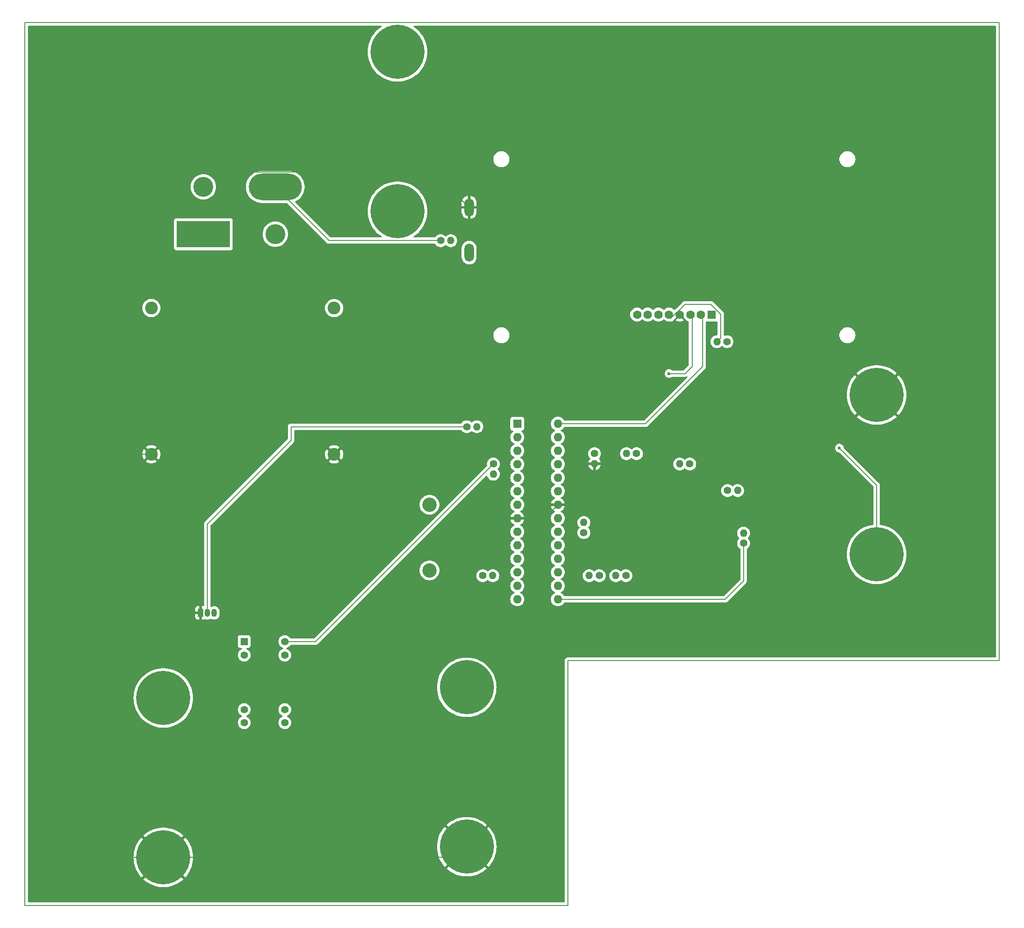
<source format=gbr>
%TF.GenerationSoftware,KiCad,Pcbnew,8.0.5*%
%TF.CreationDate,2024-09-18T16:37:26+03:00*%
%TF.ProjectId,TDR_test,5444525f-7465-4737-942e-6b696361645f,rev?*%
%TF.SameCoordinates,Original*%
%TF.FileFunction,Copper,L2,Bot*%
%TF.FilePolarity,Positive*%
%FSLAX46Y46*%
G04 Gerber Fmt 4.6, Leading zero omitted, Abs format (unit mm)*
G04 Created by KiCad (PCBNEW 8.0.5) date 2024-09-18 16:37:26*
%MOMM*%
%LPD*%
G01*
G04 APERTURE LIST*
%TA.AperFunction,NonConductor*%
%ADD10C,0.200000*%
%TD*%
%TA.AperFunction,ComponentPad*%
%ADD11C,1.400000*%
%TD*%
%TA.AperFunction,ComponentPad*%
%ADD12O,1.400000X1.400000*%
%TD*%
%TA.AperFunction,ComponentPad*%
%ADD13C,10.160000*%
%TD*%
%TA.AperFunction,ComponentPad*%
%ADD14R,1.400000X1.400000*%
%TD*%
%TA.AperFunction,ComponentPad*%
%ADD15C,2.700000*%
%TD*%
%TA.AperFunction,ComponentPad*%
%ADD16R,1.600000X1.600000*%
%TD*%
%TA.AperFunction,ComponentPad*%
%ADD17C,1.600000*%
%TD*%
%TA.AperFunction,ComponentPad*%
%ADD18O,1.800000X3.400000*%
%TD*%
%TA.AperFunction,ComponentPad*%
%ADD19C,2.400000*%
%TD*%
%TA.AperFunction,ComponentPad*%
%ADD20R,1.050000X1.500000*%
%TD*%
%TA.AperFunction,ComponentPad*%
%ADD21O,1.050000X1.500000*%
%TD*%
%TA.AperFunction,ComponentPad*%
%ADD22C,3.750000*%
%TD*%
%TA.AperFunction,ComponentPad*%
%ADD23R,10.000000X5.000000*%
%TD*%
%TA.AperFunction,ComponentPad*%
%ADD24O,10.000000X5.000000*%
%TD*%
%TA.AperFunction,ComponentPad*%
%ADD25O,1.600000X1.600000*%
%TD*%
%TA.AperFunction,ViaPad*%
%ADD26C,0.600000*%
%TD*%
%TA.AperFunction,Conductor*%
%ADD27C,0.200000*%
%TD*%
G04 APERTURE END LIST*
D10*
X20000000Y-183000000D02*
X23000000Y-183000000D01*
X20000000Y-17000000D02*
X20000000Y-183000000D01*
X203000000Y-17000000D02*
X20000000Y-17000000D01*
X203000000Y-137000000D02*
X203000000Y-17000000D01*
X122000000Y-137000000D02*
X203000000Y-137000000D01*
X122000000Y-183000000D02*
X122000000Y-137000000D01*
X23000000Y-183000000D02*
X122000000Y-183000000D01*
D11*
%TO.P,R13,1*%
%TO.N,VSS*%
X125000000Y-112900000D03*
D12*
%TO.P,R13,2*%
%TO.N,Net-(U1-AREF)*%
X125000000Y-111000000D03*
%TD*%
D11*
%TO.P,R12,1*%
%TO.N,Net-(U1-PB1)*%
X155000000Y-114900000D03*
D12*
%TO.P,R12,2*%
%TO.N,Net-(C10-Pad2)*%
X155000000Y-113000000D03*
%TD*%
D11*
%TO.P,R11,1*%
%TO.N,Net-(U2--)*%
X144900000Y-100000000D03*
D12*
%TO.P,R11,2*%
%TO.N,Net-(K1-Pad14)*%
X143000000Y-100000000D03*
%TD*%
D11*
%TO.P,R10,1*%
%TO.N,Net-(U2-+)*%
X152000000Y-105000000D03*
D12*
%TO.P,R10,2*%
%TO.N,Net-(C8-Pad2)*%
X153900000Y-105000000D03*
%TD*%
D11*
%TO.P,R9,1*%
%TO.N,VSS*%
X98100000Y-58000000D03*
D12*
%TO.P,R9,2*%
%TO.N,Net-(U3-A)*%
X100000000Y-58000000D03*
%TD*%
D11*
%TO.P,R8,1*%
%TO.N,Net-(U3-~{RST})*%
X151900000Y-77000000D03*
D12*
%TO.P,R8,2*%
%TO.N,VSS*%
X150000000Y-77000000D03*
%TD*%
D13*
%TO.P,J4,1,Pin_1*%
%TO.N,Net-(J4-Pin_1)*%
X180000000Y-117000000D03*
%TO.P,J4,2,Pin_2*%
%TO.N,GND*%
X180000000Y-87030000D03*
%TD*%
%TO.P,J3,1,Pin_1*%
%TO.N,Net-(J3-Pin_1)*%
X103000000Y-142000000D03*
%TO.P,J3,2,Pin_2*%
%TO.N,GND*%
X103000000Y-171970000D03*
%TD*%
D11*
%TO.P,R1,1*%
%TO.N,Net-(Q1-B)*%
X103000000Y-93000000D03*
D12*
%TO.P,R1,2*%
%TO.N,Net-(U1-PD2)*%
X104900000Y-93000000D03*
%TD*%
D13*
%TO.P,J2,1,Pin_1*%
%TO.N,Net-(J2-Pin_1)*%
X90000000Y-22500000D03*
%TO.P,J2,2,Pin_2*%
%TO.N,Net-(J2-Pin_2)*%
X90000000Y-52470000D03*
%TD*%
D14*
%TO.P,K1,1*%
%TO.N,Net-(J3-Pin_1)*%
X61200000Y-133400000D03*
D11*
%TO.P,K1,2*%
%TO.N,Net-(D1-A)*%
X61200000Y-135940000D03*
%TO.P,K1,6*%
%TO.N,VPP*%
X61200000Y-146200000D03*
%TO.P,K1,7*%
%TO.N,Net-(J1-Pin_1)*%
X61200000Y-148640000D03*
%TO.P,K1,8*%
X68820000Y-148640000D03*
%TO.P,K1,9*%
%TO.N,N/C*%
X68820000Y-146200000D03*
%TO.P,K1,13*%
X68820000Y-135940000D03*
%TO.P,K1,14*%
%TO.N,Net-(K1-Pad14)*%
X68820000Y-133400000D03*
%TD*%
D15*
%TO.P,Y1,1,1*%
%TO.N,Net-(U1-XTAL2{slash}PB7)*%
X96000000Y-120000000D03*
%TO.P,Y1,2,2*%
%TO.N,Net-(U1-XTAL1{slash}PB6)*%
X96000000Y-107660000D03*
%TD*%
D13*
%TO.P,J1,1,Pin_1*%
%TO.N,Net-(J1-Pin_1)*%
X46000000Y-144000000D03*
%TO.P,J1,2,Pin_2*%
%TO.N,GND*%
X46000000Y-173970000D03*
%TD*%
D11*
%TO.P,R3,1*%
%TO.N,Net-(U2-SHDN)*%
X106000000Y-121000000D03*
D12*
%TO.P,R3,2*%
%TO.N,Net-(U1-PD6)*%
X107900000Y-121000000D03*
%TD*%
D16*
%TO.P,U3,1,~{RST}*%
%TO.N,Net-(U3-~{RST})*%
X149000000Y-71900000D03*
D17*
%TO.P,U3,2,SCL*%
%TO.N,Net-(U1-PC5)*%
X147000000Y-71900000D03*
%TO.P,U3,3,SDA*%
%TO.N,Net-(U1-PC4)*%
X145000000Y-71900000D03*
%TO.P,U3,4,VSS*%
%TO.N,GND*%
X143000000Y-71900000D03*
%TO.P,U3,5,VDD*%
%TO.N,VSS*%
X141000000Y-71900000D03*
%TO.P,U3,6,VOUT*%
%TO.N,Net-(U3-VOUT)*%
X139000000Y-71900000D03*
%TO.P,U3,7,C1+*%
%TO.N,Net-(U3-C1+)*%
X137000000Y-71900000D03*
%TO.P,U3,8,C1-*%
%TO.N,Net-(U3-C1-)*%
X135000000Y-71900000D03*
D18*
%TO.P,U3,9,A*%
%TO.N,Net-(U3-A)*%
X103450000Y-60250000D03*
%TO.P,U3,10,K*%
%TO.N,GND*%
X103450000Y-51750000D03*
%TD*%
D19*
%TO.P,C5,1*%
%TO.N,VSS*%
X78090000Y-70690000D03*
%TO.P,C5,2*%
%TO.N,GND*%
X78090000Y-98190000D03*
%TD*%
D11*
%TO.P,R6,1*%
%TO.N,Net-(U1-PC3)*%
X127000000Y-98050000D03*
D12*
%TO.P,R6,2*%
%TO.N,GND*%
X127000000Y-99950000D03*
%TD*%
D19*
%TO.P,C6,1*%
%TO.N,VPP*%
X43750000Y-70670000D03*
%TO.P,C6,2*%
%TO.N,GND*%
X43750000Y-98170000D03*
%TD*%
D11*
%TO.P,R4,1*%
%TO.N,Net-(C7-Pad1)*%
X127900000Y-121000000D03*
D12*
%TO.P,R4,2*%
%TO.N,Net-(U1-PB3)*%
X126000000Y-121000000D03*
%TD*%
D11*
%TO.P,R2,1*%
%TO.N,Net-(K1-Pad14)*%
X108000000Y-100000000D03*
D12*
%TO.P,R2,2*%
%TO.N,Net-(U1-PD4)*%
X108000000Y-101900000D03*
%TD*%
D20*
%TO.P,Q1,1,E*%
%TO.N,GND*%
X53000000Y-128000000D03*
D21*
%TO.P,Q1,2,B*%
%TO.N,Net-(Q1-B)*%
X54270000Y-128000000D03*
%TO.P,Q1,3,C*%
%TO.N,Net-(D1-A)*%
X55540000Y-128000000D03*
%TD*%
D22*
%TO.P,L1,*%
%TO.N,*%
X67030000Y-56800000D03*
X53530000Y-47900000D03*
D23*
%TO.P,L1,1*%
%TO.N,VPP*%
X53530000Y-56800000D03*
D24*
%TO.P,L1,2*%
%TO.N,VSS*%
X67030000Y-47900000D03*
%TD*%
D11*
%TO.P,R5,1*%
%TO.N,Net-(C8-Pad2)*%
X132900000Y-121000000D03*
D12*
%TO.P,R5,2*%
%TO.N,Net-(C7-Pad1)*%
X131000000Y-121000000D03*
%TD*%
D25*
%TO.P,U1,28,PC5*%
%TO.N,Net-(U1-PC5)*%
X120120000Y-92420000D03*
%TO.P,U1,27,PC4*%
%TO.N,Net-(U1-PC4)*%
X120120000Y-94960000D03*
%TO.P,U1,26,PC3*%
%TO.N,Net-(U1-PC3)*%
X120120000Y-97500000D03*
%TO.P,U1,25,PC2*%
%TO.N,unconnected-(U1-PC2-Pad25)*%
X120120000Y-100040000D03*
%TO.P,U1,24,PC1*%
%TO.N,unconnected-(U1-PC1-Pad24)*%
X120120000Y-102580000D03*
%TO.P,U1,23,PC0*%
%TO.N,unconnected-(U1-PC0-Pad23)*%
X120120000Y-105120000D03*
%TO.P,U1,22,GND*%
%TO.N,GND*%
X120120000Y-107660000D03*
%TO.P,U1,21,AREF*%
%TO.N,Net-(U1-AREF)*%
X120120000Y-110200000D03*
%TO.P,U1,20,AVCC*%
%TO.N,VSS*%
X120120000Y-112740000D03*
%TO.P,U1,19,PB5*%
%TO.N,unconnected-(U1-PB5-Pad19)*%
X120120000Y-115280000D03*
%TO.P,U1,18,PB4*%
%TO.N,unconnected-(U1-PB4-Pad18)*%
X120120000Y-117820000D03*
%TO.P,U1,17,PB3*%
%TO.N,Net-(U1-PB3)*%
X120120000Y-120360000D03*
%TO.P,U1,16,PB2*%
%TO.N,unconnected-(U1-PB2-Pad16)*%
X120120000Y-122900000D03*
%TO.P,U1,15,PB1*%
%TO.N,Net-(U1-PB1)*%
X120120000Y-125440000D03*
%TO.P,U1,14,PB0*%
%TO.N,unconnected-(U1-PB0-Pad14)*%
X112500000Y-125440000D03*
%TO.P,U1,13,PD7*%
%TO.N,unconnected-(U1-PD7-Pad13)*%
X112500000Y-122900000D03*
%TO.P,U1,12,PD6*%
%TO.N,Net-(U1-PD6)*%
X112500000Y-120360000D03*
%TO.P,U1,11,PD5*%
%TO.N,unconnected-(U1-PD5-Pad11)*%
X112500000Y-117820000D03*
%TO.P,U1,10,XTAL2/PB7*%
%TO.N,Net-(U1-XTAL2{slash}PB7)*%
X112500000Y-115280000D03*
%TO.P,U1,9,XTAL1/PB6*%
%TO.N,Net-(U1-XTAL1{slash}PB6)*%
X112500000Y-112740000D03*
%TO.P,U1,8,GND*%
%TO.N,GND*%
X112500000Y-110200000D03*
%TO.P,U1,7,VCC*%
%TO.N,VSS*%
X112500000Y-107660000D03*
%TO.P,U1,6,PD4*%
%TO.N,Net-(U1-PD4)*%
X112500000Y-105120000D03*
%TO.P,U1,5,PD3*%
%TO.N,unconnected-(U1-PD3-Pad5)*%
X112500000Y-102580000D03*
%TO.P,U1,4,PD2*%
%TO.N,Net-(U1-PD2)*%
X112500000Y-100040000D03*
%TO.P,U1,3,PD1*%
%TO.N,Net-(J2-Pin_2)*%
X112500000Y-97500000D03*
%TO.P,U1,2,PD0*%
%TO.N,Net-(J2-Pin_1)*%
X112500000Y-94960000D03*
D16*
%TO.P,U1,1,~{RESET}/PC6*%
%TO.N,unconnected-(U1-~{RESET}{slash}PC6-Pad1)*%
X112500000Y-92420000D03*
%TD*%
D11*
%TO.P,R7,1*%
%TO.N,Net-(J4-Pin_1)*%
X134900000Y-98050000D03*
D12*
%TO.P,R7,2*%
%TO.N,Net-(U1-PC3)*%
X133000000Y-98050000D03*
%TD*%
D26*
%TO.N,Net-(J4-Pin_1)*%
X173000000Y-97000000D03*
%TO.N,Net-(U1-PC4)*%
X141000000Y-83000000D03*
%TD*%
D27*
%TO.N,Net-(K1-Pad14)*%
X74600000Y-133400000D02*
X68820000Y-133400000D01*
X108000000Y-100000000D02*
X74600000Y-133400000D01*
%TO.N,GND*%
X60000000Y-81920000D02*
X43750000Y-98170000D01*
X60000000Y-48000000D02*
X60000000Y-81920000D01*
X96800000Y-45100000D02*
X62900000Y-45100000D01*
X103450000Y-51750000D02*
X96800000Y-45100000D01*
X62900000Y-45100000D02*
X60000000Y-48000000D01*
%TO.N,Net-(J4-Pin_1)*%
X180000000Y-104000000D02*
X180000000Y-117000000D01*
X173000000Y-97000000D02*
X180000000Y-104000000D01*
%TO.N,Net-(U1-PB1)*%
X151560000Y-125440000D02*
X120120000Y-125440000D01*
X155000000Y-122000000D02*
X151560000Y-125440000D01*
X155000000Y-114900000D02*
X155000000Y-122000000D01*
%TO.N,GND*%
X101000000Y-173970000D02*
X103000000Y-171970000D01*
X46000000Y-173970000D02*
X101000000Y-173970000D01*
X34000000Y-169000000D02*
X34000000Y-103000000D01*
X34000000Y-103000000D02*
X38830000Y-98170000D01*
X38970000Y-173970000D02*
X34000000Y-169000000D01*
X46000000Y-173970000D02*
X38970000Y-173970000D01*
X38830000Y-98170000D02*
X43750000Y-98170000D01*
%TO.N,Net-(Q1-B)*%
X54270000Y-111270000D02*
X70000000Y-95540000D01*
X70000000Y-95540000D02*
X70000000Y-93000000D01*
X54270000Y-111270000D02*
X54270000Y-128000000D01*
X103000000Y-93000000D02*
X70000000Y-93000000D01*
%TO.N,GND*%
X117580000Y-110200000D02*
X120120000Y-107660000D01*
X112500000Y-110200000D02*
X117580000Y-110200000D01*
%TO.N,Net-(U1-PC4)*%
X145330000Y-81670000D02*
X145330000Y-72650000D01*
X144000000Y-83000000D02*
X145330000Y-81670000D01*
X141000000Y-83000000D02*
X144000000Y-83000000D01*
%TO.N,Net-(U1-PC5)*%
X147330000Y-81670000D02*
X147330000Y-72650000D01*
X120120000Y-92420000D02*
X136580000Y-92420000D01*
X136580000Y-92420000D02*
X147330000Y-81670000D01*
%TO.N,VSS*%
X77130000Y-58000000D02*
X67030000Y-47900000D01*
X98100000Y-58000000D02*
X77130000Y-58000000D01*
X150700000Y-71820000D02*
X148880000Y-70000000D01*
X148880000Y-70000000D02*
X143980000Y-70000000D01*
X150700000Y-76300000D02*
X150700000Y-71820000D01*
X143980000Y-70000000D02*
X141330000Y-72650000D01*
X150000000Y-77000000D02*
X150700000Y-76300000D01*
%TD*%
%TA.AperFunction,Conductor*%
%TO.N,GND*%
G36*
X86945555Y-17620185D02*
G01*
X86991310Y-17672989D01*
X87001254Y-17742147D01*
X86972229Y-17805703D01*
X86947953Y-17827235D01*
X86678655Y-18009247D01*
X86678654Y-18009248D01*
X86309790Y-18307085D01*
X86309788Y-18307086D01*
X85967489Y-18635153D01*
X85654262Y-18991048D01*
X85372331Y-19372243D01*
X85123752Y-19775961D01*
X85123741Y-19775981D01*
X84910302Y-20199311D01*
X84910298Y-20199322D01*
X84733529Y-20639229D01*
X84733527Y-20639234D01*
X84594698Y-21092559D01*
X84594696Y-21092567D01*
X84494810Y-21556038D01*
X84434587Y-22026326D01*
X84414467Y-22499993D01*
X84414467Y-22500006D01*
X84434587Y-22973673D01*
X84494810Y-23443961D01*
X84594696Y-23907432D01*
X84594698Y-23907440D01*
X84733527Y-24360765D01*
X84733529Y-24360770D01*
X84910298Y-24800677D01*
X84910302Y-24800688D01*
X85123741Y-25224018D01*
X85123751Y-25224036D01*
X85372332Y-25627758D01*
X85654256Y-26008944D01*
X85654261Y-26008949D01*
X85654262Y-26008951D01*
X85967489Y-26364846D01*
X86309788Y-26692913D01*
X86309790Y-26692914D01*
X86678654Y-26990751D01*
X86678655Y-26990752D01*
X86829322Y-27092584D01*
X87071464Y-27256244D01*
X87255423Y-27359009D01*
X87485362Y-27487462D01*
X87485384Y-27487473D01*
X87917391Y-27682752D01*
X87917398Y-27682755D01*
X88364429Y-27840701D01*
X88823244Y-27960167D01*
X89290538Y-28040293D01*
X89436774Y-28052739D01*
X89762924Y-28080499D01*
X89762941Y-28080499D01*
X89762943Y-28080500D01*
X89762944Y-28080500D01*
X90237056Y-28080500D01*
X90237057Y-28080500D01*
X90237058Y-28080499D01*
X90237075Y-28080499D01*
X90518242Y-28056567D01*
X90709462Y-28040293D01*
X91176756Y-27960167D01*
X91635571Y-27840701D01*
X92082602Y-27682755D01*
X92514628Y-27487467D01*
X92928536Y-27256244D01*
X93321343Y-26990753D01*
X93690209Y-26692914D01*
X93690211Y-26692913D01*
X93690215Y-26692908D01*
X93690220Y-26692905D01*
X94032510Y-26364847D01*
X94345744Y-26008944D01*
X94627668Y-25627758D01*
X94876249Y-25224036D01*
X95089697Y-24800688D01*
X95266473Y-24360763D01*
X95405304Y-23907432D01*
X95505190Y-23443960D01*
X95565411Y-22973686D01*
X95585533Y-22500000D01*
X95565411Y-22026314D01*
X95505190Y-21556040D01*
X95405304Y-21092568D01*
X95266473Y-20639237D01*
X95089697Y-20199312D01*
X95089697Y-20199311D01*
X94876258Y-19775981D01*
X94876247Y-19775961D01*
X94627668Y-19372242D01*
X94345744Y-18991056D01*
X94032510Y-18635153D01*
X93690220Y-18307095D01*
X93690211Y-18307086D01*
X93690209Y-18307085D01*
X93321345Y-18009248D01*
X93321344Y-18009247D01*
X93052047Y-17827235D01*
X93007527Y-17773386D01*
X92999188Y-17704016D01*
X93029676Y-17641149D01*
X93089313Y-17604746D01*
X93121484Y-17600500D01*
X202275500Y-17600500D01*
X202342539Y-17620185D01*
X202388294Y-17672989D01*
X202399500Y-17724500D01*
X202399500Y-136275500D01*
X202379815Y-136342539D01*
X202327011Y-136388294D01*
X202275500Y-136399500D01*
X121920943Y-136399500D01*
X121768216Y-136440423D01*
X121768209Y-136440426D01*
X121631290Y-136519475D01*
X121631282Y-136519481D01*
X121519481Y-136631282D01*
X121519475Y-136631290D01*
X121440426Y-136768209D01*
X121440423Y-136768216D01*
X121399500Y-136920943D01*
X121399500Y-182275500D01*
X121379815Y-182342539D01*
X121327011Y-182388294D01*
X121275500Y-182399500D01*
X20724500Y-182399500D01*
X20657461Y-182379815D01*
X20611706Y-182327011D01*
X20600500Y-182275500D01*
X20600500Y-173969993D01*
X40414968Y-173969993D01*
X40414968Y-173970006D01*
X40435086Y-174443631D01*
X40495304Y-174913874D01*
X40595181Y-175377306D01*
X40595183Y-175377314D01*
X40733999Y-175830598D01*
X40734004Y-175830612D01*
X40910755Y-176270471D01*
X40910759Y-176270482D01*
X41124179Y-176693774D01*
X41124189Y-176693794D01*
X41372750Y-177097481D01*
X41654648Y-177478633D01*
X41654654Y-177478641D01*
X41880825Y-177735620D01*
X41880826Y-177735620D01*
X43672818Y-175943627D01*
X43722208Y-176005560D01*
X43964440Y-176247792D01*
X44026371Y-176297180D01*
X42233983Y-178089568D01*
X42310120Y-178162537D01*
X42310122Y-178162538D01*
X42678952Y-178460348D01*
X42678953Y-178460349D01*
X43071716Y-178725809D01*
X43071735Y-178725821D01*
X43485588Y-178957014D01*
X43485610Y-178957025D01*
X43917579Y-179152288D01*
X43917585Y-179152290D01*
X44364579Y-179310223D01*
X44823351Y-179429677D01*
X45290597Y-179509795D01*
X45290605Y-179509796D01*
X45762946Y-179549999D01*
X45762966Y-179550000D01*
X46237034Y-179550000D01*
X46237053Y-179549999D01*
X46709394Y-179509796D01*
X46709402Y-179509795D01*
X47176648Y-179429677D01*
X47635420Y-179310223D01*
X48082414Y-179152290D01*
X48082420Y-179152288D01*
X48514389Y-178957025D01*
X48514411Y-178957014D01*
X48928264Y-178725821D01*
X48928283Y-178725809D01*
X49321039Y-178460353D01*
X49689886Y-178162531D01*
X49766015Y-178089568D01*
X47973628Y-176297181D01*
X48035560Y-176247792D01*
X48277792Y-176005560D01*
X48327181Y-175943628D01*
X50119173Y-177735620D01*
X50345346Y-177478638D01*
X50345360Y-177478621D01*
X50627249Y-177097481D01*
X50875810Y-176693794D01*
X50875820Y-176693774D01*
X51089240Y-176270482D01*
X51089244Y-176270471D01*
X51265995Y-175830612D01*
X51266000Y-175830598D01*
X51404816Y-175377314D01*
X51404818Y-175377306D01*
X51504695Y-174913874D01*
X51564913Y-174443631D01*
X51585032Y-173970006D01*
X51585032Y-173969993D01*
X51564913Y-173496368D01*
X51504695Y-173026125D01*
X51404818Y-172562693D01*
X51404816Y-172562685D01*
X51266000Y-172109401D01*
X51265995Y-172109387D01*
X51209982Y-171969993D01*
X97414968Y-171969993D01*
X97414968Y-171970006D01*
X97435086Y-172443631D01*
X97495304Y-172913874D01*
X97595181Y-173377306D01*
X97595183Y-173377314D01*
X97733999Y-173830598D01*
X97734004Y-173830612D01*
X97910755Y-174270471D01*
X97910759Y-174270482D01*
X98124179Y-174693774D01*
X98124189Y-174693794D01*
X98372750Y-175097481D01*
X98654648Y-175478633D01*
X98654654Y-175478641D01*
X98880825Y-175735620D01*
X98880826Y-175735620D01*
X100672818Y-173943627D01*
X100722208Y-174005560D01*
X100964440Y-174247792D01*
X101026371Y-174297180D01*
X99233983Y-176089568D01*
X99310120Y-176162537D01*
X99310122Y-176162538D01*
X99678952Y-176460348D01*
X99678953Y-176460349D01*
X100071716Y-176725809D01*
X100071735Y-176725821D01*
X100485588Y-176957014D01*
X100485610Y-176957025D01*
X100917579Y-177152288D01*
X100917585Y-177152290D01*
X101364579Y-177310223D01*
X101823351Y-177429677D01*
X102290597Y-177509795D01*
X102290605Y-177509796D01*
X102762946Y-177549999D01*
X102762966Y-177550000D01*
X103237034Y-177550000D01*
X103237053Y-177549999D01*
X103709394Y-177509796D01*
X103709402Y-177509795D01*
X104176648Y-177429677D01*
X104635420Y-177310223D01*
X105082414Y-177152290D01*
X105082420Y-177152288D01*
X105514389Y-176957025D01*
X105514411Y-176957014D01*
X105928264Y-176725821D01*
X105928283Y-176725809D01*
X106321039Y-176460353D01*
X106689886Y-176162531D01*
X106766015Y-176089568D01*
X104973628Y-174297181D01*
X105035560Y-174247792D01*
X105277792Y-174005560D01*
X105327181Y-173943628D01*
X107119173Y-175735620D01*
X107345346Y-175478638D01*
X107345360Y-175478621D01*
X107627249Y-175097481D01*
X107875810Y-174693794D01*
X107875820Y-174693774D01*
X108089240Y-174270482D01*
X108089244Y-174270471D01*
X108265995Y-173830612D01*
X108266000Y-173830598D01*
X108404816Y-173377314D01*
X108404818Y-173377306D01*
X108504695Y-172913874D01*
X108564913Y-172443631D01*
X108585032Y-171970006D01*
X108585032Y-171969993D01*
X108564913Y-171496368D01*
X108504695Y-171026125D01*
X108404818Y-170562693D01*
X108404816Y-170562685D01*
X108266000Y-170109401D01*
X108265995Y-170109387D01*
X108089244Y-169669528D01*
X108089240Y-169669517D01*
X107875820Y-169246225D01*
X107875810Y-169246205D01*
X107627249Y-168842518D01*
X107345351Y-168461366D01*
X107345345Y-168461358D01*
X107119173Y-168204378D01*
X105327180Y-169996371D01*
X105277792Y-169934440D01*
X105035560Y-169692208D01*
X104973627Y-169642818D01*
X106766015Y-167850430D01*
X106689879Y-167777462D01*
X106689877Y-167777461D01*
X106321047Y-167479651D01*
X106321046Y-167479650D01*
X105928283Y-167214190D01*
X105928264Y-167214178D01*
X105514411Y-166982985D01*
X105514389Y-166982974D01*
X105082420Y-166787711D01*
X105082414Y-166787709D01*
X104635420Y-166629776D01*
X104176648Y-166510322D01*
X103709402Y-166430204D01*
X103709394Y-166430203D01*
X103237053Y-166390000D01*
X102762946Y-166390000D01*
X102290605Y-166430203D01*
X102290597Y-166430204D01*
X101823351Y-166510322D01*
X101364579Y-166629776D01*
X100917585Y-166787709D01*
X100917579Y-166787711D01*
X100485610Y-166982974D01*
X100485588Y-166982985D01*
X100071735Y-167214178D01*
X100071716Y-167214190D01*
X99678953Y-167479650D01*
X99678952Y-167479651D01*
X99310123Y-167777460D01*
X99310107Y-167777474D01*
X99233984Y-167850431D01*
X101026371Y-169642819D01*
X100964440Y-169692208D01*
X100722208Y-169934440D01*
X100672818Y-169996371D01*
X98880826Y-168204379D01*
X98654648Y-168461366D01*
X98654645Y-168461370D01*
X98372750Y-168842518D01*
X98124189Y-169246205D01*
X98124179Y-169246225D01*
X97910759Y-169669517D01*
X97910755Y-169669528D01*
X97734004Y-170109387D01*
X97733999Y-170109401D01*
X97595183Y-170562685D01*
X97595181Y-170562693D01*
X97495304Y-171026125D01*
X97435086Y-171496368D01*
X97414968Y-171969993D01*
X51209982Y-171969993D01*
X51089244Y-171669528D01*
X51089240Y-171669517D01*
X50875820Y-171246225D01*
X50875810Y-171246205D01*
X50627249Y-170842518D01*
X50345351Y-170461366D01*
X50345345Y-170461358D01*
X50119173Y-170204378D01*
X48327180Y-171996371D01*
X48277792Y-171934440D01*
X48035560Y-171692208D01*
X47973627Y-171642818D01*
X49766015Y-169850430D01*
X49689879Y-169777462D01*
X49689877Y-169777461D01*
X49321047Y-169479651D01*
X49321046Y-169479650D01*
X48928283Y-169214190D01*
X48928264Y-169214178D01*
X48514411Y-168982985D01*
X48514389Y-168982974D01*
X48082420Y-168787711D01*
X48082414Y-168787709D01*
X47635420Y-168629776D01*
X47176648Y-168510322D01*
X46709402Y-168430204D01*
X46709394Y-168430203D01*
X46237053Y-168390000D01*
X45762946Y-168390000D01*
X45290605Y-168430203D01*
X45290597Y-168430204D01*
X44823351Y-168510322D01*
X44364579Y-168629776D01*
X43917585Y-168787709D01*
X43917579Y-168787711D01*
X43485610Y-168982974D01*
X43485588Y-168982985D01*
X43071735Y-169214178D01*
X43071716Y-169214190D01*
X42678953Y-169479650D01*
X42678952Y-169479651D01*
X42310123Y-169777460D01*
X42310107Y-169777474D01*
X42233984Y-169850431D01*
X44026371Y-171642819D01*
X43964440Y-171692208D01*
X43722208Y-171934440D01*
X43672819Y-171996371D01*
X41880826Y-170204379D01*
X41654648Y-170461366D01*
X41654645Y-170461370D01*
X41372750Y-170842518D01*
X41124189Y-171246205D01*
X41124179Y-171246225D01*
X40910759Y-171669517D01*
X40910755Y-171669528D01*
X40734004Y-172109387D01*
X40733999Y-172109401D01*
X40595183Y-172562685D01*
X40595181Y-172562693D01*
X40495304Y-173026125D01*
X40435086Y-173496368D01*
X40414968Y-173969993D01*
X20600500Y-173969993D01*
X20600500Y-143999993D01*
X40414467Y-143999993D01*
X40414467Y-144000006D01*
X40434587Y-144473673D01*
X40494810Y-144943961D01*
X40594696Y-145407432D01*
X40594698Y-145407440D01*
X40733527Y-145860765D01*
X40733529Y-145860770D01*
X40910298Y-146300677D01*
X40910302Y-146300688D01*
X41123741Y-146724018D01*
X41123752Y-146724038D01*
X41191879Y-146834683D01*
X41372332Y-147127758D01*
X41654256Y-147508944D01*
X41654261Y-147508949D01*
X41654262Y-147508951D01*
X41967489Y-147864846D01*
X42309788Y-148192913D01*
X42309790Y-148192914D01*
X42678654Y-148490751D01*
X42678655Y-148490752D01*
X42829322Y-148592584D01*
X43071464Y-148756244D01*
X43255423Y-148859009D01*
X43485362Y-148987462D01*
X43485384Y-148987473D01*
X43917391Y-149182752D01*
X43917398Y-149182755D01*
X44364429Y-149340701D01*
X44823244Y-149460167D01*
X45290538Y-149540293D01*
X45436774Y-149552739D01*
X45762924Y-149580499D01*
X45762941Y-149580499D01*
X45762943Y-149580500D01*
X45762944Y-149580500D01*
X46237056Y-149580500D01*
X46237057Y-149580500D01*
X46237058Y-149580499D01*
X46237075Y-149580499D01*
X46518242Y-149556567D01*
X46709462Y-149540293D01*
X47176756Y-149460167D01*
X47635571Y-149340701D01*
X48082602Y-149182755D01*
X48514628Y-148987467D01*
X48928536Y-148756244D01*
X49321343Y-148490753D01*
X49690209Y-148192914D01*
X49690211Y-148192913D01*
X49690215Y-148192908D01*
X49690220Y-148192905D01*
X50032510Y-147864847D01*
X50345744Y-147508944D01*
X50627668Y-147127758D01*
X50876249Y-146724036D01*
X51089697Y-146300688D01*
X51130157Y-146199999D01*
X59994357Y-146199999D01*
X59994357Y-146200000D01*
X60014884Y-146421535D01*
X60014885Y-146421537D01*
X60075769Y-146635523D01*
X60075775Y-146635538D01*
X60174938Y-146834683D01*
X60174943Y-146834691D01*
X60309020Y-147012238D01*
X60473437Y-147162123D01*
X60473439Y-147162125D01*
X60662595Y-147279245D01*
X60662601Y-147279248D01*
X60727457Y-147304373D01*
X60782858Y-147346946D01*
X60806449Y-147412713D01*
X60790738Y-147480793D01*
X60740714Y-147529572D01*
X60727457Y-147535627D01*
X60662601Y-147560751D01*
X60662595Y-147560754D01*
X60473439Y-147677874D01*
X60473437Y-147677876D01*
X60309020Y-147827761D01*
X60174943Y-148005308D01*
X60174938Y-148005316D01*
X60075775Y-148204461D01*
X60075769Y-148204476D01*
X60014885Y-148418462D01*
X60014884Y-148418464D01*
X59994357Y-148639999D01*
X59994357Y-148640000D01*
X60014884Y-148861535D01*
X60014885Y-148861537D01*
X60075769Y-149075523D01*
X60075775Y-149075538D01*
X60174938Y-149274683D01*
X60174943Y-149274691D01*
X60309020Y-149452238D01*
X60473437Y-149602123D01*
X60473439Y-149602125D01*
X60662595Y-149719245D01*
X60662596Y-149719245D01*
X60662599Y-149719247D01*
X60870060Y-149799618D01*
X61088757Y-149840500D01*
X61088759Y-149840500D01*
X61311241Y-149840500D01*
X61311243Y-149840500D01*
X61529940Y-149799618D01*
X61737401Y-149719247D01*
X61926562Y-149602124D01*
X62090981Y-149452236D01*
X62225058Y-149274689D01*
X62324229Y-149075528D01*
X62385115Y-148861536D01*
X62405643Y-148640000D01*
X62385115Y-148418464D01*
X62324229Y-148204472D01*
X62318474Y-148192914D01*
X62225061Y-148005316D01*
X62225056Y-148005308D01*
X62090979Y-147827761D01*
X61926562Y-147677876D01*
X61926560Y-147677874D01*
X61737404Y-147560754D01*
X61737395Y-147560750D01*
X61672543Y-147535627D01*
X61617141Y-147493054D01*
X61593550Y-147427288D01*
X61609261Y-147359207D01*
X61659284Y-147310428D01*
X61672543Y-147304373D01*
X61737401Y-147279247D01*
X61926562Y-147162124D01*
X62090981Y-147012236D01*
X62225058Y-146834689D01*
X62324229Y-146635528D01*
X62385115Y-146421536D01*
X62405643Y-146200000D01*
X62405643Y-146199999D01*
X67614357Y-146199999D01*
X67614357Y-146200000D01*
X67634884Y-146421535D01*
X67634885Y-146421537D01*
X67695769Y-146635523D01*
X67695775Y-146635538D01*
X67794938Y-146834683D01*
X67794943Y-146834691D01*
X67929020Y-147012238D01*
X68093437Y-147162123D01*
X68093439Y-147162125D01*
X68282595Y-147279245D01*
X68282601Y-147279248D01*
X68347457Y-147304373D01*
X68402858Y-147346946D01*
X68426449Y-147412713D01*
X68410738Y-147480793D01*
X68360714Y-147529572D01*
X68347457Y-147535627D01*
X68282601Y-147560751D01*
X68282595Y-147560754D01*
X68093439Y-147677874D01*
X68093437Y-147677876D01*
X67929020Y-147827761D01*
X67794943Y-148005308D01*
X67794938Y-148005316D01*
X67695775Y-148204461D01*
X67695769Y-148204476D01*
X67634885Y-148418462D01*
X67634884Y-148418464D01*
X67614357Y-148639999D01*
X67614357Y-148640000D01*
X67634884Y-148861535D01*
X67634885Y-148861537D01*
X67695769Y-149075523D01*
X67695775Y-149075538D01*
X67794938Y-149274683D01*
X67794943Y-149274691D01*
X67929020Y-149452238D01*
X68093437Y-149602123D01*
X68093439Y-149602125D01*
X68282595Y-149719245D01*
X68282596Y-149719245D01*
X68282599Y-149719247D01*
X68490060Y-149799618D01*
X68708757Y-149840500D01*
X68708759Y-149840500D01*
X68931241Y-149840500D01*
X68931243Y-149840500D01*
X69149940Y-149799618D01*
X69357401Y-149719247D01*
X69546562Y-149602124D01*
X69710981Y-149452236D01*
X69845058Y-149274689D01*
X69944229Y-149075528D01*
X70005115Y-148861536D01*
X70025643Y-148640000D01*
X70005115Y-148418464D01*
X69944229Y-148204472D01*
X69938474Y-148192914D01*
X69845061Y-148005316D01*
X69845056Y-148005308D01*
X69710979Y-147827761D01*
X69546562Y-147677876D01*
X69546560Y-147677874D01*
X69357404Y-147560754D01*
X69357395Y-147560750D01*
X69292543Y-147535627D01*
X69237141Y-147493054D01*
X69213550Y-147427288D01*
X69229261Y-147359207D01*
X69279284Y-147310428D01*
X69292543Y-147304373D01*
X69357401Y-147279247D01*
X69546562Y-147162124D01*
X69710981Y-147012236D01*
X69845058Y-146834689D01*
X69944229Y-146635528D01*
X70005115Y-146421536D01*
X70025643Y-146200000D01*
X70005115Y-145978464D01*
X69944229Y-145764472D01*
X69944224Y-145764461D01*
X69845061Y-145565316D01*
X69845056Y-145565308D01*
X69710979Y-145387761D01*
X69546562Y-145237876D01*
X69546560Y-145237874D01*
X69357404Y-145120754D01*
X69357398Y-145120752D01*
X69149940Y-145040382D01*
X68931243Y-144999500D01*
X68708757Y-144999500D01*
X68490060Y-145040382D01*
X68358864Y-145091207D01*
X68282601Y-145120752D01*
X68282595Y-145120754D01*
X68093439Y-145237874D01*
X68093437Y-145237876D01*
X67929020Y-145387761D01*
X67794943Y-145565308D01*
X67794938Y-145565316D01*
X67695775Y-145764461D01*
X67695769Y-145764476D01*
X67634885Y-145978462D01*
X67634884Y-145978464D01*
X67614357Y-146199999D01*
X62405643Y-146199999D01*
X62385115Y-145978464D01*
X62324229Y-145764472D01*
X62324224Y-145764461D01*
X62225061Y-145565316D01*
X62225056Y-145565308D01*
X62090979Y-145387761D01*
X61926562Y-145237876D01*
X61926560Y-145237874D01*
X61737404Y-145120754D01*
X61737398Y-145120752D01*
X61529940Y-145040382D01*
X61311243Y-144999500D01*
X61088757Y-144999500D01*
X60870060Y-145040382D01*
X60738864Y-145091207D01*
X60662601Y-145120752D01*
X60662595Y-145120754D01*
X60473439Y-145237874D01*
X60473437Y-145237876D01*
X60309020Y-145387761D01*
X60174943Y-145565308D01*
X60174938Y-145565316D01*
X60075775Y-145764461D01*
X60075769Y-145764476D01*
X60014885Y-145978462D01*
X60014884Y-145978464D01*
X59994357Y-146199999D01*
X51130157Y-146199999D01*
X51266473Y-145860763D01*
X51405304Y-145407432D01*
X51505190Y-144943960D01*
X51565411Y-144473686D01*
X51572761Y-144300677D01*
X51585533Y-144000006D01*
X51585533Y-143999993D01*
X51565412Y-143526326D01*
X51565411Y-143526320D01*
X51565411Y-143526314D01*
X51505190Y-143056040D01*
X51405304Y-142592568D01*
X51266473Y-142139237D01*
X51210520Y-141999993D01*
X97414467Y-141999993D01*
X97414467Y-142000006D01*
X97434587Y-142473673D01*
X97494810Y-142943961D01*
X97594696Y-143407432D01*
X97594698Y-143407440D01*
X97733527Y-143860765D01*
X97733529Y-143860770D01*
X97910298Y-144300677D01*
X97910302Y-144300688D01*
X98123741Y-144724018D01*
X98123751Y-144724036D01*
X98372332Y-145127758D01*
X98654256Y-145508944D01*
X98654261Y-145508949D01*
X98654262Y-145508951D01*
X98967489Y-145864846D01*
X99309788Y-146192913D01*
X99309790Y-146192914D01*
X99678654Y-146490751D01*
X99678655Y-146490752D01*
X99829322Y-146592584D01*
X100071464Y-146756244D01*
X100211876Y-146834683D01*
X100485362Y-146987462D01*
X100485384Y-146987473D01*
X100871757Y-147162124D01*
X100917398Y-147182755D01*
X101364429Y-147340701D01*
X101823244Y-147460167D01*
X102290538Y-147540293D01*
X102436774Y-147552739D01*
X102762924Y-147580499D01*
X102762941Y-147580499D01*
X102762943Y-147580500D01*
X102762944Y-147580500D01*
X103237056Y-147580500D01*
X103237057Y-147580500D01*
X103237058Y-147580499D01*
X103237075Y-147580499D01*
X103518242Y-147556567D01*
X103709462Y-147540293D01*
X104176756Y-147460167D01*
X104635571Y-147340701D01*
X105082602Y-147182755D01*
X105514628Y-146987467D01*
X105928536Y-146756244D01*
X106321343Y-146490753D01*
X106690209Y-146192914D01*
X106690211Y-146192913D01*
X106690215Y-146192908D01*
X106690220Y-146192905D01*
X107032510Y-145864847D01*
X107345744Y-145508944D01*
X107627668Y-145127758D01*
X107876249Y-144724036D01*
X108089697Y-144300688D01*
X108266473Y-143860763D01*
X108405304Y-143407432D01*
X108505190Y-142943960D01*
X108565411Y-142473686D01*
X108579619Y-142139237D01*
X108585533Y-142000006D01*
X108585533Y-141999993D01*
X108565412Y-141526326D01*
X108565411Y-141526320D01*
X108565411Y-141526314D01*
X108505190Y-141056040D01*
X108405304Y-140592568D01*
X108266473Y-140139237D01*
X108089697Y-139699312D01*
X108089697Y-139699311D01*
X107876258Y-139275981D01*
X107876247Y-139275961D01*
X107856415Y-139243751D01*
X107627668Y-138872242D01*
X107345744Y-138491056D01*
X107032510Y-138135153D01*
X106690220Y-137807095D01*
X106690211Y-137807086D01*
X106690209Y-137807085D01*
X106321345Y-137509248D01*
X106321344Y-137509247D01*
X105928546Y-137243763D01*
X105928536Y-137243756D01*
X105907105Y-137231784D01*
X105514637Y-137012537D01*
X105514615Y-137012526D01*
X105082608Y-136817247D01*
X104635566Y-136659297D01*
X104176754Y-136539832D01*
X103709472Y-136459708D01*
X103709446Y-136459705D01*
X103237075Y-136419500D01*
X103237057Y-136419500D01*
X102762943Y-136419500D01*
X102762924Y-136419500D01*
X102290553Y-136459705D01*
X102290527Y-136459708D01*
X101823245Y-136539832D01*
X101364433Y-136659297D01*
X100917391Y-136817247D01*
X100485384Y-137012526D01*
X100485362Y-137012537D01*
X100071472Y-137243751D01*
X100071453Y-137243763D01*
X99678655Y-137509247D01*
X99678654Y-137509248D01*
X99309790Y-137807085D01*
X99309788Y-137807086D01*
X98967489Y-138135153D01*
X98654262Y-138491048D01*
X98372331Y-138872243D01*
X98123752Y-139275961D01*
X98123741Y-139275981D01*
X97910302Y-139699311D01*
X97910298Y-139699322D01*
X97733529Y-140139229D01*
X97733527Y-140139234D01*
X97594698Y-140592559D01*
X97594696Y-140592567D01*
X97494810Y-141056038D01*
X97434587Y-141526326D01*
X97414467Y-141999993D01*
X51210520Y-141999993D01*
X51089697Y-141699312D01*
X51089697Y-141699311D01*
X50876258Y-141275981D01*
X50876247Y-141275961D01*
X50627668Y-140872242D01*
X50345744Y-140491056D01*
X50032510Y-140135153D01*
X49690220Y-139807095D01*
X49690211Y-139807086D01*
X49690209Y-139807085D01*
X49321345Y-139509248D01*
X49321344Y-139509247D01*
X48928546Y-139243763D01*
X48928536Y-139243756D01*
X48917662Y-139237681D01*
X48514637Y-139012537D01*
X48514615Y-139012526D01*
X48082608Y-138817247D01*
X47635566Y-138659297D01*
X47176754Y-138539832D01*
X46709472Y-138459708D01*
X46709446Y-138459705D01*
X46237075Y-138419500D01*
X46237057Y-138419500D01*
X45762943Y-138419500D01*
X45762924Y-138419500D01*
X45290553Y-138459705D01*
X45290527Y-138459708D01*
X44823245Y-138539832D01*
X44364433Y-138659297D01*
X43917391Y-138817247D01*
X43485384Y-139012526D01*
X43485362Y-139012537D01*
X43071472Y-139243751D01*
X43071453Y-139243763D01*
X42678655Y-139509247D01*
X42678654Y-139509248D01*
X42309790Y-139807085D01*
X42309788Y-139807086D01*
X41967489Y-140135153D01*
X41654262Y-140491048D01*
X41372331Y-140872243D01*
X41123752Y-141275961D01*
X41123741Y-141275981D01*
X40910302Y-141699311D01*
X40910298Y-141699322D01*
X40733529Y-142139229D01*
X40733527Y-142139234D01*
X40594698Y-142592559D01*
X40594696Y-142592567D01*
X40494810Y-143056038D01*
X40434587Y-143526326D01*
X40414467Y-143999993D01*
X20600500Y-143999993D01*
X20600500Y-135939999D01*
X59994357Y-135939999D01*
X59994357Y-135940000D01*
X60014884Y-136161535D01*
X60014885Y-136161537D01*
X60075769Y-136375523D01*
X60075775Y-136375538D01*
X60174938Y-136574683D01*
X60174943Y-136574691D01*
X60309020Y-136752238D01*
X60473437Y-136902123D01*
X60473439Y-136902125D01*
X60662595Y-137019245D01*
X60662596Y-137019245D01*
X60662599Y-137019247D01*
X60870060Y-137099618D01*
X61088757Y-137140500D01*
X61088759Y-137140500D01*
X61311241Y-137140500D01*
X61311243Y-137140500D01*
X61529940Y-137099618D01*
X61737401Y-137019247D01*
X61926562Y-136902124D01*
X62073452Y-136768216D01*
X62090979Y-136752238D01*
X62161164Y-136659299D01*
X62225058Y-136574689D01*
X62324229Y-136375528D01*
X62385115Y-136161536D01*
X62405643Y-135940000D01*
X62385115Y-135718464D01*
X62324229Y-135504472D01*
X62324224Y-135504461D01*
X62225061Y-135305316D01*
X62225056Y-135305308D01*
X62090979Y-135127761D01*
X61926562Y-134977876D01*
X61926560Y-134977874D01*
X61737404Y-134860754D01*
X61737395Y-134860750D01*
X61684157Y-134840126D01*
X61628755Y-134797553D01*
X61605164Y-134731786D01*
X61620875Y-134663706D01*
X61670899Y-134614927D01*
X61728949Y-134600499D01*
X61947872Y-134600499D01*
X62007483Y-134594091D01*
X62142331Y-134543796D01*
X62257546Y-134457546D01*
X62343796Y-134342331D01*
X62394091Y-134207483D01*
X62400500Y-134147873D01*
X62400499Y-133399999D01*
X67614357Y-133399999D01*
X67614357Y-133400000D01*
X67634884Y-133621535D01*
X67634885Y-133621537D01*
X67695769Y-133835523D01*
X67695775Y-133835538D01*
X67794938Y-134034683D01*
X67794943Y-134034691D01*
X67929020Y-134212238D01*
X68093437Y-134362123D01*
X68093439Y-134362125D01*
X68282595Y-134479245D01*
X68282596Y-134479245D01*
X68282599Y-134479247D01*
X68476524Y-134554374D01*
X68531924Y-134596946D01*
X68555515Y-134662713D01*
X68539804Y-134730793D01*
X68489780Y-134779572D01*
X68476533Y-134785622D01*
X68335846Y-134840125D01*
X68282601Y-134860752D01*
X68282595Y-134860754D01*
X68093439Y-134977874D01*
X68093437Y-134977876D01*
X67929020Y-135127761D01*
X67794943Y-135305308D01*
X67794938Y-135305316D01*
X67695775Y-135504461D01*
X67695769Y-135504476D01*
X67634885Y-135718462D01*
X67634884Y-135718464D01*
X67614357Y-135939999D01*
X67614357Y-135940000D01*
X67634884Y-136161535D01*
X67634885Y-136161537D01*
X67695769Y-136375523D01*
X67695775Y-136375538D01*
X67794938Y-136574683D01*
X67794943Y-136574691D01*
X67929020Y-136752238D01*
X68093437Y-136902123D01*
X68093439Y-136902125D01*
X68282595Y-137019245D01*
X68282596Y-137019245D01*
X68282599Y-137019247D01*
X68490060Y-137099618D01*
X68708757Y-137140500D01*
X68708759Y-137140500D01*
X68931241Y-137140500D01*
X68931243Y-137140500D01*
X69149940Y-137099618D01*
X69357401Y-137019247D01*
X69546562Y-136902124D01*
X69693452Y-136768216D01*
X69710979Y-136752238D01*
X69781164Y-136659299D01*
X69845058Y-136574689D01*
X69944229Y-136375528D01*
X70005115Y-136161536D01*
X70025643Y-135940000D01*
X70005115Y-135718464D01*
X69944229Y-135504472D01*
X69944224Y-135504461D01*
X69845061Y-135305316D01*
X69845056Y-135305308D01*
X69710979Y-135127761D01*
X69546562Y-134977876D01*
X69546560Y-134977874D01*
X69357404Y-134860754D01*
X69357395Y-134860750D01*
X69263956Y-134824552D01*
X69163475Y-134785625D01*
X69108075Y-134743054D01*
X69084484Y-134677288D01*
X69100195Y-134609207D01*
X69150219Y-134560428D01*
X69163466Y-134554377D01*
X69357401Y-134479247D01*
X69546562Y-134362124D01*
X69710981Y-134212236D01*
X69833667Y-134049772D01*
X69889776Y-134008137D01*
X69932621Y-134000500D01*
X74513331Y-134000500D01*
X74513347Y-134000501D01*
X74520943Y-134000501D01*
X74679054Y-134000501D01*
X74679057Y-134000501D01*
X74831785Y-133959577D01*
X74881904Y-133930639D01*
X74968716Y-133880520D01*
X75080520Y-133768716D01*
X75080520Y-133768714D01*
X75090728Y-133758507D01*
X75090730Y-133758504D01*
X88849236Y-119999998D01*
X94144773Y-119999998D01*
X94144773Y-120000001D01*
X94163657Y-120264027D01*
X94163658Y-120264034D01*
X94219921Y-120522673D01*
X94312426Y-120770690D01*
X94312428Y-120770694D01*
X94439280Y-121003005D01*
X94439285Y-121003013D01*
X94597906Y-121214907D01*
X94597922Y-121214925D01*
X94785074Y-121402077D01*
X94785092Y-121402093D01*
X94996986Y-121560714D01*
X94996994Y-121560719D01*
X95229305Y-121687571D01*
X95229309Y-121687573D01*
X95229311Y-121687574D01*
X95477322Y-121780077D01*
X95477325Y-121780077D01*
X95477326Y-121780078D01*
X95672552Y-121822546D01*
X95735974Y-121836343D01*
X95979660Y-121853772D01*
X95999999Y-121855227D01*
X96000000Y-121855227D01*
X96000001Y-121855227D01*
X96018885Y-121853876D01*
X96264026Y-121836343D01*
X96522678Y-121780077D01*
X96770689Y-121687574D01*
X97003011Y-121560716D01*
X97214915Y-121402087D01*
X97402087Y-121214915D01*
X97560716Y-121003011D01*
X97562361Y-120999999D01*
X104794357Y-120999999D01*
X104794357Y-121000000D01*
X104814884Y-121221535D01*
X104814885Y-121221537D01*
X104875769Y-121435523D01*
X104875775Y-121435538D01*
X104974938Y-121634683D01*
X104974943Y-121634691D01*
X105109020Y-121812238D01*
X105273437Y-121962123D01*
X105273439Y-121962125D01*
X105462595Y-122079245D01*
X105462596Y-122079245D01*
X105462599Y-122079247D01*
X105670060Y-122159618D01*
X105888757Y-122200500D01*
X105888759Y-122200500D01*
X106111241Y-122200500D01*
X106111243Y-122200500D01*
X106329940Y-122159618D01*
X106537401Y-122079247D01*
X106726562Y-121962124D01*
X106866462Y-121834587D01*
X106929266Y-121803971D01*
X106998653Y-121812168D01*
X107033538Y-121834588D01*
X107173437Y-121962123D01*
X107173439Y-121962125D01*
X107362595Y-122079245D01*
X107362596Y-122079245D01*
X107362599Y-122079247D01*
X107570060Y-122159618D01*
X107788757Y-122200500D01*
X107788759Y-122200500D01*
X108011241Y-122200500D01*
X108011243Y-122200500D01*
X108229940Y-122159618D01*
X108437401Y-122079247D01*
X108626562Y-121962124D01*
X108790981Y-121812236D01*
X108925058Y-121634689D01*
X109024229Y-121435528D01*
X109085115Y-121221536D01*
X109105643Y-121000000D01*
X109085115Y-120778464D01*
X109024229Y-120564472D01*
X109003418Y-120522678D01*
X108925061Y-120365316D01*
X108925056Y-120365308D01*
X108790979Y-120187761D01*
X108626562Y-120037876D01*
X108626560Y-120037874D01*
X108437404Y-119920754D01*
X108437398Y-119920752D01*
X108418689Y-119913504D01*
X108229940Y-119840382D01*
X108011243Y-119799500D01*
X107788757Y-119799500D01*
X107570060Y-119840382D01*
X107438864Y-119891207D01*
X107362601Y-119920752D01*
X107362595Y-119920754D01*
X107173439Y-120037874D01*
X107173437Y-120037876D01*
X107033538Y-120165411D01*
X106970734Y-120196028D01*
X106901347Y-120187830D01*
X106866462Y-120165411D01*
X106726562Y-120037876D01*
X106726560Y-120037874D01*
X106537404Y-119920754D01*
X106537398Y-119920752D01*
X106518689Y-119913504D01*
X106329940Y-119840382D01*
X106111243Y-119799500D01*
X105888757Y-119799500D01*
X105670060Y-119840382D01*
X105538864Y-119891207D01*
X105462601Y-119920752D01*
X105462595Y-119920754D01*
X105273439Y-120037874D01*
X105273437Y-120037876D01*
X105109020Y-120187761D01*
X104974943Y-120365308D01*
X104974938Y-120365316D01*
X104875775Y-120564461D01*
X104875769Y-120564476D01*
X104814885Y-120778462D01*
X104814884Y-120778464D01*
X104794357Y-120999999D01*
X97562361Y-120999999D01*
X97687574Y-120770689D01*
X97780077Y-120522678D01*
X97836343Y-120264026D01*
X97855227Y-120000000D01*
X97836343Y-119735974D01*
X97780077Y-119477322D01*
X97687574Y-119229311D01*
X97648561Y-119157865D01*
X97560719Y-118996994D01*
X97560714Y-118996986D01*
X97402093Y-118785092D01*
X97402077Y-118785074D01*
X97214925Y-118597922D01*
X97214907Y-118597906D01*
X97003013Y-118439285D01*
X97003005Y-118439280D01*
X96770694Y-118312428D01*
X96770690Y-118312426D01*
X96522673Y-118219921D01*
X96264034Y-118163658D01*
X96264027Y-118163657D01*
X96000001Y-118144773D01*
X95999999Y-118144773D01*
X95735972Y-118163657D01*
X95735965Y-118163658D01*
X95477326Y-118219921D01*
X95229309Y-118312426D01*
X95229305Y-118312428D01*
X94996994Y-118439280D01*
X94996986Y-118439285D01*
X94785092Y-118597906D01*
X94785074Y-118597922D01*
X94597922Y-118785074D01*
X94597906Y-118785092D01*
X94439285Y-118996986D01*
X94439280Y-118996994D01*
X94312428Y-119229305D01*
X94312426Y-119229309D01*
X94219921Y-119477326D01*
X94163658Y-119735965D01*
X94163657Y-119735972D01*
X94144773Y-119999998D01*
X88849236Y-119999998D01*
X106646372Y-102202861D01*
X106707693Y-102169378D01*
X106777385Y-102174362D01*
X106833318Y-102216234D01*
X106853317Y-102256610D01*
X106875769Y-102335523D01*
X106875775Y-102335538D01*
X106974938Y-102534683D01*
X106974943Y-102534691D01*
X107109020Y-102712238D01*
X107273437Y-102862123D01*
X107273439Y-102862125D01*
X107462595Y-102979245D01*
X107462596Y-102979245D01*
X107462599Y-102979247D01*
X107670060Y-103059618D01*
X107888757Y-103100500D01*
X107888759Y-103100500D01*
X108111241Y-103100500D01*
X108111243Y-103100500D01*
X108329940Y-103059618D01*
X108537401Y-102979247D01*
X108726562Y-102862124D01*
X108890981Y-102712236D01*
X109025058Y-102534689D01*
X109124229Y-102335528D01*
X109185115Y-102121536D01*
X109205643Y-101900000D01*
X109185115Y-101678464D01*
X109124229Y-101464472D01*
X109116740Y-101449432D01*
X109025061Y-101265316D01*
X109025056Y-101265308D01*
X108953513Y-101170570D01*
X108890981Y-101087764D01*
X108840380Y-101041635D01*
X108804101Y-100981927D01*
X108805861Y-100912079D01*
X108840380Y-100858364D01*
X108890981Y-100812236D01*
X109025058Y-100634689D01*
X109124229Y-100435528D01*
X109185115Y-100221536D01*
X109205643Y-100000000D01*
X109185115Y-99778464D01*
X109124229Y-99564472D01*
X109120378Y-99556738D01*
X109025061Y-99365316D01*
X109025056Y-99365308D01*
X108890979Y-99187761D01*
X108726562Y-99037876D01*
X108726560Y-99037874D01*
X108537404Y-98920754D01*
X108537398Y-98920752D01*
X108329940Y-98840382D01*
X108111243Y-98799500D01*
X107888757Y-98799500D01*
X107670060Y-98840382D01*
X107538864Y-98891207D01*
X107462601Y-98920752D01*
X107462595Y-98920754D01*
X107273439Y-99037874D01*
X107273437Y-99037876D01*
X107109020Y-99187761D01*
X106974943Y-99365308D01*
X106974938Y-99365316D01*
X106875775Y-99564461D01*
X106875769Y-99564476D01*
X106814885Y-99778462D01*
X106814884Y-99778464D01*
X106794357Y-99999999D01*
X106794357Y-100000000D01*
X106814885Y-100221537D01*
X106820270Y-100240463D01*
X106819683Y-100310330D01*
X106788685Y-100362078D01*
X74387584Y-132763181D01*
X74326261Y-132796666D01*
X74299903Y-132799500D01*
X69932621Y-132799500D01*
X69865582Y-132779815D01*
X69833667Y-132750227D01*
X69710979Y-132587761D01*
X69546562Y-132437876D01*
X69546560Y-132437874D01*
X69357404Y-132320754D01*
X69357398Y-132320752D01*
X69149940Y-132240382D01*
X68931243Y-132199500D01*
X68708757Y-132199500D01*
X68490060Y-132240382D01*
X68449219Y-132256204D01*
X68282601Y-132320752D01*
X68282595Y-132320754D01*
X68093439Y-132437874D01*
X68093437Y-132437876D01*
X67929020Y-132587761D01*
X67794943Y-132765308D01*
X67794938Y-132765316D01*
X67695775Y-132964461D01*
X67695769Y-132964476D01*
X67634885Y-133178462D01*
X67634884Y-133178464D01*
X67614357Y-133399999D01*
X62400499Y-133399999D01*
X62400499Y-132652128D01*
X62394091Y-132592517D01*
X62392318Y-132587764D01*
X62343797Y-132457671D01*
X62343793Y-132457664D01*
X62257547Y-132342455D01*
X62257544Y-132342452D01*
X62142335Y-132256206D01*
X62142328Y-132256202D01*
X62007482Y-132205908D01*
X62007483Y-132205908D01*
X61947883Y-132199501D01*
X61947881Y-132199500D01*
X61947873Y-132199500D01*
X61947864Y-132199500D01*
X60452129Y-132199500D01*
X60452123Y-132199501D01*
X60392516Y-132205908D01*
X60257671Y-132256202D01*
X60257664Y-132256206D01*
X60142455Y-132342452D01*
X60142452Y-132342455D01*
X60056206Y-132457664D01*
X60056202Y-132457671D01*
X60005908Y-132592517D01*
X59999501Y-132652116D01*
X59999501Y-132652123D01*
X59999500Y-132652135D01*
X59999500Y-134147870D01*
X59999501Y-134147876D01*
X60005908Y-134207483D01*
X60056202Y-134342328D01*
X60056206Y-134342335D01*
X60142452Y-134457544D01*
X60142455Y-134457547D01*
X60257664Y-134543793D01*
X60257671Y-134543797D01*
X60392517Y-134594091D01*
X60392516Y-134594091D01*
X60399444Y-134594835D01*
X60452127Y-134600500D01*
X60671048Y-134600499D01*
X60738086Y-134620183D01*
X60783841Y-134672987D01*
X60793785Y-134742145D01*
X60764760Y-134805701D01*
X60715842Y-134840125D01*
X60662607Y-134860748D01*
X60662595Y-134860754D01*
X60473439Y-134977874D01*
X60473437Y-134977876D01*
X60309020Y-135127761D01*
X60174943Y-135305308D01*
X60174938Y-135305316D01*
X60075775Y-135504461D01*
X60075769Y-135504476D01*
X60014885Y-135718462D01*
X60014884Y-135718464D01*
X59994357Y-135939999D01*
X20600500Y-135939999D01*
X20600500Y-127202155D01*
X51975000Y-127202155D01*
X51975000Y-127750000D01*
X52719670Y-127750000D01*
X52699925Y-127769745D01*
X52650556Y-127855255D01*
X52625000Y-127950630D01*
X52625000Y-128049370D01*
X52650556Y-128144745D01*
X52699925Y-128230255D01*
X52719670Y-128250000D01*
X51975000Y-128250000D01*
X51975000Y-128797844D01*
X51981401Y-128857372D01*
X51981403Y-128857379D01*
X52031645Y-128992086D01*
X52031649Y-128992093D01*
X52117809Y-129107187D01*
X52117812Y-129107190D01*
X52232906Y-129193350D01*
X52232913Y-129193354D01*
X52367620Y-129243596D01*
X52367627Y-129243598D01*
X52427155Y-129249999D01*
X52427172Y-129250000D01*
X52750000Y-129250000D01*
X52750000Y-128280330D01*
X52769745Y-128300075D01*
X52855255Y-128349444D01*
X52950630Y-128375000D01*
X53049370Y-128375000D01*
X53144745Y-128349444D01*
X53230255Y-128300075D01*
X53244500Y-128285830D01*
X53244500Y-128326002D01*
X53247617Y-128341671D01*
X53250000Y-128365865D01*
X53250000Y-129250000D01*
X53572828Y-129250000D01*
X53572844Y-129249999D01*
X53632372Y-129243598D01*
X53632376Y-129243597D01*
X53767089Y-129193352D01*
X53767896Y-129192748D01*
X53768845Y-129192393D01*
X53774876Y-129189101D01*
X53775349Y-129189967D01*
X53833360Y-129168329D01*
X53889661Y-129177451D01*
X53970873Y-129211091D01*
X54134288Y-129243596D01*
X54168992Y-129250499D01*
X54168996Y-129250500D01*
X54168997Y-129250500D01*
X54371004Y-129250500D01*
X54371005Y-129250499D01*
X54569127Y-129211091D01*
X54755756Y-129133786D01*
X54836110Y-129080094D01*
X54902786Y-129059217D01*
X54970166Y-129077701D01*
X54973865Y-129080078D01*
X55054244Y-129133786D01*
X55240873Y-129211091D01*
X55404288Y-129243596D01*
X55438992Y-129250499D01*
X55438996Y-129250500D01*
X55438997Y-129250500D01*
X55641004Y-129250500D01*
X55641005Y-129250499D01*
X55839127Y-129211091D01*
X56025756Y-129133786D01*
X56193718Y-129021558D01*
X56336558Y-128878718D01*
X56448786Y-128710756D01*
X56526091Y-128524127D01*
X56565500Y-128326003D01*
X56565500Y-127673997D01*
X56526091Y-127475873D01*
X56448786Y-127289244D01*
X56448784Y-127289241D01*
X56448782Y-127289237D01*
X56336558Y-127121281D01*
X56193718Y-126978441D01*
X56025762Y-126866217D01*
X56025752Y-126866212D01*
X55839127Y-126788909D01*
X55839119Y-126788907D01*
X55641007Y-126749500D01*
X55641003Y-126749500D01*
X55438997Y-126749500D01*
X55438992Y-126749500D01*
X55240880Y-126788907D01*
X55240872Y-126788909D01*
X55054235Y-126866217D01*
X55052947Y-126866906D01*
X55052194Y-126867062D01*
X55048616Y-126868545D01*
X55048334Y-126867866D01*
X54984544Y-126881145D01*
X54919301Y-126856141D01*
X54877934Y-126799834D01*
X54870500Y-126757545D01*
X54870500Y-111570096D01*
X54890185Y-111503057D01*
X54906814Y-111482420D01*
X58729236Y-107659998D01*
X94144773Y-107659998D01*
X94144773Y-107660001D01*
X94163657Y-107924027D01*
X94163658Y-107924034D01*
X94219921Y-108182673D01*
X94312426Y-108430690D01*
X94312428Y-108430694D01*
X94439280Y-108663005D01*
X94439285Y-108663013D01*
X94597906Y-108874907D01*
X94597922Y-108874925D01*
X94785074Y-109062077D01*
X94785092Y-109062093D01*
X94996986Y-109220714D01*
X94996994Y-109220719D01*
X95229305Y-109347571D01*
X95229309Y-109347573D01*
X95229311Y-109347574D01*
X95477322Y-109440077D01*
X95477325Y-109440077D01*
X95477326Y-109440078D01*
X95672552Y-109482546D01*
X95735974Y-109496343D01*
X95979660Y-109513772D01*
X95999999Y-109515227D01*
X96000000Y-109515227D01*
X96000001Y-109515227D01*
X96018885Y-109513876D01*
X96264026Y-109496343D01*
X96522678Y-109440077D01*
X96770689Y-109347574D01*
X97003011Y-109220716D01*
X97214915Y-109062087D01*
X97402087Y-108874915D01*
X97560716Y-108663011D01*
X97687574Y-108430689D01*
X97780077Y-108182678D01*
X97836343Y-107924026D01*
X97855227Y-107660000D01*
X97836343Y-107395974D01*
X97780077Y-107137322D01*
X97687574Y-106889311D01*
X97650197Y-106820861D01*
X97560719Y-106656994D01*
X97560714Y-106656986D01*
X97402093Y-106445092D01*
X97402077Y-106445074D01*
X97214925Y-106257922D01*
X97214907Y-106257906D01*
X97003013Y-106099285D01*
X97003005Y-106099280D01*
X96770694Y-105972428D01*
X96770690Y-105972426D01*
X96522673Y-105879921D01*
X96264034Y-105823658D01*
X96264027Y-105823657D01*
X96000001Y-105804773D01*
X95999999Y-105804773D01*
X95735972Y-105823657D01*
X95735965Y-105823658D01*
X95477326Y-105879921D01*
X95229309Y-105972426D01*
X95229305Y-105972428D01*
X94996994Y-106099280D01*
X94996986Y-106099285D01*
X94785092Y-106257906D01*
X94785074Y-106257922D01*
X94597922Y-106445074D01*
X94597906Y-106445092D01*
X94439285Y-106656986D01*
X94439280Y-106656994D01*
X94312428Y-106889305D01*
X94312426Y-106889309D01*
X94219921Y-107137326D01*
X94163658Y-107395965D01*
X94163657Y-107395972D01*
X94144773Y-107659998D01*
X58729236Y-107659998D01*
X68199238Y-98189995D01*
X76385233Y-98189995D01*
X76385233Y-98190004D01*
X76404273Y-98444079D01*
X76460968Y-98692477D01*
X76460973Y-98692494D01*
X76554058Y-98929671D01*
X76554057Y-98929671D01*
X76681454Y-99150327D01*
X76681461Y-99150338D01*
X76723452Y-99202991D01*
X76723453Y-99202992D01*
X77525387Y-98401058D01*
X77530889Y-98421591D01*
X77609881Y-98558408D01*
X77721592Y-98670119D01*
X77858409Y-98749111D01*
X77878940Y-98754612D01*
X77076813Y-99556738D01*
X77237616Y-99666371D01*
X77237624Y-99666376D01*
X77467176Y-99776921D01*
X77467174Y-99776921D01*
X77710652Y-99852024D01*
X77710658Y-99852026D01*
X77962595Y-99889999D01*
X77962604Y-99890000D01*
X78217396Y-99890000D01*
X78217404Y-99889999D01*
X78469341Y-99852026D01*
X78469347Y-99852024D01*
X78712824Y-99776921D01*
X78942376Y-99666376D01*
X78942377Y-99666375D01*
X79103185Y-99556738D01*
X78301060Y-98754612D01*
X78321591Y-98749111D01*
X78458408Y-98670119D01*
X78570119Y-98558408D01*
X78649111Y-98421591D01*
X78654612Y-98401059D01*
X79456544Y-99202992D01*
X79456546Y-99202991D01*
X79498544Y-99150330D01*
X79625941Y-98929671D01*
X79719026Y-98692494D01*
X79719031Y-98692477D01*
X79775726Y-98444079D01*
X79794767Y-98190004D01*
X79794767Y-98189995D01*
X79775726Y-97935920D01*
X79719031Y-97687522D01*
X79719026Y-97687505D01*
X79625941Y-97450328D01*
X79625942Y-97450328D01*
X79498545Y-97229672D01*
X79456545Y-97177006D01*
X78654612Y-97978939D01*
X78649111Y-97958409D01*
X78570119Y-97821592D01*
X78458408Y-97709881D01*
X78321591Y-97630889D01*
X78301059Y-97625387D01*
X79103185Y-96823260D01*
X78942384Y-96713628D01*
X78942376Y-96713623D01*
X78712823Y-96603078D01*
X78712825Y-96603078D01*
X78469347Y-96527975D01*
X78469341Y-96527973D01*
X78217404Y-96490000D01*
X77962595Y-96490000D01*
X77710658Y-96527973D01*
X77710652Y-96527975D01*
X77467175Y-96603078D01*
X77237622Y-96713625D01*
X77237609Y-96713632D01*
X77076813Y-96823259D01*
X77878941Y-97625387D01*
X77858409Y-97630889D01*
X77721592Y-97709881D01*
X77609881Y-97821592D01*
X77530889Y-97958409D01*
X77525387Y-97978941D01*
X76723452Y-97177006D01*
X76681457Y-97229667D01*
X76554058Y-97450328D01*
X76460973Y-97687505D01*
X76460968Y-97687522D01*
X76404273Y-97935920D01*
X76385233Y-98189995D01*
X68199238Y-98189995D01*
X70358506Y-96030727D01*
X70358511Y-96030724D01*
X70368714Y-96020520D01*
X70368716Y-96020520D01*
X70480520Y-95908716D01*
X70559577Y-95771784D01*
X70600500Y-95619057D01*
X70600500Y-94959998D01*
X111194532Y-94959998D01*
X111194532Y-94960001D01*
X111214364Y-95186686D01*
X111214366Y-95186697D01*
X111273258Y-95406488D01*
X111273261Y-95406497D01*
X111369431Y-95612732D01*
X111369432Y-95612734D01*
X111499954Y-95799141D01*
X111660858Y-95960045D01*
X111660861Y-95960047D01*
X111847266Y-96090568D01*
X111905275Y-96117618D01*
X111957714Y-96163791D01*
X111976866Y-96230984D01*
X111956650Y-96297865D01*
X111905275Y-96342382D01*
X111847267Y-96369431D01*
X111847265Y-96369432D01*
X111660858Y-96499954D01*
X111499954Y-96660858D01*
X111369432Y-96847265D01*
X111369431Y-96847267D01*
X111273261Y-97053502D01*
X111273258Y-97053511D01*
X111214366Y-97273302D01*
X111214364Y-97273313D01*
X111194532Y-97499998D01*
X111194532Y-97500001D01*
X111214364Y-97726686D01*
X111214366Y-97726697D01*
X111273258Y-97946488D01*
X111273261Y-97946497D01*
X111369431Y-98152732D01*
X111369432Y-98152734D01*
X111499954Y-98339141D01*
X111660858Y-98500045D01*
X111660861Y-98500047D01*
X111847266Y-98630568D01*
X111905275Y-98657618D01*
X111957714Y-98703791D01*
X111976866Y-98770984D01*
X111956650Y-98837865D01*
X111905275Y-98882382D01*
X111847267Y-98909431D01*
X111847265Y-98909432D01*
X111660858Y-99039954D01*
X111499954Y-99200858D01*
X111369432Y-99387265D01*
X111369431Y-99387267D01*
X111273261Y-99593502D01*
X111273258Y-99593511D01*
X111214366Y-99813302D01*
X111214364Y-99813313D01*
X111194532Y-100039998D01*
X111194532Y-100040001D01*
X111214364Y-100266686D01*
X111214366Y-100266697D01*
X111273258Y-100486488D01*
X111273261Y-100486497D01*
X111369431Y-100692732D01*
X111369432Y-100692734D01*
X111499954Y-100879141D01*
X111660858Y-101040045D01*
X111660861Y-101040047D01*
X111847266Y-101170568D01*
X111905275Y-101197618D01*
X111957714Y-101243791D01*
X111976866Y-101310984D01*
X111956650Y-101377865D01*
X111905275Y-101422382D01*
X111847267Y-101449431D01*
X111847265Y-101449432D01*
X111660858Y-101579954D01*
X111499954Y-101740858D01*
X111369432Y-101927265D01*
X111369431Y-101927267D01*
X111273261Y-102133502D01*
X111273258Y-102133511D01*
X111214366Y-102353302D01*
X111214364Y-102353313D01*
X111194532Y-102579998D01*
X111194532Y-102580001D01*
X111214364Y-102806686D01*
X111214366Y-102806697D01*
X111273258Y-103026488D01*
X111273261Y-103026497D01*
X111369431Y-103232732D01*
X111369432Y-103232734D01*
X111499954Y-103419141D01*
X111660858Y-103580045D01*
X111660861Y-103580047D01*
X111847266Y-103710568D01*
X111905275Y-103737618D01*
X111957714Y-103783791D01*
X111976866Y-103850984D01*
X111956650Y-103917865D01*
X111905275Y-103962382D01*
X111847267Y-103989431D01*
X111847265Y-103989432D01*
X111660858Y-104119954D01*
X111499954Y-104280858D01*
X111369432Y-104467265D01*
X111369431Y-104467267D01*
X111273261Y-104673502D01*
X111273258Y-104673511D01*
X111214366Y-104893302D01*
X111214364Y-104893313D01*
X111194532Y-105119998D01*
X111194532Y-105120001D01*
X111214364Y-105346686D01*
X111214366Y-105346697D01*
X111273258Y-105566488D01*
X111273261Y-105566497D01*
X111369431Y-105772732D01*
X111369432Y-105772734D01*
X111499954Y-105959141D01*
X111660858Y-106120045D01*
X111660861Y-106120047D01*
X111847266Y-106250568D01*
X111863037Y-106257922D01*
X111905275Y-106277618D01*
X111957714Y-106323791D01*
X111976866Y-106390984D01*
X111956650Y-106457865D01*
X111905275Y-106502382D01*
X111847267Y-106529431D01*
X111847265Y-106529432D01*
X111660858Y-106659954D01*
X111499954Y-106820858D01*
X111369432Y-107007265D01*
X111369431Y-107007267D01*
X111273261Y-107213502D01*
X111273258Y-107213511D01*
X111214366Y-107433302D01*
X111214364Y-107433313D01*
X111194532Y-107659998D01*
X111194532Y-107660001D01*
X111214364Y-107886686D01*
X111214366Y-107886697D01*
X111273258Y-108106488D01*
X111273261Y-108106497D01*
X111369431Y-108312732D01*
X111369432Y-108312734D01*
X111499954Y-108499141D01*
X111660858Y-108660045D01*
X111665094Y-108663011D01*
X111847266Y-108790568D01*
X111905865Y-108817893D01*
X111958305Y-108864065D01*
X111977457Y-108931258D01*
X111957242Y-108998139D01*
X111905867Y-109042657D01*
X111847515Y-109069867D01*
X111661179Y-109200342D01*
X111500342Y-109361179D01*
X111369865Y-109547517D01*
X111273734Y-109753673D01*
X111273730Y-109753682D01*
X111221127Y-109949999D01*
X111221128Y-109950000D01*
X112184314Y-109950000D01*
X112179920Y-109954394D01*
X112127259Y-110045606D01*
X112100000Y-110147339D01*
X112100000Y-110252661D01*
X112127259Y-110354394D01*
X112179920Y-110445606D01*
X112184314Y-110450000D01*
X111221128Y-110450000D01*
X111273730Y-110646317D01*
X111273734Y-110646326D01*
X111369865Y-110852482D01*
X111500342Y-111038820D01*
X111661179Y-111199657D01*
X111847518Y-111330134D01*
X111847520Y-111330135D01*
X111905865Y-111357342D01*
X111958305Y-111403514D01*
X111977457Y-111470707D01*
X111957242Y-111537589D01*
X111905867Y-111582105D01*
X111847268Y-111609431D01*
X111847264Y-111609433D01*
X111660858Y-111739954D01*
X111499954Y-111900858D01*
X111369432Y-112087265D01*
X111369431Y-112087267D01*
X111273261Y-112293502D01*
X111273258Y-112293511D01*
X111214366Y-112513302D01*
X111214364Y-112513313D01*
X111194532Y-112739998D01*
X111194532Y-112740001D01*
X111214364Y-112966686D01*
X111214366Y-112966697D01*
X111273258Y-113186488D01*
X111273261Y-113186497D01*
X111369431Y-113392732D01*
X111369432Y-113392734D01*
X111499954Y-113579141D01*
X111660858Y-113740045D01*
X111660861Y-113740047D01*
X111847266Y-113870568D01*
X111905275Y-113897618D01*
X111957714Y-113943791D01*
X111976866Y-114010984D01*
X111956650Y-114077865D01*
X111905275Y-114122382D01*
X111847267Y-114149431D01*
X111847265Y-114149432D01*
X111660858Y-114279954D01*
X111499954Y-114440858D01*
X111369432Y-114627265D01*
X111369431Y-114627267D01*
X111273261Y-114833502D01*
X111273258Y-114833511D01*
X111214366Y-115053302D01*
X111214364Y-115053313D01*
X111194532Y-115279998D01*
X111194532Y-115280001D01*
X111214364Y-115506686D01*
X111214366Y-115506697D01*
X111273258Y-115726488D01*
X111273261Y-115726497D01*
X111369431Y-115932732D01*
X111369432Y-115932734D01*
X111499954Y-116119141D01*
X111660858Y-116280045D01*
X111660861Y-116280047D01*
X111847266Y-116410568D01*
X111905275Y-116437618D01*
X111957714Y-116483791D01*
X111976866Y-116550984D01*
X111956650Y-116617865D01*
X111905275Y-116662382D01*
X111847267Y-116689431D01*
X111847265Y-116689432D01*
X111660858Y-116819954D01*
X111499954Y-116980858D01*
X111369432Y-117167265D01*
X111369431Y-117167267D01*
X111273261Y-117373502D01*
X111273258Y-117373511D01*
X111214366Y-117593302D01*
X111214364Y-117593313D01*
X111194532Y-117819998D01*
X111194532Y-117820001D01*
X111214364Y-118046686D01*
X111214366Y-118046697D01*
X111273258Y-118266488D01*
X111273261Y-118266497D01*
X111369431Y-118472732D01*
X111369432Y-118472734D01*
X111499954Y-118659141D01*
X111660858Y-118820045D01*
X111660861Y-118820047D01*
X111847266Y-118950568D01*
X111905275Y-118977618D01*
X111957714Y-119023791D01*
X111976866Y-119090984D01*
X111956650Y-119157865D01*
X111905275Y-119202382D01*
X111847267Y-119229431D01*
X111847265Y-119229432D01*
X111660858Y-119359954D01*
X111499954Y-119520858D01*
X111369432Y-119707265D01*
X111369431Y-119707267D01*
X111273261Y-119913502D01*
X111273258Y-119913511D01*
X111214366Y-120133302D01*
X111214364Y-120133313D01*
X111194532Y-120359998D01*
X111194532Y-120360001D01*
X111214364Y-120586686D01*
X111214366Y-120586697D01*
X111273258Y-120806488D01*
X111273261Y-120806497D01*
X111369431Y-121012732D01*
X111369432Y-121012734D01*
X111499954Y-121199141D01*
X111660858Y-121360045D01*
X111660861Y-121360047D01*
X111847266Y-121490568D01*
X111905275Y-121517618D01*
X111957714Y-121563791D01*
X111976866Y-121630984D01*
X111956650Y-121697865D01*
X111905275Y-121742382D01*
X111847267Y-121769431D01*
X111847265Y-121769432D01*
X111660858Y-121899954D01*
X111499954Y-122060858D01*
X111369432Y-122247265D01*
X111369431Y-122247267D01*
X111273261Y-122453502D01*
X111273258Y-122453511D01*
X111214366Y-122673302D01*
X111214364Y-122673313D01*
X111194532Y-122899998D01*
X111194532Y-122900001D01*
X111214364Y-123126686D01*
X111214366Y-123126697D01*
X111273258Y-123346488D01*
X111273261Y-123346497D01*
X111369431Y-123552732D01*
X111369432Y-123552734D01*
X111499954Y-123739141D01*
X111660858Y-123900045D01*
X111660861Y-123900047D01*
X111847266Y-124030568D01*
X111905275Y-124057618D01*
X111957714Y-124103791D01*
X111976866Y-124170984D01*
X111956650Y-124237865D01*
X111905275Y-124282382D01*
X111847267Y-124309431D01*
X111847265Y-124309432D01*
X111660858Y-124439954D01*
X111499954Y-124600858D01*
X111369432Y-124787265D01*
X111369431Y-124787267D01*
X111273261Y-124993502D01*
X111273258Y-124993511D01*
X111214366Y-125213302D01*
X111214364Y-125213313D01*
X111194532Y-125439998D01*
X111194532Y-125440001D01*
X111214364Y-125666686D01*
X111214366Y-125666697D01*
X111273258Y-125886488D01*
X111273261Y-125886497D01*
X111369431Y-126092732D01*
X111369432Y-126092734D01*
X111499954Y-126279141D01*
X111660858Y-126440045D01*
X111660861Y-126440047D01*
X111847266Y-126570568D01*
X112053504Y-126666739D01*
X112273308Y-126725635D01*
X112423716Y-126738794D01*
X112499998Y-126745468D01*
X112500000Y-126745468D01*
X112500002Y-126745468D01*
X112556673Y-126740509D01*
X112726692Y-126725635D01*
X112946496Y-126666739D01*
X113152734Y-126570568D01*
X113339139Y-126440047D01*
X113500047Y-126279139D01*
X113630568Y-126092734D01*
X113726739Y-125886496D01*
X113785635Y-125666692D01*
X113805468Y-125440000D01*
X113785635Y-125213308D01*
X113726739Y-124993504D01*
X113630568Y-124787266D01*
X113500047Y-124600861D01*
X113500045Y-124600858D01*
X113339141Y-124439954D01*
X113152734Y-124309432D01*
X113152728Y-124309429D01*
X113094725Y-124282382D01*
X113042285Y-124236210D01*
X113023133Y-124169017D01*
X113043348Y-124102135D01*
X113094725Y-124057618D01*
X113152734Y-124030568D01*
X113339139Y-123900047D01*
X113500047Y-123739139D01*
X113630568Y-123552734D01*
X113726739Y-123346496D01*
X113785635Y-123126692D01*
X113805468Y-122900000D01*
X113785635Y-122673308D01*
X113726739Y-122453504D01*
X113630568Y-122247266D01*
X113512921Y-122079247D01*
X113500045Y-122060858D01*
X113339141Y-121899954D01*
X113152734Y-121769432D01*
X113152728Y-121769429D01*
X113094725Y-121742382D01*
X113042285Y-121696210D01*
X113023133Y-121629017D01*
X113043348Y-121562135D01*
X113094725Y-121517618D01*
X113152734Y-121490568D01*
X113339139Y-121360047D01*
X113500047Y-121199139D01*
X113630568Y-121012734D01*
X113726739Y-120806496D01*
X113785635Y-120586692D01*
X113805468Y-120360000D01*
X113785635Y-120133308D01*
X113726739Y-119913504D01*
X113630568Y-119707266D01*
X113500047Y-119520861D01*
X113500045Y-119520858D01*
X113339141Y-119359954D01*
X113152734Y-119229432D01*
X113152728Y-119229429D01*
X113094725Y-119202382D01*
X113042285Y-119156210D01*
X113023133Y-119089017D01*
X113043348Y-119022135D01*
X113094725Y-118977618D01*
X113152734Y-118950568D01*
X113339139Y-118820047D01*
X113500047Y-118659139D01*
X113630568Y-118472734D01*
X113726739Y-118266496D01*
X113785635Y-118046692D01*
X113805468Y-117820000D01*
X113785635Y-117593308D01*
X113726739Y-117373504D01*
X113630568Y-117167266D01*
X113500047Y-116980861D01*
X113500045Y-116980858D01*
X113339141Y-116819954D01*
X113152734Y-116689432D01*
X113152728Y-116689429D01*
X113094725Y-116662382D01*
X113042285Y-116616210D01*
X113023133Y-116549017D01*
X113043348Y-116482135D01*
X113094725Y-116437618D01*
X113152734Y-116410568D01*
X113339139Y-116280047D01*
X113500047Y-116119139D01*
X113630568Y-115932734D01*
X113726739Y-115726496D01*
X113785635Y-115506692D01*
X113805468Y-115280000D01*
X113785635Y-115053308D01*
X113726739Y-114833504D01*
X113630568Y-114627266D01*
X113500047Y-114440861D01*
X113500045Y-114440858D01*
X113339141Y-114279954D01*
X113152734Y-114149432D01*
X113152728Y-114149429D01*
X113094725Y-114122382D01*
X113042285Y-114076210D01*
X113023133Y-114009017D01*
X113043348Y-113942135D01*
X113094725Y-113897618D01*
X113152734Y-113870568D01*
X113339139Y-113740047D01*
X113500047Y-113579139D01*
X113630568Y-113392734D01*
X113726739Y-113186496D01*
X113785635Y-112966692D01*
X113805468Y-112740000D01*
X113785635Y-112513308D01*
X113726739Y-112293504D01*
X113630568Y-112087266D01*
X113500047Y-111900861D01*
X113500045Y-111900858D01*
X113339141Y-111739954D01*
X113152734Y-111609432D01*
X113152732Y-111609431D01*
X113094725Y-111582382D01*
X113094132Y-111582105D01*
X113041694Y-111535934D01*
X113022542Y-111468740D01*
X113042758Y-111401859D01*
X113094134Y-111357341D01*
X113152484Y-111330132D01*
X113338820Y-111199657D01*
X113499657Y-111038820D01*
X113630134Y-110852482D01*
X113726265Y-110646326D01*
X113726269Y-110646317D01*
X113778872Y-110450000D01*
X112815686Y-110450000D01*
X112820080Y-110445606D01*
X112872741Y-110354394D01*
X112900000Y-110252661D01*
X112900000Y-110147339D01*
X112872741Y-110045606D01*
X112820080Y-109954394D01*
X112815686Y-109950000D01*
X113778872Y-109950000D01*
X113778872Y-109949999D01*
X113726269Y-109753682D01*
X113726265Y-109753673D01*
X113630134Y-109547517D01*
X113499657Y-109361179D01*
X113338820Y-109200342D01*
X113152482Y-109069865D01*
X113094133Y-109042657D01*
X113041694Y-108996484D01*
X113022542Y-108929291D01*
X113042758Y-108862410D01*
X113094129Y-108817895D01*
X113152734Y-108790568D01*
X113339139Y-108660047D01*
X113500047Y-108499139D01*
X113630568Y-108312734D01*
X113726739Y-108106496D01*
X113785635Y-107886692D01*
X113805468Y-107660000D01*
X113785635Y-107433308D01*
X113726739Y-107213504D01*
X113630568Y-107007266D01*
X113500047Y-106820861D01*
X113500045Y-106820858D01*
X113339141Y-106659954D01*
X113152734Y-106529432D01*
X113152728Y-106529429D01*
X113094725Y-106502382D01*
X113042285Y-106456210D01*
X113023133Y-106389017D01*
X113043348Y-106322135D01*
X113094725Y-106277618D01*
X113152734Y-106250568D01*
X113339139Y-106120047D01*
X113500047Y-105959139D01*
X113630568Y-105772734D01*
X113726739Y-105566496D01*
X113785635Y-105346692D01*
X113805468Y-105120000D01*
X113785635Y-104893308D01*
X113726739Y-104673504D01*
X113630568Y-104467266D01*
X113500047Y-104280861D01*
X113500045Y-104280858D01*
X113339141Y-104119954D01*
X113152734Y-103989432D01*
X113152728Y-103989429D01*
X113094725Y-103962382D01*
X113042285Y-103916210D01*
X113023133Y-103849017D01*
X113043348Y-103782135D01*
X113094725Y-103737618D01*
X113152734Y-103710568D01*
X113339139Y-103580047D01*
X113500047Y-103419139D01*
X113630568Y-103232734D01*
X113726739Y-103026496D01*
X113785635Y-102806692D01*
X113805468Y-102580000D01*
X113785635Y-102353308D01*
X113726739Y-102133504D01*
X113630568Y-101927266D01*
X113500047Y-101740861D01*
X113500045Y-101740858D01*
X113339141Y-101579954D01*
X113152734Y-101449432D01*
X113152728Y-101449429D01*
X113094725Y-101422382D01*
X113042285Y-101376210D01*
X113023133Y-101309017D01*
X113043348Y-101242135D01*
X113094725Y-101197618D01*
X113152734Y-101170568D01*
X113339139Y-101040047D01*
X113500047Y-100879139D01*
X113630568Y-100692734D01*
X113726739Y-100486496D01*
X113785635Y-100266692D01*
X113805468Y-100040000D01*
X113801968Y-100000000D01*
X113793563Y-99903922D01*
X113785635Y-99813308D01*
X113726739Y-99593504D01*
X113630568Y-99387266D01*
X113501539Y-99202992D01*
X113500045Y-99200858D01*
X113339141Y-99039954D01*
X113152734Y-98909432D01*
X113152728Y-98909429D01*
X113094725Y-98882382D01*
X113042285Y-98836210D01*
X113023133Y-98769017D01*
X113043348Y-98702135D01*
X113094725Y-98657618D01*
X113152734Y-98630568D01*
X113339139Y-98500047D01*
X113500047Y-98339139D01*
X113630568Y-98152734D01*
X113726739Y-97946496D01*
X113785635Y-97726692D01*
X113805468Y-97500000D01*
X113785635Y-97273308D01*
X113726739Y-97053504D01*
X113630568Y-96847266D01*
X113522993Y-96693632D01*
X113500045Y-96660858D01*
X113339141Y-96499954D01*
X113152734Y-96369432D01*
X113152728Y-96369429D01*
X113094725Y-96342382D01*
X113042285Y-96296210D01*
X113023133Y-96229017D01*
X113043348Y-96162135D01*
X113094725Y-96117618D01*
X113152734Y-96090568D01*
X113339139Y-95960047D01*
X113500047Y-95799139D01*
X113630568Y-95612734D01*
X113726739Y-95406496D01*
X113785635Y-95186692D01*
X113805468Y-94960000D01*
X113785635Y-94733308D01*
X113726739Y-94513504D01*
X113630568Y-94307266D01*
X113500047Y-94120861D01*
X113500045Y-94120858D01*
X113339143Y-93959956D01*
X113314536Y-93942726D01*
X113270912Y-93888149D01*
X113263719Y-93818650D01*
X113295241Y-93756296D01*
X113355471Y-93720882D01*
X113372404Y-93717861D01*
X113407483Y-93714091D01*
X113542331Y-93663796D01*
X113657546Y-93577546D01*
X113743796Y-93462331D01*
X113794091Y-93327483D01*
X113800500Y-93267873D01*
X113800499Y-92419998D01*
X118814532Y-92419998D01*
X118814532Y-92420001D01*
X118834364Y-92646686D01*
X118834366Y-92646697D01*
X118893258Y-92866488D01*
X118893261Y-92866497D01*
X118989431Y-93072732D01*
X118989432Y-93072734D01*
X119119954Y-93259141D01*
X119280858Y-93420045D01*
X119280861Y-93420047D01*
X119467266Y-93550568D01*
X119525275Y-93577618D01*
X119577714Y-93623791D01*
X119596866Y-93690984D01*
X119576650Y-93757865D01*
X119525275Y-93802382D01*
X119467267Y-93829431D01*
X119467265Y-93829432D01*
X119280858Y-93959954D01*
X119119954Y-94120858D01*
X118989432Y-94307265D01*
X118989431Y-94307267D01*
X118893261Y-94513502D01*
X118893258Y-94513511D01*
X118834366Y-94733302D01*
X118834364Y-94733313D01*
X118814532Y-94959998D01*
X118814532Y-94960001D01*
X118834364Y-95186686D01*
X118834366Y-95186697D01*
X118893258Y-95406488D01*
X118893261Y-95406497D01*
X118989431Y-95612732D01*
X118989432Y-95612734D01*
X119119954Y-95799141D01*
X119280858Y-95960045D01*
X119280861Y-95960047D01*
X119467266Y-96090568D01*
X119525275Y-96117618D01*
X119577714Y-96163791D01*
X119596866Y-96230984D01*
X119576650Y-96297865D01*
X119525275Y-96342382D01*
X119467267Y-96369431D01*
X119467265Y-96369432D01*
X119280858Y-96499954D01*
X119119954Y-96660858D01*
X118989432Y-96847265D01*
X118989431Y-96847267D01*
X118893261Y-97053502D01*
X118893258Y-97053511D01*
X118834366Y-97273302D01*
X118834364Y-97273313D01*
X118814532Y-97499998D01*
X118814532Y-97500001D01*
X118834364Y-97726686D01*
X118834366Y-97726697D01*
X118893258Y-97946488D01*
X118893261Y-97946497D01*
X118989431Y-98152732D01*
X118989432Y-98152734D01*
X119119954Y-98339141D01*
X119280858Y-98500045D01*
X119280861Y-98500047D01*
X119467266Y-98630568D01*
X119525275Y-98657618D01*
X119577714Y-98703791D01*
X119596866Y-98770984D01*
X119576650Y-98837865D01*
X119525275Y-98882382D01*
X119467267Y-98909431D01*
X119467265Y-98909432D01*
X119280858Y-99039954D01*
X119119954Y-99200858D01*
X118989432Y-99387265D01*
X118989431Y-99387267D01*
X118893261Y-99593502D01*
X118893258Y-99593511D01*
X118834366Y-99813302D01*
X118834364Y-99813313D01*
X118814532Y-100039998D01*
X118814532Y-100040001D01*
X118834364Y-100266686D01*
X118834366Y-100266697D01*
X118893258Y-100486488D01*
X118893261Y-100486497D01*
X118989431Y-100692732D01*
X118989432Y-100692734D01*
X119119954Y-100879141D01*
X119280858Y-101040045D01*
X119280861Y-101040047D01*
X119467266Y-101170568D01*
X119525275Y-101197618D01*
X119577714Y-101243791D01*
X119596866Y-101310984D01*
X119576650Y-101377865D01*
X119525275Y-101422382D01*
X119467267Y-101449431D01*
X119467265Y-101449432D01*
X119280858Y-101579954D01*
X119119954Y-101740858D01*
X118989432Y-101927265D01*
X118989431Y-101927267D01*
X118893261Y-102133502D01*
X118893258Y-102133511D01*
X118834366Y-102353302D01*
X118834364Y-102353313D01*
X118814532Y-102579998D01*
X118814532Y-102580001D01*
X118834364Y-102806686D01*
X118834366Y-102806697D01*
X118893258Y-103026488D01*
X118893261Y-103026497D01*
X118989431Y-103232732D01*
X118989432Y-103232734D01*
X119119954Y-103419141D01*
X119280858Y-103580045D01*
X119280861Y-103580047D01*
X119467266Y-103710568D01*
X119525275Y-103737618D01*
X119577714Y-103783791D01*
X119596866Y-103850984D01*
X119576650Y-103917865D01*
X119525275Y-103962382D01*
X119467267Y-103989431D01*
X119467265Y-103989432D01*
X119280858Y-104119954D01*
X119119954Y-104280858D01*
X118989432Y-104467265D01*
X118989431Y-104467267D01*
X118893261Y-104673502D01*
X118893258Y-104673511D01*
X118834366Y-104893302D01*
X118834364Y-104893313D01*
X118814532Y-105119998D01*
X118814532Y-105120001D01*
X118834364Y-105346686D01*
X118834366Y-105346697D01*
X118893258Y-105566488D01*
X118893261Y-105566497D01*
X118989431Y-105772732D01*
X118989432Y-105772734D01*
X119119954Y-105959141D01*
X119280858Y-106120045D01*
X119280861Y-106120047D01*
X119467266Y-106250568D01*
X119525865Y-106277893D01*
X119578305Y-106324065D01*
X119597457Y-106391258D01*
X119577242Y-106458139D01*
X119525867Y-106502657D01*
X119467515Y-106529867D01*
X119281179Y-106660342D01*
X119120342Y-106821179D01*
X118989865Y-107007517D01*
X118893734Y-107213673D01*
X118893730Y-107213682D01*
X118841127Y-107409999D01*
X118841128Y-107410000D01*
X119804314Y-107410000D01*
X119799920Y-107414394D01*
X119747259Y-107505606D01*
X119720000Y-107607339D01*
X119720000Y-107712661D01*
X119747259Y-107814394D01*
X119799920Y-107905606D01*
X119804314Y-107910000D01*
X118841128Y-107910000D01*
X118893730Y-108106317D01*
X118893734Y-108106326D01*
X118989865Y-108312482D01*
X119120342Y-108498820D01*
X119281179Y-108659657D01*
X119467518Y-108790134D01*
X119467520Y-108790135D01*
X119525865Y-108817342D01*
X119578305Y-108863514D01*
X119597457Y-108930707D01*
X119577242Y-108997589D01*
X119525867Y-109042105D01*
X119467268Y-109069431D01*
X119467264Y-109069433D01*
X119280858Y-109199954D01*
X119119954Y-109360858D01*
X118989432Y-109547265D01*
X118989431Y-109547267D01*
X118893261Y-109753502D01*
X118893258Y-109753511D01*
X118834366Y-109973302D01*
X118834364Y-109973313D01*
X118814532Y-110199998D01*
X118814532Y-110200001D01*
X118834364Y-110426686D01*
X118834366Y-110426697D01*
X118893258Y-110646488D01*
X118893261Y-110646497D01*
X118989431Y-110852732D01*
X118989432Y-110852734D01*
X119119954Y-111039141D01*
X119280858Y-111200045D01*
X119280861Y-111200047D01*
X119467266Y-111330568D01*
X119524681Y-111357341D01*
X119525275Y-111357618D01*
X119577714Y-111403791D01*
X119596866Y-111470984D01*
X119576650Y-111537865D01*
X119525275Y-111582382D01*
X119467267Y-111609431D01*
X119467265Y-111609432D01*
X119280858Y-111739954D01*
X119119954Y-111900858D01*
X118989432Y-112087265D01*
X118989431Y-112087267D01*
X118893261Y-112293502D01*
X118893258Y-112293511D01*
X118834366Y-112513302D01*
X118834364Y-112513313D01*
X118814532Y-112739998D01*
X118814532Y-112740001D01*
X118834364Y-112966686D01*
X118834366Y-112966697D01*
X118893258Y-113186488D01*
X118893261Y-113186497D01*
X118989431Y-113392732D01*
X118989432Y-113392734D01*
X119119954Y-113579141D01*
X119280858Y-113740045D01*
X119280861Y-113740047D01*
X119467266Y-113870568D01*
X119525275Y-113897618D01*
X119577714Y-113943791D01*
X119596866Y-114010984D01*
X119576650Y-114077865D01*
X119525275Y-114122382D01*
X119467267Y-114149431D01*
X119467265Y-114149432D01*
X119280858Y-114279954D01*
X119119954Y-114440858D01*
X118989432Y-114627265D01*
X118989431Y-114627267D01*
X118893261Y-114833502D01*
X118893258Y-114833511D01*
X118834366Y-115053302D01*
X118834364Y-115053313D01*
X118814532Y-115279998D01*
X118814532Y-115280001D01*
X118834364Y-115506686D01*
X118834366Y-115506697D01*
X118893258Y-115726488D01*
X118893261Y-115726497D01*
X118989431Y-115932732D01*
X118989432Y-115932734D01*
X119119954Y-116119141D01*
X119280858Y-116280045D01*
X119280861Y-116280047D01*
X119467266Y-116410568D01*
X119525275Y-116437618D01*
X119577714Y-116483791D01*
X119596866Y-116550984D01*
X119576650Y-116617865D01*
X119525275Y-116662382D01*
X119467267Y-116689431D01*
X119467265Y-116689432D01*
X119280858Y-116819954D01*
X119119954Y-116980858D01*
X118989432Y-117167265D01*
X118989431Y-117167267D01*
X118893261Y-117373502D01*
X118893258Y-117373511D01*
X118834366Y-117593302D01*
X118834364Y-117593313D01*
X118814532Y-117819998D01*
X118814532Y-117820001D01*
X118834364Y-118046686D01*
X118834366Y-118046697D01*
X118893258Y-118266488D01*
X118893261Y-118266497D01*
X118989431Y-118472732D01*
X118989432Y-118472734D01*
X119119954Y-118659141D01*
X119280858Y-118820045D01*
X119280861Y-118820047D01*
X119467266Y-118950568D01*
X119525275Y-118977618D01*
X119577714Y-119023791D01*
X119596866Y-119090984D01*
X119576650Y-119157865D01*
X119525275Y-119202382D01*
X119467267Y-119229431D01*
X119467265Y-119229432D01*
X119280858Y-119359954D01*
X119119954Y-119520858D01*
X118989432Y-119707265D01*
X118989431Y-119707267D01*
X118893261Y-119913502D01*
X118893258Y-119913511D01*
X118834366Y-120133302D01*
X118834364Y-120133313D01*
X118814532Y-120359998D01*
X118814532Y-120360001D01*
X118834364Y-120586686D01*
X118834366Y-120586697D01*
X118893258Y-120806488D01*
X118893261Y-120806497D01*
X118989431Y-121012732D01*
X118989432Y-121012734D01*
X119119954Y-121199141D01*
X119280858Y-121360045D01*
X119280861Y-121360047D01*
X119467266Y-121490568D01*
X119525275Y-121517618D01*
X119577714Y-121563791D01*
X119596866Y-121630984D01*
X119576650Y-121697865D01*
X119525275Y-121742382D01*
X119467267Y-121769431D01*
X119467265Y-121769432D01*
X119280858Y-121899954D01*
X119119954Y-122060858D01*
X118989432Y-122247265D01*
X118989431Y-122247267D01*
X118893261Y-122453502D01*
X118893258Y-122453511D01*
X118834366Y-122673302D01*
X118834364Y-122673313D01*
X118814532Y-122899998D01*
X118814532Y-122900001D01*
X118834364Y-123126686D01*
X118834366Y-123126697D01*
X118893258Y-123346488D01*
X118893261Y-123346497D01*
X118989431Y-123552732D01*
X118989432Y-123552734D01*
X119119954Y-123739141D01*
X119280858Y-123900045D01*
X119280861Y-123900047D01*
X119467266Y-124030568D01*
X119525275Y-124057618D01*
X119577714Y-124103791D01*
X119596866Y-124170984D01*
X119576650Y-124237865D01*
X119525275Y-124282382D01*
X119467267Y-124309431D01*
X119467265Y-124309432D01*
X119280858Y-124439954D01*
X119119954Y-124600858D01*
X118989432Y-124787265D01*
X118989431Y-124787267D01*
X118893261Y-124993502D01*
X118893258Y-124993511D01*
X118834366Y-125213302D01*
X118834364Y-125213313D01*
X118814532Y-125439998D01*
X118814532Y-125440001D01*
X118834364Y-125666686D01*
X118834366Y-125666697D01*
X118893258Y-125886488D01*
X118893261Y-125886497D01*
X118989431Y-126092732D01*
X118989432Y-126092734D01*
X119119954Y-126279141D01*
X119280858Y-126440045D01*
X119280861Y-126440047D01*
X119467266Y-126570568D01*
X119673504Y-126666739D01*
X119893308Y-126725635D01*
X120043716Y-126738794D01*
X120119998Y-126745468D01*
X120120000Y-126745468D01*
X120120002Y-126745468D01*
X120176673Y-126740509D01*
X120346692Y-126725635D01*
X120566496Y-126666739D01*
X120772734Y-126570568D01*
X120959139Y-126440047D01*
X121120047Y-126279139D01*
X121250118Y-126093375D01*
X121304693Y-126049752D01*
X121351692Y-126040500D01*
X151473331Y-126040500D01*
X151473347Y-126040501D01*
X151480943Y-126040501D01*
X151639054Y-126040501D01*
X151639057Y-126040501D01*
X151791785Y-125999577D01*
X151841904Y-125970639D01*
X151928716Y-125920520D01*
X152040520Y-125808716D01*
X152040520Y-125808714D01*
X152050728Y-125798507D01*
X152050729Y-125798504D01*
X155480520Y-122368716D01*
X155559577Y-122231784D01*
X155600501Y-122079057D01*
X155600501Y-121920942D01*
X155600501Y-121913347D01*
X155600500Y-121913329D01*
X155600500Y-116009244D01*
X155620185Y-115942205D01*
X155659220Y-115903819D01*
X155726562Y-115862124D01*
X155836174Y-115762198D01*
X155890979Y-115712238D01*
X155981350Y-115592568D01*
X156025058Y-115534689D01*
X156124229Y-115335528D01*
X156185115Y-115121536D01*
X156205643Y-114900000D01*
X156185115Y-114678464D01*
X156124229Y-114464472D01*
X156124224Y-114464461D01*
X156025061Y-114265316D01*
X156025056Y-114265308D01*
X155937550Y-114149432D01*
X155890981Y-114087764D01*
X155840380Y-114041635D01*
X155804101Y-113981927D01*
X155805861Y-113912079D01*
X155840380Y-113858364D01*
X155890981Y-113812236D01*
X156025058Y-113634689D01*
X156124229Y-113435528D01*
X156185115Y-113221536D01*
X156205643Y-113000000D01*
X156185115Y-112778464D01*
X156124229Y-112564472D01*
X156098755Y-112513313D01*
X156025061Y-112365316D01*
X156025056Y-112365308D01*
X155890979Y-112187761D01*
X155726562Y-112037876D01*
X155726560Y-112037874D01*
X155537404Y-111920754D01*
X155537398Y-111920752D01*
X155329940Y-111840382D01*
X155111243Y-111799500D01*
X154888757Y-111799500D01*
X154670060Y-111840382D01*
X154538864Y-111891207D01*
X154462601Y-111920752D01*
X154462595Y-111920754D01*
X154273439Y-112037874D01*
X154273437Y-112037876D01*
X154109020Y-112187761D01*
X153974943Y-112365308D01*
X153974938Y-112365316D01*
X153875775Y-112564461D01*
X153875769Y-112564476D01*
X153814885Y-112778462D01*
X153814884Y-112778464D01*
X153794357Y-112999999D01*
X153794357Y-113000000D01*
X153814884Y-113221535D01*
X153814885Y-113221537D01*
X153875769Y-113435523D01*
X153875775Y-113435538D01*
X153974938Y-113634683D01*
X153974943Y-113634691D01*
X154033503Y-113712236D01*
X154109017Y-113812234D01*
X154109021Y-113812238D01*
X154109026Y-113812243D01*
X154159617Y-113858364D01*
X154195898Y-113918076D01*
X154194137Y-113987923D01*
X154159617Y-114041636D01*
X154109026Y-114087756D01*
X154109021Y-114087761D01*
X153974943Y-114265308D01*
X153974938Y-114265316D01*
X153875775Y-114464461D01*
X153875769Y-114464476D01*
X153814885Y-114678462D01*
X153814884Y-114678464D01*
X153794357Y-114899999D01*
X153794357Y-114900000D01*
X153814884Y-115121535D01*
X153814885Y-115121537D01*
X153875769Y-115335523D01*
X153875775Y-115335538D01*
X153974938Y-115534683D01*
X153974943Y-115534691D01*
X154109020Y-115712238D01*
X154273433Y-115862120D01*
X154273435Y-115862121D01*
X154273438Y-115862124D01*
X154340778Y-115903818D01*
X154387412Y-115955843D01*
X154399500Y-116009244D01*
X154399500Y-121699902D01*
X154379815Y-121766941D01*
X154363181Y-121787583D01*
X151347584Y-124803181D01*
X151286261Y-124836666D01*
X151259903Y-124839500D01*
X121351692Y-124839500D01*
X121284653Y-124819815D01*
X121250119Y-124786625D01*
X121120047Y-124600861D01*
X121120045Y-124600858D01*
X120959141Y-124439954D01*
X120772734Y-124309432D01*
X120772728Y-124309429D01*
X120714725Y-124282382D01*
X120662285Y-124236210D01*
X120643133Y-124169017D01*
X120663348Y-124102135D01*
X120714725Y-124057618D01*
X120772734Y-124030568D01*
X120959139Y-123900047D01*
X121120047Y-123739139D01*
X121250568Y-123552734D01*
X121346739Y-123346496D01*
X121405635Y-123126692D01*
X121425468Y-122900000D01*
X121405635Y-122673308D01*
X121346739Y-122453504D01*
X121250568Y-122247266D01*
X121132921Y-122079247D01*
X121120045Y-122060858D01*
X120959141Y-121899954D01*
X120772734Y-121769432D01*
X120772728Y-121769429D01*
X120714725Y-121742382D01*
X120662285Y-121696210D01*
X120643133Y-121629017D01*
X120663348Y-121562135D01*
X120714725Y-121517618D01*
X120772734Y-121490568D01*
X120959139Y-121360047D01*
X121120047Y-121199139D01*
X121250568Y-121012734D01*
X121256506Y-120999999D01*
X124794357Y-120999999D01*
X124794357Y-121000000D01*
X124814884Y-121221535D01*
X124814885Y-121221537D01*
X124875769Y-121435523D01*
X124875775Y-121435538D01*
X124974938Y-121634683D01*
X124974943Y-121634691D01*
X125109020Y-121812238D01*
X125273437Y-121962123D01*
X125273439Y-121962125D01*
X125462595Y-122079245D01*
X125462596Y-122079245D01*
X125462599Y-122079247D01*
X125670060Y-122159618D01*
X125888757Y-122200500D01*
X125888759Y-122200500D01*
X126111241Y-122200500D01*
X126111243Y-122200500D01*
X126329940Y-122159618D01*
X126537401Y-122079247D01*
X126726562Y-121962124D01*
X126866462Y-121834587D01*
X126929266Y-121803971D01*
X126998653Y-121812168D01*
X127033538Y-121834588D01*
X127173437Y-121962123D01*
X127173439Y-121962125D01*
X127362595Y-122079245D01*
X127362596Y-122079245D01*
X127362599Y-122079247D01*
X127570060Y-122159618D01*
X127788757Y-122200500D01*
X127788759Y-122200500D01*
X128011241Y-122200500D01*
X128011243Y-122200500D01*
X128229940Y-122159618D01*
X128437401Y-122079247D01*
X128626562Y-121962124D01*
X128790981Y-121812236D01*
X128925058Y-121634689D01*
X129024229Y-121435528D01*
X129085115Y-121221536D01*
X129105643Y-121000000D01*
X129105643Y-120999999D01*
X129794357Y-120999999D01*
X129794357Y-121000000D01*
X129814884Y-121221535D01*
X129814885Y-121221537D01*
X129875769Y-121435523D01*
X129875775Y-121435538D01*
X129974938Y-121634683D01*
X129974943Y-121634691D01*
X130109020Y-121812238D01*
X130273437Y-121962123D01*
X130273439Y-121962125D01*
X130462595Y-122079245D01*
X130462596Y-122079245D01*
X130462599Y-122079247D01*
X130670060Y-122159618D01*
X130888757Y-122200500D01*
X130888759Y-122200500D01*
X131111241Y-122200500D01*
X131111243Y-122200500D01*
X131329940Y-122159618D01*
X131537401Y-122079247D01*
X131726562Y-121962124D01*
X131866462Y-121834587D01*
X131929266Y-121803971D01*
X131998653Y-121812168D01*
X132033538Y-121834588D01*
X132173437Y-121962123D01*
X132173439Y-121962125D01*
X132362595Y-122079245D01*
X132362596Y-122079245D01*
X132362599Y-122079247D01*
X132570060Y-122159618D01*
X132788757Y-122200500D01*
X132788759Y-122200500D01*
X133011241Y-122200500D01*
X133011243Y-122200500D01*
X133229940Y-122159618D01*
X133437401Y-122079247D01*
X133626562Y-121962124D01*
X133790981Y-121812236D01*
X133925058Y-121634689D01*
X134024229Y-121435528D01*
X134085115Y-121221536D01*
X134105643Y-121000000D01*
X134085115Y-120778464D01*
X134024229Y-120564472D01*
X134003418Y-120522678D01*
X133925061Y-120365316D01*
X133925056Y-120365308D01*
X133790979Y-120187761D01*
X133626562Y-120037876D01*
X133626560Y-120037874D01*
X133437404Y-119920754D01*
X133437398Y-119920752D01*
X133418689Y-119913504D01*
X133229940Y-119840382D01*
X133011243Y-119799500D01*
X132788757Y-119799500D01*
X132570060Y-119840382D01*
X132438864Y-119891207D01*
X132362601Y-119920752D01*
X132362595Y-119920754D01*
X132173439Y-120037874D01*
X132173437Y-120037876D01*
X132033538Y-120165411D01*
X131970734Y-120196028D01*
X131901347Y-120187830D01*
X131866462Y-120165411D01*
X131726562Y-120037876D01*
X131726560Y-120037874D01*
X131537404Y-119920754D01*
X131537398Y-119920752D01*
X131518689Y-119913504D01*
X131329940Y-119840382D01*
X131111243Y-119799500D01*
X130888757Y-119799500D01*
X130670060Y-119840382D01*
X130538864Y-119891207D01*
X130462601Y-119920752D01*
X130462595Y-119920754D01*
X130273439Y-120037874D01*
X130273437Y-120037876D01*
X130109020Y-120187761D01*
X129974943Y-120365308D01*
X129974938Y-120365316D01*
X129875775Y-120564461D01*
X129875769Y-120564476D01*
X129814885Y-120778462D01*
X129814884Y-120778464D01*
X129794357Y-120999999D01*
X129105643Y-120999999D01*
X129085115Y-120778464D01*
X129024229Y-120564472D01*
X129003418Y-120522678D01*
X128925061Y-120365316D01*
X128925056Y-120365308D01*
X128790979Y-120187761D01*
X128626562Y-120037876D01*
X128626560Y-120037874D01*
X128437404Y-119920754D01*
X128437398Y-119920752D01*
X128418689Y-119913504D01*
X128229940Y-119840382D01*
X128011243Y-119799500D01*
X127788757Y-119799500D01*
X127570060Y-119840382D01*
X127438864Y-119891207D01*
X127362601Y-119920752D01*
X127362595Y-119920754D01*
X127173439Y-120037874D01*
X127173437Y-120037876D01*
X127033538Y-120165411D01*
X126970734Y-120196028D01*
X126901347Y-120187830D01*
X126866462Y-120165411D01*
X126726562Y-120037876D01*
X126726560Y-120037874D01*
X126537404Y-119920754D01*
X126537398Y-119920752D01*
X126518689Y-119913504D01*
X126329940Y-119840382D01*
X126111243Y-119799500D01*
X125888757Y-119799500D01*
X125670060Y-119840382D01*
X125538864Y-119891207D01*
X125462601Y-119920752D01*
X125462595Y-119920754D01*
X125273439Y-120037874D01*
X125273437Y-120037876D01*
X125109020Y-120187761D01*
X124974943Y-120365308D01*
X124974938Y-120365316D01*
X124875775Y-120564461D01*
X124875769Y-120564476D01*
X124814885Y-120778462D01*
X124814884Y-120778464D01*
X124794357Y-120999999D01*
X121256506Y-120999999D01*
X121346739Y-120806496D01*
X121405635Y-120586692D01*
X121425468Y-120360000D01*
X121405635Y-120133308D01*
X121346739Y-119913504D01*
X121250568Y-119707266D01*
X121120047Y-119520861D01*
X121120045Y-119520858D01*
X120959141Y-119359954D01*
X120772734Y-119229432D01*
X120772728Y-119229429D01*
X120714725Y-119202382D01*
X120662285Y-119156210D01*
X120643133Y-119089017D01*
X120663348Y-119022135D01*
X120714725Y-118977618D01*
X120772734Y-118950568D01*
X120959139Y-118820047D01*
X121120047Y-118659139D01*
X121250568Y-118472734D01*
X121346739Y-118266496D01*
X121405635Y-118046692D01*
X121425468Y-117820000D01*
X121405635Y-117593308D01*
X121346739Y-117373504D01*
X121250568Y-117167266D01*
X121120047Y-116980861D01*
X121120045Y-116980858D01*
X120959141Y-116819954D01*
X120772734Y-116689432D01*
X120772728Y-116689429D01*
X120714725Y-116662382D01*
X120662285Y-116616210D01*
X120643133Y-116549017D01*
X120663348Y-116482135D01*
X120714725Y-116437618D01*
X120772734Y-116410568D01*
X120959139Y-116280047D01*
X121120047Y-116119139D01*
X121250568Y-115932734D01*
X121346739Y-115726496D01*
X121405635Y-115506692D01*
X121425468Y-115280000D01*
X121405635Y-115053308D01*
X121346739Y-114833504D01*
X121250568Y-114627266D01*
X121120047Y-114440861D01*
X121120045Y-114440858D01*
X120959141Y-114279954D01*
X120772734Y-114149432D01*
X120772728Y-114149429D01*
X120714725Y-114122382D01*
X120662285Y-114076210D01*
X120643133Y-114009017D01*
X120663348Y-113942135D01*
X120714725Y-113897618D01*
X120772734Y-113870568D01*
X120959139Y-113740047D01*
X121120047Y-113579139D01*
X121250568Y-113392734D01*
X121346739Y-113186496D01*
X121405635Y-112966692D01*
X121425468Y-112740000D01*
X121405635Y-112513308D01*
X121346739Y-112293504D01*
X121250568Y-112087266D01*
X121120047Y-111900861D01*
X121120045Y-111900858D01*
X120959141Y-111739954D01*
X120772734Y-111609432D01*
X120772728Y-111609429D01*
X120714725Y-111582382D01*
X120662285Y-111536210D01*
X120643133Y-111469017D01*
X120663348Y-111402135D01*
X120714725Y-111357618D01*
X120715319Y-111357341D01*
X120772734Y-111330568D01*
X120959139Y-111200047D01*
X121120047Y-111039139D01*
X121147453Y-110999999D01*
X123794357Y-110999999D01*
X123794357Y-111000000D01*
X123814884Y-111221535D01*
X123814885Y-111221537D01*
X123875769Y-111435523D01*
X123875775Y-111435538D01*
X123974938Y-111634683D01*
X123974943Y-111634691D01*
X124043366Y-111725298D01*
X124109017Y-111812234D01*
X124109021Y-111812238D01*
X124109026Y-111812243D01*
X124159617Y-111858364D01*
X124195898Y-111918076D01*
X124194137Y-111987923D01*
X124159617Y-112041636D01*
X124109026Y-112087756D01*
X124109021Y-112087761D01*
X123974943Y-112265308D01*
X123974938Y-112265316D01*
X123875775Y-112464461D01*
X123875769Y-112464476D01*
X123814885Y-112678462D01*
X123814884Y-112678464D01*
X123794357Y-112899999D01*
X123794357Y-112900000D01*
X123814884Y-113121535D01*
X123814885Y-113121537D01*
X123875769Y-113335523D01*
X123875775Y-113335538D01*
X123974938Y-113534683D01*
X123974943Y-113534691D01*
X124109020Y-113712238D01*
X124218721Y-113812243D01*
X124269313Y-113858364D01*
X124273437Y-113862123D01*
X124273439Y-113862125D01*
X124462595Y-113979245D01*
X124462596Y-113979245D01*
X124462599Y-113979247D01*
X124670060Y-114059618D01*
X124888757Y-114100500D01*
X124888759Y-114100500D01*
X125111241Y-114100500D01*
X125111243Y-114100500D01*
X125329940Y-114059618D01*
X125537401Y-113979247D01*
X125726562Y-113862124D01*
X125890981Y-113712236D01*
X126025058Y-113534689D01*
X126124229Y-113335528D01*
X126185115Y-113121536D01*
X126205643Y-112900000D01*
X126185115Y-112678464D01*
X126124229Y-112464472D01*
X126074855Y-112365316D01*
X126025061Y-112265316D01*
X126025056Y-112265308D01*
X125966495Y-112187761D01*
X125890981Y-112087764D01*
X125840380Y-112041635D01*
X125804101Y-111981927D01*
X125805861Y-111912079D01*
X125840380Y-111858364D01*
X125890981Y-111812236D01*
X126025058Y-111634689D01*
X126124229Y-111435528D01*
X126185115Y-111221536D01*
X126205643Y-111000000D01*
X126185115Y-110778464D01*
X126124229Y-110564472D01*
X126124224Y-110564461D01*
X126025061Y-110365316D01*
X126025056Y-110365308D01*
X125890979Y-110187761D01*
X125726562Y-110037876D01*
X125726560Y-110037874D01*
X125537404Y-109920754D01*
X125537398Y-109920752D01*
X125329940Y-109840382D01*
X125111243Y-109799500D01*
X124888757Y-109799500D01*
X124670060Y-109840382D01*
X124568001Y-109879920D01*
X124462601Y-109920752D01*
X124462595Y-109920754D01*
X124273439Y-110037874D01*
X124273437Y-110037876D01*
X124109020Y-110187761D01*
X123974943Y-110365308D01*
X123974938Y-110365316D01*
X123875775Y-110564461D01*
X123875769Y-110564476D01*
X123814885Y-110778462D01*
X123814884Y-110778464D01*
X123794357Y-110999999D01*
X121147453Y-110999999D01*
X121250568Y-110852734D01*
X121346739Y-110646496D01*
X121405635Y-110426692D01*
X121425468Y-110200000D01*
X121424397Y-110187764D01*
X121405635Y-109973313D01*
X121405635Y-109973308D01*
X121346739Y-109753504D01*
X121250568Y-109547266D01*
X121120047Y-109360861D01*
X121120045Y-109360858D01*
X120959141Y-109199954D01*
X120772734Y-109069432D01*
X120772732Y-109069431D01*
X120715315Y-109042657D01*
X120714132Y-109042105D01*
X120661694Y-108995934D01*
X120642542Y-108928740D01*
X120662758Y-108861859D01*
X120714134Y-108817341D01*
X120772484Y-108790132D01*
X120958820Y-108659657D01*
X121119657Y-108498820D01*
X121250134Y-108312482D01*
X121346265Y-108106326D01*
X121346269Y-108106317D01*
X121398872Y-107910000D01*
X120435686Y-107910000D01*
X120440080Y-107905606D01*
X120492741Y-107814394D01*
X120520000Y-107712661D01*
X120520000Y-107607339D01*
X120492741Y-107505606D01*
X120440080Y-107414394D01*
X120435686Y-107410000D01*
X121398872Y-107410000D01*
X121398872Y-107409999D01*
X121346269Y-107213682D01*
X121346265Y-107213673D01*
X121250134Y-107007517D01*
X121119657Y-106821179D01*
X120958820Y-106660342D01*
X120772482Y-106529865D01*
X120714133Y-106502657D01*
X120661694Y-106456484D01*
X120642542Y-106389291D01*
X120662758Y-106322410D01*
X120714129Y-106277895D01*
X120772734Y-106250568D01*
X120959139Y-106120047D01*
X121120047Y-105959139D01*
X121250568Y-105772734D01*
X121346739Y-105566496D01*
X121405635Y-105346692D01*
X121425468Y-105120000D01*
X121414969Y-104999999D01*
X150794357Y-104999999D01*
X150794357Y-105000000D01*
X150814884Y-105221535D01*
X150814885Y-105221537D01*
X150875769Y-105435523D01*
X150875775Y-105435538D01*
X150974938Y-105634683D01*
X150974943Y-105634691D01*
X151109020Y-105812238D01*
X151273437Y-105962123D01*
X151273439Y-105962125D01*
X151462595Y-106079245D01*
X151462596Y-106079245D01*
X151462599Y-106079247D01*
X151670060Y-106159618D01*
X151888757Y-106200500D01*
X151888759Y-106200500D01*
X152111241Y-106200500D01*
X152111243Y-106200500D01*
X152329940Y-106159618D01*
X152537401Y-106079247D01*
X152726562Y-105962124D01*
X152866462Y-105834587D01*
X152929266Y-105803971D01*
X152998653Y-105812168D01*
X153033538Y-105834588D01*
X153173437Y-105962123D01*
X153173439Y-105962125D01*
X153362595Y-106079245D01*
X153362596Y-106079245D01*
X153362599Y-106079247D01*
X153570060Y-106159618D01*
X153788757Y-106200500D01*
X153788759Y-106200500D01*
X154011241Y-106200500D01*
X154011243Y-106200500D01*
X154229940Y-106159618D01*
X154437401Y-106079247D01*
X154626562Y-105962124D01*
X154790981Y-105812236D01*
X154925058Y-105634689D01*
X155024229Y-105435528D01*
X155085115Y-105221536D01*
X155105643Y-105000000D01*
X155085115Y-104778464D01*
X155024229Y-104564472D01*
X155024224Y-104564461D01*
X154925061Y-104365316D01*
X154925056Y-104365308D01*
X154790979Y-104187761D01*
X154626562Y-104037876D01*
X154626560Y-104037874D01*
X154437404Y-103920754D01*
X154437398Y-103920752D01*
X154425674Y-103916210D01*
X154229940Y-103840382D01*
X154011243Y-103799500D01*
X153788757Y-103799500D01*
X153570060Y-103840382D01*
X153438864Y-103891207D01*
X153362601Y-103920752D01*
X153362595Y-103920754D01*
X153173439Y-104037874D01*
X153173437Y-104037876D01*
X153033538Y-104165411D01*
X152970734Y-104196028D01*
X152901347Y-104187830D01*
X152866462Y-104165411D01*
X152726562Y-104037876D01*
X152726560Y-104037874D01*
X152537404Y-103920754D01*
X152537398Y-103920752D01*
X152525674Y-103916210D01*
X152329940Y-103840382D01*
X152111243Y-103799500D01*
X151888757Y-103799500D01*
X151670060Y-103840382D01*
X151538864Y-103891207D01*
X151462601Y-103920752D01*
X151462595Y-103920754D01*
X151273439Y-104037874D01*
X151273437Y-104037876D01*
X151109020Y-104187761D01*
X150974943Y-104365308D01*
X150974938Y-104365316D01*
X150875775Y-104564461D01*
X150875769Y-104564476D01*
X150814885Y-104778462D01*
X150814884Y-104778464D01*
X150794357Y-104999999D01*
X121414969Y-104999999D01*
X121405635Y-104893308D01*
X121346739Y-104673504D01*
X121250568Y-104467266D01*
X121120047Y-104280861D01*
X121120045Y-104280858D01*
X120959141Y-104119954D01*
X120772734Y-103989432D01*
X120772728Y-103989429D01*
X120714725Y-103962382D01*
X120662285Y-103916210D01*
X120643133Y-103849017D01*
X120663348Y-103782135D01*
X120714725Y-103737618D01*
X120772734Y-103710568D01*
X120959139Y-103580047D01*
X121120047Y-103419139D01*
X121250568Y-103232734D01*
X121346739Y-103026496D01*
X121405635Y-102806692D01*
X121425468Y-102580000D01*
X121405635Y-102353308D01*
X121346739Y-102133504D01*
X121250568Y-101927266D01*
X121120047Y-101740861D01*
X121120045Y-101740858D01*
X120959141Y-101579954D01*
X120772734Y-101449432D01*
X120772728Y-101449429D01*
X120714725Y-101422382D01*
X120662285Y-101376210D01*
X120643133Y-101309017D01*
X120663348Y-101242135D01*
X120714725Y-101197618D01*
X120772734Y-101170568D01*
X120959139Y-101040047D01*
X121120047Y-100879139D01*
X121250568Y-100692734D01*
X121346739Y-100486496D01*
X121405635Y-100266692D01*
X121411470Y-100200000D01*
X125823505Y-100200000D01*
X125876239Y-100385349D01*
X125975368Y-100584425D01*
X126109391Y-100761900D01*
X126273738Y-100911721D01*
X126462820Y-101028797D01*
X126462822Y-101028798D01*
X126670195Y-101109135D01*
X126750000Y-101124052D01*
X127250000Y-101124052D01*
X127329804Y-101109135D01*
X127537177Y-101028798D01*
X127537179Y-101028797D01*
X127726261Y-100911721D01*
X127890608Y-100761900D01*
X128024631Y-100584425D01*
X128123760Y-100385349D01*
X128176495Y-100200000D01*
X127250000Y-100200000D01*
X127250000Y-101124052D01*
X126750000Y-101124052D01*
X126750000Y-100200000D01*
X125823505Y-100200000D01*
X121411470Y-100200000D01*
X121425468Y-100040000D01*
X121421968Y-100000000D01*
X121413563Y-99903922D01*
X121405635Y-99813308D01*
X121346739Y-99593504D01*
X121250568Y-99387266D01*
X121121539Y-99202992D01*
X121120045Y-99200858D01*
X120959141Y-99039954D01*
X120772734Y-98909432D01*
X120772728Y-98909429D01*
X120714725Y-98882382D01*
X120662285Y-98836210D01*
X120643133Y-98769017D01*
X120663348Y-98702135D01*
X120714725Y-98657618D01*
X120772734Y-98630568D01*
X120959139Y-98500047D01*
X121120047Y-98339139D01*
X121250568Y-98152734D01*
X121298474Y-98049999D01*
X125794357Y-98049999D01*
X125794357Y-98050000D01*
X125814884Y-98271535D01*
X125814885Y-98271537D01*
X125875769Y-98485523D01*
X125875775Y-98485538D01*
X125974938Y-98684683D01*
X125974943Y-98684691D01*
X126008488Y-98729111D01*
X126109017Y-98862234D01*
X126109021Y-98862238D01*
X126109025Y-98862242D01*
X126159987Y-98908700D01*
X126196269Y-98968411D01*
X126194508Y-99038259D01*
X126159989Y-99091972D01*
X126109392Y-99138098D01*
X126109392Y-99138099D01*
X125975368Y-99315574D01*
X125876239Y-99514650D01*
X125823505Y-99700000D01*
X126755025Y-99700000D01*
X126719930Y-99735095D01*
X126673852Y-99814905D01*
X126650000Y-99903922D01*
X126650000Y-99996078D01*
X126673852Y-100085095D01*
X126719930Y-100164905D01*
X126785095Y-100230070D01*
X126864905Y-100276148D01*
X126953922Y-100300000D01*
X127046078Y-100300000D01*
X127135095Y-100276148D01*
X127214905Y-100230070D01*
X127280070Y-100164905D01*
X127326148Y-100085095D01*
X127348949Y-99999999D01*
X141794357Y-99999999D01*
X141794357Y-100000000D01*
X141814884Y-100221535D01*
X141814885Y-100221537D01*
X141875769Y-100435523D01*
X141875775Y-100435538D01*
X141974938Y-100634683D01*
X141974943Y-100634691D01*
X142109020Y-100812238D01*
X142273437Y-100962123D01*
X142273439Y-100962125D01*
X142462595Y-101079245D01*
X142462596Y-101079245D01*
X142462599Y-101079247D01*
X142670060Y-101159618D01*
X142888757Y-101200500D01*
X142888759Y-101200500D01*
X143111241Y-101200500D01*
X143111243Y-101200500D01*
X143329940Y-101159618D01*
X143537401Y-101079247D01*
X143726562Y-100962124D01*
X143866462Y-100834587D01*
X143929266Y-100803971D01*
X143998653Y-100812168D01*
X144033538Y-100834588D01*
X144173437Y-100962123D01*
X144173439Y-100962125D01*
X144362595Y-101079245D01*
X144362596Y-101079245D01*
X144362599Y-101079247D01*
X144570060Y-101159618D01*
X144788757Y-101200500D01*
X144788759Y-101200500D01*
X145011241Y-101200500D01*
X145011243Y-101200500D01*
X145229940Y-101159618D01*
X145437401Y-101079247D01*
X145626562Y-100962124D01*
X145790981Y-100812236D01*
X145925058Y-100634689D01*
X146024229Y-100435528D01*
X146085115Y-100221536D01*
X146105643Y-100000000D01*
X146085115Y-99778464D01*
X146024229Y-99564472D01*
X146020378Y-99556738D01*
X145925061Y-99365316D01*
X145925056Y-99365308D01*
X145790979Y-99187761D01*
X145626562Y-99037876D01*
X145626560Y-99037874D01*
X145437404Y-98920754D01*
X145437398Y-98920752D01*
X145229940Y-98840382D01*
X145011243Y-98799500D01*
X144788757Y-98799500D01*
X144570060Y-98840382D01*
X144438864Y-98891207D01*
X144362601Y-98920752D01*
X144362595Y-98920754D01*
X144173439Y-99037874D01*
X144173437Y-99037876D01*
X144033538Y-99165411D01*
X143970734Y-99196028D01*
X143901347Y-99187830D01*
X143866462Y-99165411D01*
X143726562Y-99037876D01*
X143726560Y-99037874D01*
X143537404Y-98920754D01*
X143537398Y-98920752D01*
X143329940Y-98840382D01*
X143111243Y-98799500D01*
X142888757Y-98799500D01*
X142670060Y-98840382D01*
X142538864Y-98891207D01*
X142462601Y-98920752D01*
X142462595Y-98920754D01*
X142273439Y-99037874D01*
X142273437Y-99037876D01*
X142109020Y-99187761D01*
X141974943Y-99365308D01*
X141974938Y-99365316D01*
X141875775Y-99564461D01*
X141875769Y-99564476D01*
X141814885Y-99778462D01*
X141814884Y-99778464D01*
X141794357Y-99999999D01*
X127348949Y-99999999D01*
X127350000Y-99996078D01*
X127350000Y-99903922D01*
X127326148Y-99814905D01*
X127280070Y-99735095D01*
X127244975Y-99700000D01*
X128176495Y-99700000D01*
X128123760Y-99514650D01*
X128024631Y-99315574D01*
X127890610Y-99138103D01*
X127840011Y-99091976D01*
X127803730Y-99032265D01*
X127805490Y-98962417D01*
X127840008Y-98908703D01*
X127890981Y-98862236D01*
X128025058Y-98684689D01*
X128124229Y-98485528D01*
X128185115Y-98271536D01*
X128205643Y-98050000D01*
X128205643Y-98049999D01*
X131794357Y-98049999D01*
X131794357Y-98050000D01*
X131814884Y-98271535D01*
X131814885Y-98271537D01*
X131875769Y-98485523D01*
X131875775Y-98485538D01*
X131974938Y-98684683D01*
X131974943Y-98684691D01*
X132109020Y-98862238D01*
X132273437Y-99012123D01*
X132273439Y-99012125D01*
X132462595Y-99129245D01*
X132462596Y-99129245D01*
X132462599Y-99129247D01*
X132670060Y-99209618D01*
X132888757Y-99250500D01*
X132888759Y-99250500D01*
X133111241Y-99250500D01*
X133111243Y-99250500D01*
X133329940Y-99209618D01*
X133537401Y-99129247D01*
X133726562Y-99012124D01*
X133866462Y-98884587D01*
X133929266Y-98853971D01*
X133998653Y-98862168D01*
X134033537Y-98884587D01*
X134060790Y-98909432D01*
X134173437Y-99012123D01*
X134173439Y-99012125D01*
X134362595Y-99129245D01*
X134362596Y-99129245D01*
X134362599Y-99129247D01*
X134570060Y-99209618D01*
X134788757Y-99250500D01*
X134788759Y-99250500D01*
X135011241Y-99250500D01*
X135011243Y-99250500D01*
X135229940Y-99209618D01*
X135437401Y-99129247D01*
X135626562Y-99012124D01*
X135768882Y-98882382D01*
X135790979Y-98862238D01*
X135790983Y-98862234D01*
X135925058Y-98684689D01*
X136024229Y-98485528D01*
X136085115Y-98271536D01*
X136105643Y-98050000D01*
X136085115Y-97828464D01*
X136024229Y-97614472D01*
X136022445Y-97610889D01*
X135925061Y-97415316D01*
X135925056Y-97415308D01*
X135790979Y-97237761D01*
X135626562Y-97087876D01*
X135626560Y-97087874D01*
X135484632Y-96999996D01*
X172194435Y-96999996D01*
X172194435Y-97000003D01*
X172214630Y-97179249D01*
X172214631Y-97179254D01*
X172274211Y-97349523D01*
X172368761Y-97499998D01*
X172370184Y-97502262D01*
X172497738Y-97629816D01*
X172650478Y-97725789D01*
X172820745Y-97785368D01*
X172907669Y-97795161D01*
X172972080Y-97822226D01*
X172981465Y-97830700D01*
X179363181Y-104212416D01*
X179396666Y-104273739D01*
X179399500Y-104300097D01*
X179399500Y-111336620D01*
X179379815Y-111403659D01*
X179327011Y-111449414D01*
X179293103Y-111459089D01*
X179293133Y-111459262D01*
X179291539Y-111459535D01*
X179291267Y-111459613D01*
X179290549Y-111459704D01*
X178823245Y-111539832D01*
X178364433Y-111659297D01*
X177917391Y-111817247D01*
X177485384Y-112012526D01*
X177485362Y-112012537D01*
X177071472Y-112243751D01*
X177071453Y-112243763D01*
X176678655Y-112509247D01*
X176678654Y-112509248D01*
X176309790Y-112807085D01*
X176309788Y-112807086D01*
X175967489Y-113135153D01*
X175654262Y-113491048D01*
X175372331Y-113872243D01*
X175123752Y-114275961D01*
X175123741Y-114275981D01*
X174910302Y-114699311D01*
X174910298Y-114699322D01*
X174733529Y-115139229D01*
X174733527Y-115139234D01*
X174594698Y-115592559D01*
X174594696Y-115592567D01*
X174494810Y-116056038D01*
X174434587Y-116526326D01*
X174414467Y-116999993D01*
X174414467Y-117000006D01*
X174434587Y-117473673D01*
X174494810Y-117943961D01*
X174594696Y-118407432D01*
X174594698Y-118407440D01*
X174733527Y-118860765D01*
X174733529Y-118860770D01*
X174910298Y-119300677D01*
X174910302Y-119300688D01*
X175123741Y-119724018D01*
X175123752Y-119724038D01*
X175170216Y-119799500D01*
X175372332Y-120127758D01*
X175654256Y-120508944D01*
X175654261Y-120508949D01*
X175654262Y-120508951D01*
X175967489Y-120864846D01*
X176309788Y-121192913D01*
X176309790Y-121192914D01*
X176678654Y-121490751D01*
X176678655Y-121490752D01*
X176718405Y-121517618D01*
X177071464Y-121756244D01*
X177171698Y-121812238D01*
X177485362Y-121987462D01*
X177485384Y-121987473D01*
X177866213Y-122159618D01*
X177917398Y-122182755D01*
X178364429Y-122340701D01*
X178823244Y-122460167D01*
X179290538Y-122540293D01*
X179436774Y-122552739D01*
X179762924Y-122580499D01*
X179762941Y-122580499D01*
X179762943Y-122580500D01*
X179762944Y-122580500D01*
X180237056Y-122580500D01*
X180237057Y-122580500D01*
X180237058Y-122580499D01*
X180237075Y-122580499D01*
X180518242Y-122556567D01*
X180709462Y-122540293D01*
X181176756Y-122460167D01*
X181635571Y-122340701D01*
X182082602Y-122182755D01*
X182514628Y-121987467D01*
X182928536Y-121756244D01*
X183321343Y-121490753D01*
X183654761Y-121221536D01*
X183690209Y-121192914D01*
X183690211Y-121192913D01*
X183690215Y-121192908D01*
X183690220Y-121192905D01*
X184032510Y-120864847D01*
X184345744Y-120508944D01*
X184627668Y-120127758D01*
X184876249Y-119724036D01*
X185089697Y-119300688D01*
X185266473Y-118860763D01*
X185405304Y-118407432D01*
X185505190Y-117943960D01*
X185565411Y-117473686D01*
X185569667Y-117373511D01*
X185585533Y-117000006D01*
X185585533Y-116999993D01*
X185565412Y-116526326D01*
X185565411Y-116526320D01*
X185565411Y-116526314D01*
X185505190Y-116056040D01*
X185405304Y-115592568D01*
X185266473Y-115139237D01*
X185170339Y-114899999D01*
X185089701Y-114699322D01*
X185089697Y-114699311D01*
X184876258Y-114275981D01*
X184876247Y-114275961D01*
X184798340Y-114149432D01*
X184627668Y-113872242D01*
X184345744Y-113491056D01*
X184032510Y-113135153D01*
X183856741Y-112966692D01*
X183690211Y-112807086D01*
X183690209Y-112807085D01*
X183321345Y-112509248D01*
X183321344Y-112509247D01*
X182960435Y-112265316D01*
X182928536Y-112243756D01*
X182828306Y-112187764D01*
X182514637Y-112012537D01*
X182514615Y-112012526D01*
X182082608Y-111817247D01*
X181635566Y-111659297D01*
X181176754Y-111539832D01*
X180709450Y-111459704D01*
X180708733Y-111459613D01*
X180708616Y-111459562D01*
X180706867Y-111459262D01*
X180706941Y-111458827D01*
X180644740Y-111431564D01*
X180606071Y-111373371D01*
X180600500Y-111336620D01*
X180600500Y-104089059D01*
X180600501Y-104089046D01*
X180600501Y-103920945D01*
X180600501Y-103920943D01*
X180559577Y-103768215D01*
X180526294Y-103710568D01*
X180526294Y-103710567D01*
X180480522Y-103631287D01*
X180480521Y-103631286D01*
X180480520Y-103631284D01*
X180368716Y-103519480D01*
X180368715Y-103519479D01*
X180364385Y-103515149D01*
X180364374Y-103515139D01*
X173830700Y-96981465D01*
X173797215Y-96920142D01*
X173795163Y-96907686D01*
X173785368Y-96820745D01*
X173725789Y-96650478D01*
X173629816Y-96497738D01*
X173502262Y-96370184D01*
X173501060Y-96369429D01*
X173349523Y-96274211D01*
X173179254Y-96214631D01*
X173179249Y-96214630D01*
X173000004Y-96194435D01*
X172999996Y-96194435D01*
X172820750Y-96214630D01*
X172820745Y-96214631D01*
X172650476Y-96274211D01*
X172497737Y-96370184D01*
X172370184Y-96497737D01*
X172274211Y-96650476D01*
X172214631Y-96820745D01*
X172214630Y-96820750D01*
X172194435Y-96999996D01*
X135484632Y-96999996D01*
X135437404Y-96970754D01*
X135437398Y-96970752D01*
X135229940Y-96890382D01*
X135011243Y-96849500D01*
X134788757Y-96849500D01*
X134570060Y-96890382D01*
X134493241Y-96920142D01*
X134362601Y-96970752D01*
X134362595Y-96970754D01*
X134173439Y-97087874D01*
X134173437Y-97087876D01*
X134033538Y-97215411D01*
X133970734Y-97246028D01*
X133901347Y-97237830D01*
X133866462Y-97215411D01*
X133726562Y-97087876D01*
X133726560Y-97087874D01*
X133537404Y-96970754D01*
X133537398Y-96970752D01*
X133329940Y-96890382D01*
X133111243Y-96849500D01*
X132888757Y-96849500D01*
X132670060Y-96890382D01*
X132593241Y-96920142D01*
X132462601Y-96970752D01*
X132462595Y-96970754D01*
X132273439Y-97087874D01*
X132273437Y-97087876D01*
X132109020Y-97237761D01*
X131974943Y-97415308D01*
X131974938Y-97415316D01*
X131875775Y-97614461D01*
X131875769Y-97614476D01*
X131814885Y-97828462D01*
X131814884Y-97828464D01*
X131794357Y-98049999D01*
X128205643Y-98049999D01*
X128185115Y-97828464D01*
X128124229Y-97614472D01*
X128122445Y-97610889D01*
X128025061Y-97415316D01*
X128025056Y-97415308D01*
X127890979Y-97237761D01*
X127726562Y-97087876D01*
X127726560Y-97087874D01*
X127537404Y-96970754D01*
X127537398Y-96970752D01*
X127329940Y-96890382D01*
X127111243Y-96849500D01*
X126888757Y-96849500D01*
X126670060Y-96890382D01*
X126593241Y-96920142D01*
X126462601Y-96970752D01*
X126462595Y-96970754D01*
X126273439Y-97087874D01*
X126273437Y-97087876D01*
X126109020Y-97237761D01*
X125974943Y-97415308D01*
X125974938Y-97415316D01*
X125875775Y-97614461D01*
X125875769Y-97614476D01*
X125814885Y-97828462D01*
X125814884Y-97828464D01*
X125794357Y-98049999D01*
X121298474Y-98049999D01*
X121346739Y-97946496D01*
X121405635Y-97726692D01*
X121425468Y-97500000D01*
X121405635Y-97273308D01*
X121346739Y-97053504D01*
X121250568Y-96847266D01*
X121142993Y-96693632D01*
X121120045Y-96660858D01*
X120959141Y-96499954D01*
X120772734Y-96369432D01*
X120772728Y-96369429D01*
X120714725Y-96342382D01*
X120662285Y-96296210D01*
X120643133Y-96229017D01*
X120663348Y-96162135D01*
X120714725Y-96117618D01*
X120772734Y-96090568D01*
X120959139Y-95960047D01*
X121120047Y-95799139D01*
X121250568Y-95612734D01*
X121346739Y-95406496D01*
X121405635Y-95186692D01*
X121425468Y-94960000D01*
X121405635Y-94733308D01*
X121346739Y-94513504D01*
X121250568Y-94307266D01*
X121120047Y-94120861D01*
X121120045Y-94120858D01*
X120959141Y-93959954D01*
X120772734Y-93829432D01*
X120772728Y-93829429D01*
X120745038Y-93816517D01*
X120714724Y-93802381D01*
X120662285Y-93756210D01*
X120643133Y-93689017D01*
X120663348Y-93622135D01*
X120714725Y-93577618D01*
X120772734Y-93550568D01*
X120959139Y-93420047D01*
X121120047Y-93259139D01*
X121250118Y-93073375D01*
X121304693Y-93029752D01*
X121351692Y-93020500D01*
X136493331Y-93020500D01*
X136493347Y-93020501D01*
X136500943Y-93020501D01*
X136659054Y-93020501D01*
X136659057Y-93020501D01*
X136811785Y-92979577D01*
X136861904Y-92950639D01*
X136948716Y-92900520D01*
X137060520Y-92788716D01*
X137060520Y-92788714D01*
X137070728Y-92778507D01*
X137070729Y-92778504D01*
X142819242Y-87029993D01*
X174414968Y-87029993D01*
X174414968Y-87030006D01*
X174435086Y-87503631D01*
X174495304Y-87973874D01*
X174595181Y-88437306D01*
X174595183Y-88437314D01*
X174733999Y-88890598D01*
X174734004Y-88890612D01*
X174910755Y-89330471D01*
X174910759Y-89330482D01*
X175124179Y-89753774D01*
X175124189Y-89753794D01*
X175372750Y-90157481D01*
X175654648Y-90538633D01*
X175654654Y-90538641D01*
X175880825Y-90795620D01*
X175880826Y-90795620D01*
X177672818Y-89003627D01*
X177722208Y-89065560D01*
X177964440Y-89307792D01*
X178026371Y-89357180D01*
X176233983Y-91149568D01*
X176310120Y-91222537D01*
X176310122Y-91222538D01*
X176678952Y-91520348D01*
X176678953Y-91520349D01*
X177071716Y-91785809D01*
X177071735Y-91785821D01*
X177485588Y-92017014D01*
X177485610Y-92017025D01*
X177917579Y-92212288D01*
X177917585Y-92212290D01*
X178364579Y-92370223D01*
X178823351Y-92489677D01*
X179290597Y-92569795D01*
X179290605Y-92569796D01*
X179762946Y-92609999D01*
X179762966Y-92610000D01*
X180237034Y-92610000D01*
X180237053Y-92609999D01*
X180709394Y-92569796D01*
X180709402Y-92569795D01*
X181176648Y-92489677D01*
X181635420Y-92370223D01*
X182082414Y-92212290D01*
X182082420Y-92212288D01*
X182514389Y-92017025D01*
X182514411Y-92017014D01*
X182928264Y-91785821D01*
X182928283Y-91785809D01*
X183321039Y-91520353D01*
X183689886Y-91222531D01*
X183766015Y-91149568D01*
X181973628Y-89357181D01*
X182035560Y-89307792D01*
X182277792Y-89065560D01*
X182327181Y-89003628D01*
X184119173Y-90795620D01*
X184345346Y-90538638D01*
X184345360Y-90538621D01*
X184627249Y-90157481D01*
X184875810Y-89753794D01*
X184875820Y-89753774D01*
X185089240Y-89330482D01*
X185089244Y-89330471D01*
X185265995Y-88890612D01*
X185266000Y-88890598D01*
X185404816Y-88437314D01*
X185404818Y-88437306D01*
X185504695Y-87973874D01*
X185564913Y-87503631D01*
X185585032Y-87030006D01*
X185585032Y-87029993D01*
X185564913Y-86556368D01*
X185504695Y-86086125D01*
X185404818Y-85622693D01*
X185404816Y-85622685D01*
X185266000Y-85169401D01*
X185265995Y-85169387D01*
X185089244Y-84729528D01*
X185089240Y-84729517D01*
X184875820Y-84306225D01*
X184875810Y-84306205D01*
X184627249Y-83902518D01*
X184345351Y-83521366D01*
X184345345Y-83521358D01*
X184119173Y-83264378D01*
X182327180Y-85056371D01*
X182277792Y-84994440D01*
X182035560Y-84752208D01*
X181973627Y-84702818D01*
X183766015Y-82910430D01*
X183689879Y-82837462D01*
X183689877Y-82837461D01*
X183321047Y-82539651D01*
X183321046Y-82539650D01*
X182928283Y-82274190D01*
X182928264Y-82274178D01*
X182514411Y-82042985D01*
X182514389Y-82042974D01*
X182082420Y-81847711D01*
X182082414Y-81847709D01*
X181635420Y-81689776D01*
X181176648Y-81570322D01*
X180709402Y-81490204D01*
X180709394Y-81490203D01*
X180237053Y-81450000D01*
X179762946Y-81450000D01*
X179290605Y-81490203D01*
X179290597Y-81490204D01*
X178823351Y-81570322D01*
X178364579Y-81689776D01*
X177917585Y-81847709D01*
X177917579Y-81847711D01*
X177485610Y-82042974D01*
X177485588Y-82042985D01*
X177071735Y-82274178D01*
X177071716Y-82274190D01*
X176678953Y-82539650D01*
X176678952Y-82539651D01*
X176310123Y-82837460D01*
X176310107Y-82837474D01*
X176233984Y-82910431D01*
X178026371Y-84702819D01*
X177964440Y-84752208D01*
X177722208Y-84994440D01*
X177672819Y-85056371D01*
X175880826Y-83264379D01*
X175654648Y-83521366D01*
X175654645Y-83521370D01*
X175372750Y-83902518D01*
X175124189Y-84306205D01*
X175124179Y-84306225D01*
X174910759Y-84729517D01*
X174910755Y-84729528D01*
X174734004Y-85169387D01*
X174733999Y-85169401D01*
X174595183Y-85622685D01*
X174595181Y-85622693D01*
X174495304Y-86086125D01*
X174435086Y-86556368D01*
X174414968Y-87029993D01*
X142819242Y-87029993D01*
X147810520Y-82038716D01*
X147889577Y-81901785D01*
X147930501Y-81749057D01*
X147930501Y-81590942D01*
X147930501Y-81583339D01*
X147930500Y-81583329D01*
X147930500Y-73312255D01*
X147950185Y-73245216D01*
X148002989Y-73199461D01*
X148072147Y-73189517D01*
X148084856Y-73192764D01*
X148084965Y-73192307D01*
X148092516Y-73194091D01*
X148099444Y-73194835D01*
X148152127Y-73200500D01*
X149847872Y-73200499D01*
X149907483Y-73194091D01*
X149932165Y-73184884D01*
X150001856Y-73179899D01*
X150063180Y-73213384D01*
X150096666Y-73274706D01*
X150099500Y-73301066D01*
X150099500Y-75675500D01*
X150079815Y-75742539D01*
X150027011Y-75788294D01*
X149975500Y-75799500D01*
X149888757Y-75799500D01*
X149670060Y-75840382D01*
X149569294Y-75879419D01*
X149462601Y-75920752D01*
X149462595Y-75920754D01*
X149273439Y-76037874D01*
X149273437Y-76037876D01*
X149109020Y-76187761D01*
X148974943Y-76365308D01*
X148974938Y-76365316D01*
X148875775Y-76564461D01*
X148875769Y-76564476D01*
X148814885Y-76778462D01*
X148814884Y-76778464D01*
X148794357Y-76999999D01*
X148794357Y-77000000D01*
X148814884Y-77221535D01*
X148814885Y-77221537D01*
X148875769Y-77435523D01*
X148875775Y-77435538D01*
X148974938Y-77634683D01*
X148974943Y-77634691D01*
X149109020Y-77812238D01*
X149273437Y-77962123D01*
X149273439Y-77962125D01*
X149462595Y-78079245D01*
X149462596Y-78079245D01*
X149462599Y-78079247D01*
X149670060Y-78159618D01*
X149888757Y-78200500D01*
X149888759Y-78200500D01*
X150111241Y-78200500D01*
X150111243Y-78200500D01*
X150329940Y-78159618D01*
X150537401Y-78079247D01*
X150726562Y-77962124D01*
X150866462Y-77834587D01*
X150929266Y-77803971D01*
X150998653Y-77812168D01*
X151033538Y-77834588D01*
X151173437Y-77962123D01*
X151173439Y-77962125D01*
X151362595Y-78079245D01*
X151362596Y-78079245D01*
X151362599Y-78079247D01*
X151570060Y-78159618D01*
X151788757Y-78200500D01*
X151788759Y-78200500D01*
X152011241Y-78200500D01*
X152011243Y-78200500D01*
X152229940Y-78159618D01*
X152437401Y-78079247D01*
X152626562Y-77962124D01*
X152790981Y-77812236D01*
X152925058Y-77634689D01*
X153024229Y-77435528D01*
X153085115Y-77221536D01*
X153105643Y-77000000D01*
X153085115Y-76778464D01*
X153024229Y-76564472D01*
X152930377Y-76375992D01*
X152925061Y-76365316D01*
X152925056Y-76365308D01*
X152790979Y-76187761D01*
X152626562Y-76037876D01*
X152626560Y-76037874D01*
X152437404Y-75920754D01*
X152437398Y-75920752D01*
X152430532Y-75918092D01*
X152229940Y-75840382D01*
X152011243Y-75799500D01*
X151788757Y-75799500D01*
X151570060Y-75840382D01*
X151570057Y-75840382D01*
X151570057Y-75840383D01*
X151469293Y-75879419D01*
X151399670Y-75885280D01*
X151337930Y-75852570D01*
X151303675Y-75791674D01*
X151300500Y-75763792D01*
X151300500Y-75681902D01*
X172999500Y-75681902D01*
X172999500Y-75918097D01*
X173036446Y-76151368D01*
X173109433Y-76375996D01*
X173205462Y-76564461D01*
X173216657Y-76586433D01*
X173355483Y-76777510D01*
X173522490Y-76944517D01*
X173713567Y-77083343D01*
X173812991Y-77134002D01*
X173924003Y-77190566D01*
X173924005Y-77190566D01*
X173924008Y-77190568D01*
X174044412Y-77229689D01*
X174148631Y-77263553D01*
X174381903Y-77300500D01*
X174381908Y-77300500D01*
X174618097Y-77300500D01*
X174851368Y-77263553D01*
X175075992Y-77190568D01*
X175286433Y-77083343D01*
X175477510Y-76944517D01*
X175644517Y-76777510D01*
X175783343Y-76586433D01*
X175890568Y-76375992D01*
X175963553Y-76151368D01*
X176000500Y-75918097D01*
X176000500Y-75681902D01*
X175963553Y-75448631D01*
X175890566Y-75224003D01*
X175783342Y-75013566D01*
X175644517Y-74822490D01*
X175477510Y-74655483D01*
X175286433Y-74516657D01*
X175075996Y-74409433D01*
X174851368Y-74336446D01*
X174618097Y-74299500D01*
X174618092Y-74299500D01*
X174381908Y-74299500D01*
X174381903Y-74299500D01*
X174148631Y-74336446D01*
X173924003Y-74409433D01*
X173713566Y-74516657D01*
X173604550Y-74595862D01*
X173522490Y-74655483D01*
X173522488Y-74655485D01*
X173522487Y-74655485D01*
X173355485Y-74822487D01*
X173355485Y-74822488D01*
X173355483Y-74822490D01*
X173295862Y-74904550D01*
X173216657Y-75013566D01*
X173109433Y-75224003D01*
X173036446Y-75448631D01*
X172999500Y-75681902D01*
X151300500Y-75681902D01*
X151300500Y-71909060D01*
X151300501Y-71909047D01*
X151300501Y-71740944D01*
X151300501Y-71740943D01*
X151259577Y-71588216D01*
X151181801Y-71453502D01*
X151180524Y-71451290D01*
X151180518Y-71451282D01*
X149367590Y-69638355D01*
X149367588Y-69638352D01*
X149248717Y-69519481D01*
X149248716Y-69519480D01*
X149161904Y-69469360D01*
X149161904Y-69469359D01*
X149161900Y-69469358D01*
X149111785Y-69440423D01*
X148959057Y-69399499D01*
X148800943Y-69399499D01*
X148793347Y-69399499D01*
X148793331Y-69399500D01*
X144066669Y-69399500D01*
X144066653Y-69399499D01*
X144059057Y-69399499D01*
X143900943Y-69399499D01*
X143793587Y-69428265D01*
X143748210Y-69440424D01*
X143748209Y-69440425D01*
X143698096Y-69469359D01*
X143698095Y-69469360D01*
X143654689Y-69494420D01*
X143611285Y-69519479D01*
X143611282Y-69519481D01*
X143499478Y-69631286D01*
X142388048Y-70742714D01*
X142352780Y-70767411D01*
X142347518Y-70769865D01*
X142347516Y-70769866D01*
X142271884Y-70822823D01*
X142249627Y-70879726D01*
X142239232Y-70891531D01*
X142122656Y-71008107D01*
X142061333Y-71041592D01*
X141991641Y-71036608D01*
X141947294Y-71008107D01*
X141839141Y-70899954D01*
X141652734Y-70769432D01*
X141652732Y-70769431D01*
X141446497Y-70673261D01*
X141446488Y-70673258D01*
X141226697Y-70614366D01*
X141226693Y-70614365D01*
X141226692Y-70614365D01*
X141226691Y-70614364D01*
X141226686Y-70614364D01*
X141000002Y-70594532D01*
X140999998Y-70594532D01*
X140773313Y-70614364D01*
X140773302Y-70614366D01*
X140553511Y-70673258D01*
X140553502Y-70673261D01*
X140347267Y-70769431D01*
X140347265Y-70769432D01*
X140160858Y-70899954D01*
X140087681Y-70973132D01*
X140026358Y-71006617D01*
X139956666Y-71001633D01*
X139912319Y-70973132D01*
X139839141Y-70899954D01*
X139652734Y-70769432D01*
X139652732Y-70769431D01*
X139446497Y-70673261D01*
X139446488Y-70673258D01*
X139226697Y-70614366D01*
X139226693Y-70614365D01*
X139226692Y-70614365D01*
X139226691Y-70614364D01*
X139226686Y-70614364D01*
X139000002Y-70594532D01*
X138999998Y-70594532D01*
X138773313Y-70614364D01*
X138773302Y-70614366D01*
X138553511Y-70673258D01*
X138553502Y-70673261D01*
X138347267Y-70769431D01*
X138347265Y-70769432D01*
X138160858Y-70899954D01*
X138087681Y-70973132D01*
X138026358Y-71006617D01*
X137956666Y-71001633D01*
X137912319Y-70973132D01*
X137839141Y-70899954D01*
X137652734Y-70769432D01*
X137652732Y-70769431D01*
X137446497Y-70673261D01*
X137446488Y-70673258D01*
X137226697Y-70614366D01*
X137226693Y-70614365D01*
X137226692Y-70614365D01*
X137226691Y-70614364D01*
X137226686Y-70614364D01*
X137000002Y-70594532D01*
X136999998Y-70594532D01*
X136773313Y-70614364D01*
X136773302Y-70614366D01*
X136553511Y-70673258D01*
X136553502Y-70673261D01*
X136347267Y-70769431D01*
X136347265Y-70769432D01*
X136160858Y-70899954D01*
X136087681Y-70973132D01*
X136026358Y-71006617D01*
X135956666Y-71001633D01*
X135912319Y-70973132D01*
X135839141Y-70899954D01*
X135652734Y-70769432D01*
X135652732Y-70769431D01*
X135446497Y-70673261D01*
X135446488Y-70673258D01*
X135226697Y-70614366D01*
X135226693Y-70614365D01*
X135226692Y-70614365D01*
X135226691Y-70614364D01*
X135226686Y-70614364D01*
X135000002Y-70594532D01*
X134999998Y-70594532D01*
X134773313Y-70614364D01*
X134773302Y-70614366D01*
X134553511Y-70673258D01*
X134553502Y-70673261D01*
X134347267Y-70769431D01*
X134347265Y-70769432D01*
X134160858Y-70899954D01*
X133999954Y-71060858D01*
X133869432Y-71247265D01*
X133869431Y-71247267D01*
X133773261Y-71453502D01*
X133773258Y-71453511D01*
X133714366Y-71673302D01*
X133714364Y-71673313D01*
X133694532Y-71899998D01*
X133694532Y-71900001D01*
X133714364Y-72126686D01*
X133714366Y-72126697D01*
X133773258Y-72346488D01*
X133773261Y-72346497D01*
X133869431Y-72552732D01*
X133869432Y-72552734D01*
X133999954Y-72739141D01*
X134160858Y-72900045D01*
X134160861Y-72900047D01*
X134347266Y-73030568D01*
X134553504Y-73126739D01*
X134773308Y-73185635D01*
X134931340Y-73199461D01*
X134999998Y-73205468D01*
X135000000Y-73205468D01*
X135000002Y-73205468D01*
X135068660Y-73199461D01*
X135226692Y-73185635D01*
X135446496Y-73126739D01*
X135652734Y-73030568D01*
X135839139Y-72900047D01*
X135912320Y-72826865D01*
X135973641Y-72793382D01*
X136043333Y-72798366D01*
X136087679Y-72826865D01*
X136160861Y-72900047D01*
X136347266Y-73030568D01*
X136553504Y-73126739D01*
X136773308Y-73185635D01*
X136931340Y-73199461D01*
X136999998Y-73205468D01*
X137000000Y-73205468D01*
X137000002Y-73205468D01*
X137068660Y-73199461D01*
X137226692Y-73185635D01*
X137446496Y-73126739D01*
X137652734Y-73030568D01*
X137839139Y-72900047D01*
X137912320Y-72826865D01*
X137973641Y-72793382D01*
X138043333Y-72798366D01*
X138087679Y-72826865D01*
X138160861Y-72900047D01*
X138347266Y-73030568D01*
X138553504Y-73126739D01*
X138773308Y-73185635D01*
X138931340Y-73199461D01*
X138999998Y-73205468D01*
X139000000Y-73205468D01*
X139000002Y-73205468D01*
X139068660Y-73199461D01*
X139226692Y-73185635D01*
X139446496Y-73126739D01*
X139652734Y-73030568D01*
X139839139Y-72900047D01*
X139912320Y-72826865D01*
X139973641Y-72793382D01*
X140043333Y-72798366D01*
X140087679Y-72826865D01*
X140160861Y-72900047D01*
X140347266Y-73030568D01*
X140553504Y-73126739D01*
X140773308Y-73185635D01*
X140931340Y-73199461D01*
X140999998Y-73205468D01*
X140999998Y-73205467D01*
X141000000Y-73205468D01*
X141042669Y-73201734D01*
X141089951Y-73209012D01*
X141090364Y-73207473D01*
X141098213Y-73209576D01*
X141098215Y-73209577D01*
X141250943Y-73250501D01*
X141250946Y-73250501D01*
X141409054Y-73250501D01*
X141409057Y-73250501D01*
X141561785Y-73209577D01*
X141698716Y-73130519D01*
X142611064Y-72218170D01*
X142692993Y-72300099D01*
X142807007Y-72365925D01*
X142870590Y-72382962D01*
X142274526Y-72979025D01*
X142347513Y-73030132D01*
X142347521Y-73030136D01*
X142553668Y-73126264D01*
X142553682Y-73126269D01*
X142773389Y-73185139D01*
X142773400Y-73185141D01*
X142999998Y-73204966D01*
X143000002Y-73204966D01*
X143226599Y-73185141D01*
X143226610Y-73185139D01*
X143446317Y-73126269D01*
X143446331Y-73126264D01*
X143652478Y-73030136D01*
X143725471Y-72979024D01*
X143129409Y-72382962D01*
X143192993Y-72365925D01*
X143307007Y-72300099D01*
X143400099Y-72207007D01*
X143465925Y-72092993D01*
X143482962Y-72029409D01*
X143739961Y-72286408D01*
X143772054Y-72341992D01*
X143773261Y-72346497D01*
X143869431Y-72552732D01*
X143869432Y-72552734D01*
X143999954Y-72739141D01*
X144160858Y-72900045D01*
X144160861Y-72900047D01*
X144347266Y-73030568D01*
X144553504Y-73126739D01*
X144553506Y-73126739D01*
X144553513Y-73126742D01*
X144637592Y-73149270D01*
X144697253Y-73185634D01*
X144727783Y-73248481D01*
X144729500Y-73269045D01*
X144729500Y-81369903D01*
X144709815Y-81436942D01*
X144693181Y-81457584D01*
X143787584Y-82363181D01*
X143726261Y-82396666D01*
X143699903Y-82399500D01*
X141582412Y-82399500D01*
X141515373Y-82379815D01*
X141505097Y-82372445D01*
X141502263Y-82370185D01*
X141502262Y-82370184D01*
X141445496Y-82334515D01*
X141349523Y-82274211D01*
X141179254Y-82214631D01*
X141179249Y-82214630D01*
X141000004Y-82194435D01*
X140999996Y-82194435D01*
X140820750Y-82214630D01*
X140820745Y-82214631D01*
X140650476Y-82274211D01*
X140497737Y-82370184D01*
X140370184Y-82497737D01*
X140274211Y-82650476D01*
X140214631Y-82820745D01*
X140214630Y-82820750D01*
X140194435Y-82999996D01*
X140194435Y-83000003D01*
X140214630Y-83179249D01*
X140214631Y-83179254D01*
X140274211Y-83349523D01*
X140370184Y-83502262D01*
X140497738Y-83629816D01*
X140650478Y-83725789D01*
X140820745Y-83785368D01*
X140820750Y-83785369D01*
X140999996Y-83805565D01*
X141000000Y-83805565D01*
X141000004Y-83805565D01*
X141179249Y-83785369D01*
X141179252Y-83785368D01*
X141179255Y-83785368D01*
X141349522Y-83725789D01*
X141502262Y-83629816D01*
X141502267Y-83629810D01*
X141505097Y-83627555D01*
X141507275Y-83626665D01*
X141508158Y-83626111D01*
X141508255Y-83626265D01*
X141569783Y-83601145D01*
X141582412Y-83600500D01*
X143913331Y-83600500D01*
X143913347Y-83600501D01*
X143920943Y-83600501D01*
X144079054Y-83600501D01*
X144079057Y-83600501D01*
X144231785Y-83559577D01*
X144266455Y-83539559D01*
X144334351Y-83523084D01*
X144400379Y-83545933D01*
X144443572Y-83600852D01*
X144450217Y-83670405D01*
X144418204Y-83732509D01*
X144416138Y-83734625D01*
X136367584Y-91783181D01*
X136306261Y-91816666D01*
X136279903Y-91819500D01*
X121351692Y-91819500D01*
X121284653Y-91799815D01*
X121250119Y-91766625D01*
X121120047Y-91580861D01*
X121120045Y-91580858D01*
X120959141Y-91419954D01*
X120772734Y-91289432D01*
X120772732Y-91289431D01*
X120566497Y-91193261D01*
X120566488Y-91193258D01*
X120346697Y-91134366D01*
X120346693Y-91134365D01*
X120346692Y-91134365D01*
X120346691Y-91134364D01*
X120346686Y-91134364D01*
X120120002Y-91114532D01*
X120119998Y-91114532D01*
X119893313Y-91134364D01*
X119893302Y-91134366D01*
X119673511Y-91193258D01*
X119673502Y-91193261D01*
X119467267Y-91289431D01*
X119467265Y-91289432D01*
X119280858Y-91419954D01*
X119119954Y-91580858D01*
X118989432Y-91767265D01*
X118989431Y-91767267D01*
X118893261Y-91973502D01*
X118893258Y-91973511D01*
X118834366Y-92193302D01*
X118834364Y-92193313D01*
X118814532Y-92419998D01*
X113800499Y-92419998D01*
X113800499Y-91572128D01*
X113794091Y-91512517D01*
X113759567Y-91419954D01*
X113743797Y-91377671D01*
X113743793Y-91377664D01*
X113657547Y-91262455D01*
X113657544Y-91262452D01*
X113542335Y-91176206D01*
X113542328Y-91176202D01*
X113407482Y-91125908D01*
X113407483Y-91125908D01*
X113347883Y-91119501D01*
X113347881Y-91119500D01*
X113347873Y-91119500D01*
X113347864Y-91119500D01*
X111652129Y-91119500D01*
X111652123Y-91119501D01*
X111592516Y-91125908D01*
X111457671Y-91176202D01*
X111457664Y-91176206D01*
X111342455Y-91262452D01*
X111342452Y-91262455D01*
X111256206Y-91377664D01*
X111256202Y-91377671D01*
X111205908Y-91512517D01*
X111199501Y-91572116D01*
X111199501Y-91572123D01*
X111199500Y-91572135D01*
X111199500Y-93267870D01*
X111199501Y-93267876D01*
X111205908Y-93327483D01*
X111256202Y-93462328D01*
X111256206Y-93462335D01*
X111342452Y-93577544D01*
X111342455Y-93577547D01*
X111457664Y-93663793D01*
X111457671Y-93663797D01*
X111502618Y-93680561D01*
X111592517Y-93714091D01*
X111627596Y-93717862D01*
X111692144Y-93744599D01*
X111731993Y-93801991D01*
X111734488Y-93871816D01*
X111698836Y-93931905D01*
X111685464Y-93942725D01*
X111660858Y-93959954D01*
X111499954Y-94120858D01*
X111369432Y-94307265D01*
X111369431Y-94307267D01*
X111273261Y-94513502D01*
X111273258Y-94513511D01*
X111214366Y-94733302D01*
X111214364Y-94733313D01*
X111194532Y-94959998D01*
X70600500Y-94959998D01*
X70600500Y-93724500D01*
X70620185Y-93657461D01*
X70672989Y-93611706D01*
X70724500Y-93600500D01*
X101887379Y-93600500D01*
X101954418Y-93620185D01*
X101986333Y-93649773D01*
X102109020Y-93812238D01*
X102273437Y-93962123D01*
X102273439Y-93962125D01*
X102462595Y-94079245D01*
X102462596Y-94079245D01*
X102462599Y-94079247D01*
X102670060Y-94159618D01*
X102888757Y-94200500D01*
X102888759Y-94200500D01*
X103111241Y-94200500D01*
X103111243Y-94200500D01*
X103329940Y-94159618D01*
X103537401Y-94079247D01*
X103726562Y-93962124D01*
X103866462Y-93834587D01*
X103929266Y-93803971D01*
X103998653Y-93812168D01*
X104033537Y-93834587D01*
X104152159Y-93942726D01*
X104173437Y-93962123D01*
X104173439Y-93962125D01*
X104362595Y-94079245D01*
X104362596Y-94079245D01*
X104362599Y-94079247D01*
X104570060Y-94159618D01*
X104788757Y-94200500D01*
X104788759Y-94200500D01*
X105011241Y-94200500D01*
X105011243Y-94200500D01*
X105229940Y-94159618D01*
X105437401Y-94079247D01*
X105626562Y-93962124D01*
X105790981Y-93812236D01*
X105925058Y-93634689D01*
X106024229Y-93435528D01*
X106085115Y-93221536D01*
X106105643Y-93000000D01*
X106103750Y-92979576D01*
X106085115Y-92778464D01*
X106085114Y-92778462D01*
X106047622Y-92646692D01*
X106024229Y-92564472D01*
X106001826Y-92519480D01*
X105925061Y-92365316D01*
X105925056Y-92365308D01*
X105790979Y-92187761D01*
X105626562Y-92037876D01*
X105626560Y-92037874D01*
X105437404Y-91920754D01*
X105437398Y-91920752D01*
X105229940Y-91840382D01*
X105011243Y-91799500D01*
X104788757Y-91799500D01*
X104570060Y-91840382D01*
X104438864Y-91891207D01*
X104362601Y-91920752D01*
X104362595Y-91920754D01*
X104173439Y-92037874D01*
X104173437Y-92037876D01*
X104033538Y-92165411D01*
X103970734Y-92196028D01*
X103901347Y-92187830D01*
X103866462Y-92165411D01*
X103726562Y-92037876D01*
X103726560Y-92037874D01*
X103537404Y-91920754D01*
X103537398Y-91920752D01*
X103329940Y-91840382D01*
X103111243Y-91799500D01*
X102888757Y-91799500D01*
X102670060Y-91840382D01*
X102538864Y-91891207D01*
X102462601Y-91920752D01*
X102462595Y-91920754D01*
X102273439Y-92037874D01*
X102273437Y-92037876D01*
X102109020Y-92187761D01*
X101986333Y-92350227D01*
X101930224Y-92391863D01*
X101887379Y-92399500D01*
X69920943Y-92399500D01*
X69768216Y-92440423D01*
X69768209Y-92440426D01*
X69631290Y-92519475D01*
X69631282Y-92519481D01*
X69519481Y-92631282D01*
X69519475Y-92631290D01*
X69440426Y-92768209D01*
X69440423Y-92768216D01*
X69399500Y-92920943D01*
X69399500Y-95239902D01*
X69379815Y-95306941D01*
X69363181Y-95327583D01*
X53789481Y-110901282D01*
X53789479Y-110901285D01*
X53739361Y-110988094D01*
X53739359Y-110988096D01*
X53710425Y-111038209D01*
X53710424Y-111038210D01*
X53710423Y-111038215D01*
X53669499Y-111190943D01*
X53669499Y-111190945D01*
X53669499Y-111359046D01*
X53669500Y-111359059D01*
X53669500Y-126626000D01*
X53649815Y-126693039D01*
X53597011Y-126738794D01*
X53545500Y-126750000D01*
X53250000Y-126750000D01*
X53250000Y-127634134D01*
X53247617Y-127658326D01*
X53244500Y-127673995D01*
X53244500Y-127714170D01*
X53230255Y-127699925D01*
X53144745Y-127650556D01*
X53049370Y-127625000D01*
X52950630Y-127625000D01*
X52855255Y-127650556D01*
X52769745Y-127699925D01*
X52750000Y-127719670D01*
X52750000Y-126750000D01*
X52427155Y-126750000D01*
X52367627Y-126756401D01*
X52367620Y-126756403D01*
X52232913Y-126806645D01*
X52232906Y-126806649D01*
X52117812Y-126892809D01*
X52117809Y-126892812D01*
X52031649Y-127007906D01*
X52031645Y-127007913D01*
X51981403Y-127142620D01*
X51981401Y-127142627D01*
X51975000Y-127202155D01*
X20600500Y-127202155D01*
X20600500Y-98169995D01*
X42045233Y-98169995D01*
X42045233Y-98170004D01*
X42064273Y-98424079D01*
X42120968Y-98672477D01*
X42120973Y-98672494D01*
X42214058Y-98909671D01*
X42214057Y-98909671D01*
X42341454Y-99130327D01*
X42341461Y-99130338D01*
X42383452Y-99182991D01*
X42383453Y-99182992D01*
X43185387Y-98381058D01*
X43190889Y-98401591D01*
X43269881Y-98538408D01*
X43381592Y-98650119D01*
X43518409Y-98729111D01*
X43538940Y-98734612D01*
X42736813Y-99536738D01*
X42897616Y-99646371D01*
X42897624Y-99646376D01*
X43127176Y-99756921D01*
X43127174Y-99756921D01*
X43370652Y-99832024D01*
X43370658Y-99832026D01*
X43622595Y-99869999D01*
X43622604Y-99870000D01*
X43877396Y-99870000D01*
X43877404Y-99869999D01*
X44129341Y-99832026D01*
X44129347Y-99832024D01*
X44372824Y-99756921D01*
X44602376Y-99646376D01*
X44602377Y-99646375D01*
X44763185Y-99536738D01*
X43961060Y-98734612D01*
X43981591Y-98729111D01*
X44118408Y-98650119D01*
X44230119Y-98538408D01*
X44309111Y-98401591D01*
X44314612Y-98381059D01*
X45116544Y-99182992D01*
X45116546Y-99182991D01*
X45158544Y-99130330D01*
X45285941Y-98909671D01*
X45379026Y-98672494D01*
X45379031Y-98672477D01*
X45435726Y-98424079D01*
X45454767Y-98170004D01*
X45454767Y-98169995D01*
X45435726Y-97915920D01*
X45379031Y-97667522D01*
X45379026Y-97667505D01*
X45285941Y-97430328D01*
X45285942Y-97430328D01*
X45158545Y-97209672D01*
X45116545Y-97157006D01*
X44314612Y-97958939D01*
X44309111Y-97938409D01*
X44230119Y-97801592D01*
X44118408Y-97689881D01*
X43981591Y-97610889D01*
X43961059Y-97605387D01*
X44763185Y-96803260D01*
X44602384Y-96693628D01*
X44602376Y-96693623D01*
X44372823Y-96583078D01*
X44372825Y-96583078D01*
X44129347Y-96507975D01*
X44129341Y-96507973D01*
X43877404Y-96470000D01*
X43622595Y-96470000D01*
X43370658Y-96507973D01*
X43370652Y-96507975D01*
X43127175Y-96583078D01*
X42897622Y-96693625D01*
X42897609Y-96693632D01*
X42736813Y-96803259D01*
X43538941Y-97605387D01*
X43518409Y-97610889D01*
X43381592Y-97689881D01*
X43269881Y-97801592D01*
X43190889Y-97938409D01*
X43185387Y-97958941D01*
X42383452Y-97157006D01*
X42341457Y-97209667D01*
X42214058Y-97430328D01*
X42120973Y-97667505D01*
X42120968Y-97667522D01*
X42064273Y-97915920D01*
X42045233Y-98169995D01*
X20600500Y-98169995D01*
X20600500Y-75681902D01*
X107999500Y-75681902D01*
X107999500Y-75918097D01*
X108036446Y-76151368D01*
X108109433Y-76375996D01*
X108205462Y-76564461D01*
X108216657Y-76586433D01*
X108355483Y-76777510D01*
X108522490Y-76944517D01*
X108713567Y-77083343D01*
X108812991Y-77134002D01*
X108924003Y-77190566D01*
X108924005Y-77190566D01*
X108924008Y-77190568D01*
X109044412Y-77229689D01*
X109148631Y-77263553D01*
X109381903Y-77300500D01*
X109381908Y-77300500D01*
X109618097Y-77300500D01*
X109851368Y-77263553D01*
X110075992Y-77190568D01*
X110286433Y-77083343D01*
X110477510Y-76944517D01*
X110644517Y-76777510D01*
X110783343Y-76586433D01*
X110890568Y-76375992D01*
X110963553Y-76151368D01*
X111000500Y-75918097D01*
X111000500Y-75681902D01*
X110963553Y-75448631D01*
X110890566Y-75224003D01*
X110783342Y-75013566D01*
X110644517Y-74822490D01*
X110477510Y-74655483D01*
X110286433Y-74516657D01*
X110075996Y-74409433D01*
X109851368Y-74336446D01*
X109618097Y-74299500D01*
X109618092Y-74299500D01*
X109381908Y-74299500D01*
X109381903Y-74299500D01*
X109148631Y-74336446D01*
X108924003Y-74409433D01*
X108713566Y-74516657D01*
X108604550Y-74595862D01*
X108522490Y-74655483D01*
X108522488Y-74655485D01*
X108522487Y-74655485D01*
X108355485Y-74822487D01*
X108355485Y-74822488D01*
X108355483Y-74822490D01*
X108295862Y-74904550D01*
X108216657Y-75013566D01*
X108109433Y-75224003D01*
X108036446Y-75448631D01*
X107999500Y-75681902D01*
X20600500Y-75681902D01*
X20600500Y-70669995D01*
X42044732Y-70669995D01*
X42044732Y-70670004D01*
X42063777Y-70924154D01*
X42104357Y-71101948D01*
X42120492Y-71172637D01*
X42213607Y-71409888D01*
X42341041Y-71630612D01*
X42499950Y-71829877D01*
X42686783Y-72003232D01*
X42897366Y-72146805D01*
X42897371Y-72146807D01*
X42897372Y-72146808D01*
X42897373Y-72146809D01*
X43019328Y-72205538D01*
X43126992Y-72257387D01*
X43126993Y-72257387D01*
X43126996Y-72257389D01*
X43370542Y-72332513D01*
X43622565Y-72370500D01*
X43877435Y-72370500D01*
X44129458Y-72332513D01*
X44373004Y-72257389D01*
X44602634Y-72146805D01*
X44813217Y-72003232D01*
X45000050Y-71829877D01*
X45158959Y-71630612D01*
X45286393Y-71409888D01*
X45379508Y-71172637D01*
X45436222Y-70924157D01*
X45449819Y-70742714D01*
X45453770Y-70689995D01*
X76384732Y-70689995D01*
X76384732Y-70690004D01*
X76403777Y-70944154D01*
X76455925Y-71172630D01*
X76460492Y-71192637D01*
X76553607Y-71429888D01*
X76681041Y-71650612D01*
X76839950Y-71849877D01*
X77026783Y-72023232D01*
X77237366Y-72166805D01*
X77237371Y-72166807D01*
X77237372Y-72166808D01*
X77237373Y-72166809D01*
X77320846Y-72207007D01*
X77466992Y-72277387D01*
X77466993Y-72277387D01*
X77466996Y-72277389D01*
X77710542Y-72352513D01*
X77962565Y-72390500D01*
X78217435Y-72390500D01*
X78469458Y-72352513D01*
X78713004Y-72277389D01*
X78942634Y-72166805D01*
X79153217Y-72023232D01*
X79340050Y-71849877D01*
X79498959Y-71650612D01*
X79626393Y-71429888D01*
X79719508Y-71192637D01*
X79776222Y-70944157D01*
X79785315Y-70822823D01*
X79795268Y-70690004D01*
X79795268Y-70689995D01*
X79776222Y-70435845D01*
X79771657Y-70415845D01*
X79719508Y-70187363D01*
X79626393Y-69950112D01*
X79498959Y-69729388D01*
X79340050Y-69530123D01*
X79153217Y-69356768D01*
X78942634Y-69213195D01*
X78942630Y-69213193D01*
X78942627Y-69213191D01*
X78942626Y-69213190D01*
X78713006Y-69102612D01*
X78713008Y-69102612D01*
X78469466Y-69027489D01*
X78469462Y-69027488D01*
X78469458Y-69027487D01*
X78348231Y-69009214D01*
X78217440Y-68989500D01*
X78217435Y-68989500D01*
X77962565Y-68989500D01*
X77962559Y-68989500D01*
X77805609Y-69013157D01*
X77710542Y-69027487D01*
X77710539Y-69027488D01*
X77710533Y-69027489D01*
X77466992Y-69102612D01*
X77237373Y-69213190D01*
X77237372Y-69213191D01*
X77026782Y-69356768D01*
X76839952Y-69530121D01*
X76839950Y-69530123D01*
X76681041Y-69729388D01*
X76553608Y-69950109D01*
X76460492Y-70187362D01*
X76460490Y-70187369D01*
X76403777Y-70435845D01*
X76384732Y-70689995D01*
X45453770Y-70689995D01*
X45455268Y-70670004D01*
X45455268Y-70669995D01*
X45436222Y-70415845D01*
X45384072Y-70187363D01*
X45379508Y-70167363D01*
X45286393Y-69930112D01*
X45158959Y-69709388D01*
X45000050Y-69510123D01*
X44813217Y-69336768D01*
X44602634Y-69193195D01*
X44602630Y-69193193D01*
X44602627Y-69193191D01*
X44602626Y-69193190D01*
X44373006Y-69082612D01*
X44373008Y-69082612D01*
X44129466Y-69007489D01*
X44129462Y-69007488D01*
X44129458Y-69007487D01*
X44008231Y-68989214D01*
X43877440Y-68969500D01*
X43877435Y-68969500D01*
X43622565Y-68969500D01*
X43622559Y-68969500D01*
X43465609Y-68993157D01*
X43370542Y-69007487D01*
X43370539Y-69007488D01*
X43370533Y-69007489D01*
X43126992Y-69082612D01*
X42897373Y-69193190D01*
X42897372Y-69193191D01*
X42686782Y-69336768D01*
X42499952Y-69510121D01*
X42499950Y-69510123D01*
X42341041Y-69709388D01*
X42213608Y-69930109D01*
X42120492Y-70167362D01*
X42120490Y-70167369D01*
X42063777Y-70415845D01*
X42044732Y-70669995D01*
X20600500Y-70669995D01*
X20600500Y-54252135D01*
X48029500Y-54252135D01*
X48029500Y-59347870D01*
X48029501Y-59347876D01*
X48035908Y-59407483D01*
X48086202Y-59542328D01*
X48086206Y-59542335D01*
X48172452Y-59657544D01*
X48172455Y-59657547D01*
X48287664Y-59743793D01*
X48287671Y-59743797D01*
X48422517Y-59794091D01*
X48422516Y-59794091D01*
X48429444Y-59794835D01*
X48482127Y-59800500D01*
X58577872Y-59800499D01*
X58637483Y-59794091D01*
X58772331Y-59743796D01*
X58887546Y-59657546D01*
X58973796Y-59542331D01*
X59024091Y-59407483D01*
X59030500Y-59347873D01*
X59030500Y-59339778D01*
X102049500Y-59339778D01*
X102049500Y-61160221D01*
X102083985Y-61377952D01*
X102152103Y-61587603D01*
X102152104Y-61587606D01*
X102252187Y-61784025D01*
X102381752Y-61962358D01*
X102381756Y-61962363D01*
X102537636Y-62118243D01*
X102537641Y-62118247D01*
X102693192Y-62231260D01*
X102715978Y-62247815D01*
X102844375Y-62313237D01*
X102912393Y-62347895D01*
X102912396Y-62347896D01*
X103017221Y-62381955D01*
X103122049Y-62416015D01*
X103339778Y-62450500D01*
X103339779Y-62450500D01*
X103560221Y-62450500D01*
X103560222Y-62450500D01*
X103777951Y-62416015D01*
X103987606Y-62347895D01*
X104184022Y-62247815D01*
X104362365Y-62118242D01*
X104518242Y-61962365D01*
X104647815Y-61784022D01*
X104747895Y-61587606D01*
X104816015Y-61377951D01*
X104850500Y-61160222D01*
X104850500Y-59339778D01*
X104816015Y-59122049D01*
X104776159Y-58999384D01*
X104747896Y-58912396D01*
X104747895Y-58912393D01*
X104692650Y-58803971D01*
X104647815Y-58715978D01*
X104588757Y-58634691D01*
X104518247Y-58537641D01*
X104518243Y-58537636D01*
X104362363Y-58381756D01*
X104362358Y-58381752D01*
X104184025Y-58252187D01*
X104184024Y-58252186D01*
X104184022Y-58252185D01*
X104121096Y-58220122D01*
X103987606Y-58152104D01*
X103987603Y-58152103D01*
X103777952Y-58083985D01*
X103669086Y-58066742D01*
X103560222Y-58049500D01*
X103339778Y-58049500D01*
X103267201Y-58060995D01*
X103122047Y-58083985D01*
X102912396Y-58152103D01*
X102912393Y-58152104D01*
X102715974Y-58252187D01*
X102537641Y-58381752D01*
X102537636Y-58381756D01*
X102381756Y-58537636D01*
X102381752Y-58537641D01*
X102252187Y-58715974D01*
X102152104Y-58912393D01*
X102152103Y-58912396D01*
X102083985Y-59122047D01*
X102049500Y-59339778D01*
X59030500Y-59339778D01*
X59030499Y-56800000D01*
X64649403Y-56800000D01*
X64669769Y-57110728D01*
X64669770Y-57110740D01*
X64730518Y-57416136D01*
X64730523Y-57416156D01*
X64830611Y-57711007D01*
X64830615Y-57711017D01*
X64968337Y-57990289D01*
X64968346Y-57990304D01*
X65030942Y-58083985D01*
X65141345Y-58249216D01*
X65346664Y-58483336D01*
X65580784Y-58688655D01*
X65839701Y-58861657D01*
X65839704Y-58861658D01*
X65839710Y-58861662D01*
X66118982Y-58999384D01*
X66118992Y-58999388D01*
X66413843Y-59099476D01*
X66413847Y-59099477D01*
X66413856Y-59099480D01*
X66620318Y-59140548D01*
X66719259Y-59160229D01*
X66719260Y-59160229D01*
X66719270Y-59160231D01*
X67030000Y-59180597D01*
X67340730Y-59160231D01*
X67646144Y-59099480D01*
X67705755Y-59079245D01*
X67941007Y-58999388D01*
X67941017Y-58999384D01*
X68220289Y-58861662D01*
X68220289Y-58861661D01*
X68220299Y-58861657D01*
X68479216Y-58688655D01*
X68713336Y-58483336D01*
X68918655Y-58249216D01*
X69091657Y-57990299D01*
X69229385Y-57711015D01*
X69329480Y-57416144D01*
X69390231Y-57110730D01*
X69410597Y-56800000D01*
X69390231Y-56489270D01*
X69329480Y-56183856D01*
X69329476Y-56183843D01*
X69229388Y-55888992D01*
X69229384Y-55888983D01*
X69091662Y-55609711D01*
X69091649Y-55609689D01*
X68918656Y-55350785D01*
X68896164Y-55325138D01*
X68713336Y-55116664D01*
X68479216Y-54911345D01*
X68268707Y-54770688D01*
X68220304Y-54738346D01*
X68220289Y-54738337D01*
X67941017Y-54600615D01*
X67941007Y-54600611D01*
X67646156Y-54500523D01*
X67646136Y-54500518D01*
X67340740Y-54439770D01*
X67340731Y-54439769D01*
X67340730Y-54439769D01*
X67030000Y-54419403D01*
X66719270Y-54439769D01*
X66719269Y-54439769D01*
X66719259Y-54439770D01*
X66413863Y-54500518D01*
X66413843Y-54500523D01*
X66118992Y-54600611D01*
X66118983Y-54600615D01*
X65839711Y-54738337D01*
X65839689Y-54738350D01*
X65580785Y-54911343D01*
X65346664Y-55116664D01*
X65141343Y-55350785D01*
X64968350Y-55609689D01*
X64968337Y-55609711D01*
X64830615Y-55888983D01*
X64830611Y-55888992D01*
X64730523Y-56183843D01*
X64730518Y-56183863D01*
X64669770Y-56489259D01*
X64669769Y-56489271D01*
X64649403Y-56800000D01*
X59030499Y-56800000D01*
X59030499Y-54252128D01*
X59024091Y-54192517D01*
X58973796Y-54057669D01*
X58973795Y-54057668D01*
X58973793Y-54057664D01*
X58887547Y-53942455D01*
X58887544Y-53942452D01*
X58772335Y-53856206D01*
X58772328Y-53856202D01*
X58637482Y-53805908D01*
X58637483Y-53805908D01*
X58577883Y-53799501D01*
X58577881Y-53799500D01*
X58577873Y-53799500D01*
X58577864Y-53799500D01*
X48482129Y-53799500D01*
X48482123Y-53799501D01*
X48422516Y-53805908D01*
X48287671Y-53856202D01*
X48287664Y-53856206D01*
X48172455Y-53942452D01*
X48172452Y-53942455D01*
X48086206Y-54057664D01*
X48086202Y-54057671D01*
X48035908Y-54192517D01*
X48029501Y-54252116D01*
X48029501Y-54252123D01*
X48029500Y-54252135D01*
X20600500Y-54252135D01*
X20600500Y-47900000D01*
X51149403Y-47900000D01*
X51169769Y-48210728D01*
X51169770Y-48210740D01*
X51230518Y-48516136D01*
X51230523Y-48516156D01*
X51330611Y-48811007D01*
X51330615Y-48811017D01*
X51468337Y-49090289D01*
X51468343Y-49090299D01*
X51641345Y-49349216D01*
X51846664Y-49583336D01*
X52080784Y-49788655D01*
X52339701Y-49961657D01*
X52339704Y-49961658D01*
X52339710Y-49961662D01*
X52618982Y-50099384D01*
X52618992Y-50099388D01*
X52913843Y-50199476D01*
X52913847Y-50199477D01*
X52913856Y-50199480D01*
X53120318Y-50240548D01*
X53219259Y-50260229D01*
X53219260Y-50260229D01*
X53219270Y-50260231D01*
X53530000Y-50280597D01*
X53840730Y-50260231D01*
X54146144Y-50199480D01*
X54234987Y-50169322D01*
X54441007Y-50099388D01*
X54441017Y-50099384D01*
X54720289Y-49961662D01*
X54720289Y-49961661D01*
X54720299Y-49961657D01*
X54979216Y-49788655D01*
X55213336Y-49583336D01*
X55418655Y-49349216D01*
X55591657Y-49090299D01*
X55729385Y-48811015D01*
X55829480Y-48516144D01*
X55890231Y-48210730D01*
X55910597Y-47900000D01*
X55899553Y-47731491D01*
X61529500Y-47731491D01*
X61529500Y-48068508D01*
X61567231Y-48403381D01*
X61567233Y-48403397D01*
X61642223Y-48731953D01*
X61642227Y-48731965D01*
X61753532Y-49050054D01*
X61899752Y-49353683D01*
X61899754Y-49353686D01*
X62079054Y-49639039D01*
X62289175Y-49902523D01*
X62527477Y-50140825D01*
X62790961Y-50350946D01*
X63076314Y-50530246D01*
X63379949Y-50676469D01*
X63580472Y-50746635D01*
X63698034Y-50787772D01*
X63698046Y-50787776D01*
X64026606Y-50862767D01*
X64361492Y-50900499D01*
X64361493Y-50900500D01*
X64361496Y-50900500D01*
X69129903Y-50900500D01*
X69196942Y-50920185D01*
X69217584Y-50936819D01*
X76645139Y-58364374D01*
X76645149Y-58364385D01*
X76649479Y-58368715D01*
X76649480Y-58368716D01*
X76761284Y-58480520D01*
X76848095Y-58530639D01*
X76848097Y-58530641D01*
X76886151Y-58552611D01*
X76898215Y-58559577D01*
X77050943Y-58600501D01*
X77050946Y-58600501D01*
X77216653Y-58600501D01*
X77216669Y-58600500D01*
X96987379Y-58600500D01*
X97054418Y-58620185D01*
X97086333Y-58649773D01*
X97209020Y-58812238D01*
X97373437Y-58962123D01*
X97373439Y-58962125D01*
X97562595Y-59079245D01*
X97562596Y-59079245D01*
X97562599Y-59079247D01*
X97770060Y-59159618D01*
X97988757Y-59200500D01*
X97988759Y-59200500D01*
X98211241Y-59200500D01*
X98211243Y-59200500D01*
X98429940Y-59159618D01*
X98637401Y-59079247D01*
X98826562Y-58962124D01*
X98966462Y-58834587D01*
X99029266Y-58803971D01*
X99098653Y-58812168D01*
X99133538Y-58834588D01*
X99273437Y-58962123D01*
X99273439Y-58962125D01*
X99462595Y-59079245D01*
X99462596Y-59079245D01*
X99462599Y-59079247D01*
X99670060Y-59159618D01*
X99888757Y-59200500D01*
X99888759Y-59200500D01*
X100111241Y-59200500D01*
X100111243Y-59200500D01*
X100329940Y-59159618D01*
X100537401Y-59079247D01*
X100726562Y-58962124D01*
X100890981Y-58812236D01*
X101025058Y-58634689D01*
X101124229Y-58435528D01*
X101185115Y-58221536D01*
X101205643Y-58000000D01*
X101185115Y-57778464D01*
X101124229Y-57564472D01*
X101050366Y-57416136D01*
X101025061Y-57365316D01*
X101025056Y-57365308D01*
X100890979Y-57187761D01*
X100726562Y-57037876D01*
X100726560Y-57037874D01*
X100537404Y-56920754D01*
X100537398Y-56920752D01*
X100329940Y-56840382D01*
X100111243Y-56799500D01*
X99888757Y-56799500D01*
X99670060Y-56840382D01*
X99538864Y-56891207D01*
X99462601Y-56920752D01*
X99462595Y-56920754D01*
X99273439Y-57037874D01*
X99273437Y-57037876D01*
X99133538Y-57165411D01*
X99070734Y-57196028D01*
X99001347Y-57187830D01*
X98966462Y-57165411D01*
X98826562Y-57037876D01*
X98826560Y-57037874D01*
X98637404Y-56920754D01*
X98637398Y-56920752D01*
X98429940Y-56840382D01*
X98211243Y-56799500D01*
X97988757Y-56799500D01*
X97770060Y-56840382D01*
X97638864Y-56891207D01*
X97562601Y-56920752D01*
X97562595Y-56920754D01*
X97373439Y-57037874D01*
X97373437Y-57037876D01*
X97209020Y-57187761D01*
X97086333Y-57350227D01*
X97030224Y-57391863D01*
X96987379Y-57399500D01*
X93077098Y-57399500D01*
X93010059Y-57379815D01*
X92964304Y-57327011D01*
X92954360Y-57257853D01*
X92983385Y-57194297D01*
X93007661Y-57172765D01*
X93099448Y-57110728D01*
X93321343Y-56960753D01*
X93690209Y-56662914D01*
X93690211Y-56662913D01*
X93690215Y-56662908D01*
X93690220Y-56662905D01*
X94032510Y-56334847D01*
X94345744Y-55978944D01*
X94627668Y-55597758D01*
X94876249Y-55194036D01*
X95089697Y-54770688D01*
X95266473Y-54330763D01*
X95405304Y-53877432D01*
X95505190Y-53413960D01*
X95565411Y-52943686D01*
X95568209Y-52877835D01*
X95585533Y-52470006D01*
X95585533Y-52469993D01*
X95565412Y-51996326D01*
X95565411Y-51996320D01*
X95565411Y-51996314D01*
X95505190Y-51526040D01*
X95405304Y-51062568D01*
X95337088Y-50839818D01*
X102050000Y-50839818D01*
X102050000Y-51500000D01*
X102950000Y-51500000D01*
X102950000Y-52000000D01*
X102050000Y-52000000D01*
X102050000Y-52660181D01*
X102084473Y-52877835D01*
X102152567Y-53087410D01*
X102252613Y-53283760D01*
X102382142Y-53462041D01*
X102537958Y-53617857D01*
X102716239Y-53747386D01*
X102912589Y-53847432D01*
X103122163Y-53915526D01*
X103199999Y-53927854D01*
X103200000Y-53927854D01*
X103200000Y-52983012D01*
X103257007Y-53015925D01*
X103384174Y-53050000D01*
X103515826Y-53050000D01*
X103642993Y-53015925D01*
X103700000Y-52983012D01*
X103700000Y-53927854D01*
X103777834Y-53915526D01*
X103777837Y-53915526D01*
X103987410Y-53847432D01*
X104183760Y-53747386D01*
X104362041Y-53617857D01*
X104517857Y-53462041D01*
X104647386Y-53283760D01*
X104747432Y-53087410D01*
X104815526Y-52877835D01*
X104850000Y-52660181D01*
X104850000Y-52000000D01*
X103950000Y-52000000D01*
X103950000Y-51500000D01*
X104850000Y-51500000D01*
X104850000Y-50839818D01*
X104815526Y-50622164D01*
X104747432Y-50412589D01*
X104647386Y-50216239D01*
X104517857Y-50037958D01*
X104362041Y-49882142D01*
X104183760Y-49752613D01*
X103987410Y-49652567D01*
X103777836Y-49584473D01*
X103700000Y-49572144D01*
X103700000Y-50516988D01*
X103642993Y-50484075D01*
X103515826Y-50450000D01*
X103384174Y-50450000D01*
X103257007Y-50484075D01*
X103200000Y-50516988D01*
X103200000Y-49572144D01*
X103122164Y-49584473D01*
X103122161Y-49584473D01*
X102912589Y-49652567D01*
X102716239Y-49752613D01*
X102537958Y-49882142D01*
X102382142Y-50037958D01*
X102252613Y-50216239D01*
X102152567Y-50412589D01*
X102084473Y-50622164D01*
X102050000Y-50839818D01*
X95337088Y-50839818D01*
X95266473Y-50609237D01*
X95202486Y-50450000D01*
X95089701Y-50169322D01*
X95089697Y-50169311D01*
X94876258Y-49745981D01*
X94876247Y-49745961D01*
X94810413Y-49639039D01*
X94627668Y-49342242D01*
X94345744Y-48961056D01*
X94032510Y-48605153D01*
X93939631Y-48516136D01*
X93690211Y-48277086D01*
X93690209Y-48277085D01*
X93321345Y-47979248D01*
X93321344Y-47979247D01*
X92954783Y-47731496D01*
X92928536Y-47713756D01*
X92917662Y-47707681D01*
X92514637Y-47482537D01*
X92514615Y-47482526D01*
X92082608Y-47287247D01*
X91635566Y-47129297D01*
X91176754Y-47009832D01*
X90709472Y-46929708D01*
X90709446Y-46929705D01*
X90237075Y-46889500D01*
X90237057Y-46889500D01*
X89762943Y-46889500D01*
X89762924Y-46889500D01*
X89290553Y-46929705D01*
X89290527Y-46929708D01*
X88823245Y-47009832D01*
X88364433Y-47129297D01*
X87917391Y-47287247D01*
X87485384Y-47482526D01*
X87485362Y-47482537D01*
X87071472Y-47713751D01*
X87071453Y-47713763D01*
X86678655Y-47979247D01*
X86678654Y-47979248D01*
X86309790Y-48277085D01*
X86309788Y-48277086D01*
X85967489Y-48605153D01*
X85654262Y-48961048D01*
X85372331Y-49342243D01*
X85123752Y-49745961D01*
X85123741Y-49745981D01*
X84910302Y-50169311D01*
X84910298Y-50169322D01*
X84733529Y-50609229D01*
X84733527Y-50609234D01*
X84594698Y-51062559D01*
X84594696Y-51062567D01*
X84494810Y-51526038D01*
X84434587Y-51996326D01*
X84414467Y-52469993D01*
X84414467Y-52470006D01*
X84434587Y-52943673D01*
X84494810Y-53413961D01*
X84594696Y-53877432D01*
X84594698Y-53877440D01*
X84733527Y-54330765D01*
X84733529Y-54330770D01*
X84910298Y-54770677D01*
X84910302Y-54770688D01*
X85123741Y-55194018D01*
X85123751Y-55194036D01*
X85372332Y-55597758D01*
X85654256Y-55978944D01*
X85654261Y-55978949D01*
X85654262Y-55978951D01*
X85967489Y-56334846D01*
X86309788Y-56662913D01*
X86309790Y-56662914D01*
X86678654Y-56960751D01*
X86678655Y-56960752D01*
X86992339Y-57172765D01*
X87036859Y-57226614D01*
X87045198Y-57295984D01*
X87014710Y-57358851D01*
X86955073Y-57395254D01*
X86922902Y-57399500D01*
X77430097Y-57399500D01*
X77363058Y-57379815D01*
X77342416Y-57363181D01*
X70787193Y-50807958D01*
X70753708Y-50746635D01*
X70758692Y-50676943D01*
X70800564Y-50621010D01*
X70821072Y-50608557D01*
X70867254Y-50586316D01*
X70983686Y-50530246D01*
X71269039Y-50350946D01*
X71532523Y-50140825D01*
X71770825Y-49902523D01*
X71980946Y-49639039D01*
X72160246Y-49353686D01*
X72306469Y-49050051D01*
X72417776Y-48731954D01*
X72492767Y-48403394D01*
X72530500Y-48068504D01*
X72530500Y-47731496D01*
X72492767Y-47396606D01*
X72417776Y-47068046D01*
X72306469Y-46749949D01*
X72160246Y-46446314D01*
X71980946Y-46160961D01*
X71770825Y-45897477D01*
X71532523Y-45659175D01*
X71269039Y-45449054D01*
X70983686Y-45269754D01*
X70983683Y-45269752D01*
X70680054Y-45123532D01*
X70361965Y-45012227D01*
X70361953Y-45012223D01*
X70033397Y-44937233D01*
X70033381Y-44937231D01*
X69698508Y-44899500D01*
X69698504Y-44899500D01*
X64361496Y-44899500D01*
X64361491Y-44899500D01*
X64026618Y-44937231D01*
X64026602Y-44937233D01*
X63698046Y-45012223D01*
X63698034Y-45012227D01*
X63379945Y-45123532D01*
X63076316Y-45269752D01*
X62790962Y-45449053D01*
X62527477Y-45659174D01*
X62289174Y-45897477D01*
X62079053Y-46160962D01*
X61899752Y-46446316D01*
X61753532Y-46749945D01*
X61642227Y-47068034D01*
X61642223Y-47068046D01*
X61567233Y-47396602D01*
X61567231Y-47396618D01*
X61529500Y-47731491D01*
X55899553Y-47731491D01*
X55890231Y-47589270D01*
X55829480Y-47283856D01*
X55829476Y-47283843D01*
X55729388Y-46988992D01*
X55729384Y-46988983D01*
X55591662Y-46709711D01*
X55591649Y-46709689D01*
X55418656Y-46450785D01*
X55396164Y-46425138D01*
X55213336Y-46216664D01*
X54979216Y-46011345D01*
X54808800Y-45897477D01*
X54720304Y-45838346D01*
X54720289Y-45838337D01*
X54441017Y-45700615D01*
X54441007Y-45700611D01*
X54146156Y-45600523D01*
X54146136Y-45600518D01*
X53840740Y-45539770D01*
X53840731Y-45539769D01*
X53840730Y-45539769D01*
X53530000Y-45519403D01*
X53219270Y-45539769D01*
X53219269Y-45539769D01*
X53219259Y-45539770D01*
X52913863Y-45600518D01*
X52913843Y-45600523D01*
X52618992Y-45700611D01*
X52618983Y-45700615D01*
X52339711Y-45838337D01*
X52339689Y-45838350D01*
X52080785Y-46011343D01*
X51846664Y-46216664D01*
X51641343Y-46450785D01*
X51468350Y-46709689D01*
X51468337Y-46709711D01*
X51330615Y-46988983D01*
X51330611Y-46988992D01*
X51230523Y-47283843D01*
X51230518Y-47283863D01*
X51169770Y-47589259D01*
X51169769Y-47589269D01*
X51169769Y-47589270D01*
X51160447Y-47731493D01*
X51149403Y-47900000D01*
X20600500Y-47900000D01*
X20600500Y-42581902D01*
X107999500Y-42581902D01*
X107999500Y-42818097D01*
X108036446Y-43051368D01*
X108109433Y-43275996D01*
X108216657Y-43486433D01*
X108355483Y-43677510D01*
X108522490Y-43844517D01*
X108713567Y-43983343D01*
X108812991Y-44034002D01*
X108924003Y-44090566D01*
X108924005Y-44090566D01*
X108924008Y-44090568D01*
X109044412Y-44129689D01*
X109148631Y-44163553D01*
X109381903Y-44200500D01*
X109381908Y-44200500D01*
X109618097Y-44200500D01*
X109851368Y-44163553D01*
X110075992Y-44090568D01*
X110286433Y-43983343D01*
X110477510Y-43844517D01*
X110644517Y-43677510D01*
X110783343Y-43486433D01*
X110890568Y-43275992D01*
X110963553Y-43051368D01*
X111000500Y-42818097D01*
X111000500Y-42581902D01*
X172999500Y-42581902D01*
X172999500Y-42818097D01*
X173036446Y-43051368D01*
X173109433Y-43275996D01*
X173216657Y-43486433D01*
X173355483Y-43677510D01*
X173522490Y-43844517D01*
X173713567Y-43983343D01*
X173812991Y-44034002D01*
X173924003Y-44090566D01*
X173924005Y-44090566D01*
X173924008Y-44090568D01*
X174044412Y-44129689D01*
X174148631Y-44163553D01*
X174381903Y-44200500D01*
X174381908Y-44200500D01*
X174618097Y-44200500D01*
X174851368Y-44163553D01*
X175075992Y-44090568D01*
X175286433Y-43983343D01*
X175477510Y-43844517D01*
X175644517Y-43677510D01*
X175783343Y-43486433D01*
X175890568Y-43275992D01*
X175963553Y-43051368D01*
X176000500Y-42818097D01*
X176000500Y-42581902D01*
X175963553Y-42348631D01*
X175890566Y-42124003D01*
X175783342Y-41913566D01*
X175644517Y-41722490D01*
X175477510Y-41555483D01*
X175286433Y-41416657D01*
X175075996Y-41309433D01*
X174851368Y-41236446D01*
X174618097Y-41199500D01*
X174618092Y-41199500D01*
X174381908Y-41199500D01*
X174381903Y-41199500D01*
X174148631Y-41236446D01*
X173924003Y-41309433D01*
X173713566Y-41416657D01*
X173604550Y-41495862D01*
X173522490Y-41555483D01*
X173522488Y-41555485D01*
X173522487Y-41555485D01*
X173355485Y-41722487D01*
X173355485Y-41722488D01*
X173355483Y-41722490D01*
X173295862Y-41804550D01*
X173216657Y-41913566D01*
X173109433Y-42124003D01*
X173036446Y-42348631D01*
X172999500Y-42581902D01*
X111000500Y-42581902D01*
X110963553Y-42348631D01*
X110890566Y-42124003D01*
X110783342Y-41913566D01*
X110644517Y-41722490D01*
X110477510Y-41555483D01*
X110286433Y-41416657D01*
X110075996Y-41309433D01*
X109851368Y-41236446D01*
X109618097Y-41199500D01*
X109618092Y-41199500D01*
X109381908Y-41199500D01*
X109381903Y-41199500D01*
X109148631Y-41236446D01*
X108924003Y-41309433D01*
X108713566Y-41416657D01*
X108604550Y-41495862D01*
X108522490Y-41555483D01*
X108522488Y-41555485D01*
X108522487Y-41555485D01*
X108355485Y-41722487D01*
X108355485Y-41722488D01*
X108355483Y-41722490D01*
X108295862Y-41804550D01*
X108216657Y-41913566D01*
X108109433Y-42124003D01*
X108036446Y-42348631D01*
X107999500Y-42581902D01*
X20600500Y-42581902D01*
X20600500Y-17724500D01*
X20620185Y-17657461D01*
X20672989Y-17611706D01*
X20724500Y-17600500D01*
X86878516Y-17600500D01*
X86945555Y-17620185D01*
G37*
%TD.AperFunction*%
%TD*%
%TA.AperFunction,Conductor*%
%TO.N,GND*%
G36*
X86678655Y-18009247D02*
G01*
X86678654Y-18009248D01*
X86309790Y-18307085D01*
X86309788Y-18307086D01*
X85967489Y-18635153D01*
X85654262Y-18991048D01*
X85372331Y-19372243D01*
X85123752Y-19775961D01*
X85123741Y-19775981D01*
X84910302Y-20199311D01*
X84910298Y-20199322D01*
X84733529Y-20639229D01*
X84733527Y-20639234D01*
X84594698Y-21092559D01*
X84594696Y-21092567D01*
X84494810Y-21556038D01*
X84434587Y-22026326D01*
X84414467Y-22499993D01*
X84414467Y-22500006D01*
X84434587Y-22973673D01*
X84494810Y-23443961D01*
X84594696Y-23907432D01*
X84594698Y-23907440D01*
X84733527Y-24360765D01*
X84733529Y-24360770D01*
X84910298Y-24800677D01*
X84910302Y-24800688D01*
X85123741Y-25224018D01*
X85123751Y-25224036D01*
X85372332Y-25627758D01*
X85654256Y-26008944D01*
X85654261Y-26008949D01*
X85654262Y-26008951D01*
X85967489Y-26364846D01*
X86309788Y-26692913D01*
X86309790Y-26692914D01*
X86678654Y-26990751D01*
X86678655Y-26990752D01*
X86829322Y-27092584D01*
X87071464Y-27256244D01*
X87255423Y-27359009D01*
X87485362Y-27487462D01*
X87485384Y-27487473D01*
X87917391Y-27682752D01*
X87917398Y-27682755D01*
X88364429Y-27840701D01*
X88823244Y-27960167D01*
X89290538Y-28040293D01*
X89436774Y-28052739D01*
X89762924Y-28080499D01*
X89762941Y-28080499D01*
X89762943Y-28080500D01*
X89762944Y-28080500D01*
X90237056Y-28080500D01*
X90237057Y-28080500D01*
X90237058Y-28080499D01*
X90237075Y-28080499D01*
X90518242Y-28056567D01*
X90709462Y-28040293D01*
X91176756Y-27960167D01*
X91635571Y-27840701D01*
X92082602Y-27682755D01*
X92514628Y-27487467D01*
X92928536Y-27256244D01*
X93321343Y-26990753D01*
X93690209Y-26692914D01*
X93690211Y-26692913D01*
X93690215Y-26692908D01*
X93690220Y-26692905D01*
X94032510Y-26364847D01*
X94345744Y-26008944D01*
X94627668Y-25627758D01*
X94876249Y-25224036D01*
X95089697Y-24800688D01*
X95266473Y-24360763D01*
X95405304Y-23907432D01*
X95505190Y-23443960D01*
X95565411Y-22973686D01*
X95585533Y-22500000D01*
X95565411Y-22026314D01*
X95505190Y-21556040D01*
X95405304Y-21092568D01*
X95266473Y-20639237D01*
X95089697Y-20199312D01*
X95089697Y-20199311D01*
X94876258Y-19775981D01*
X94876247Y-19775961D01*
X94627668Y-19372242D01*
X94345744Y-18991056D01*
X94032510Y-18635153D01*
X93690220Y-18307095D01*
X93690211Y-18307086D01*
X93690209Y-18307085D01*
X93321345Y-18009248D01*
X93321344Y-18009247D01*
X93307662Y-18000000D01*
X202399500Y-18000000D01*
X202399500Y-136275500D01*
X202379815Y-136342539D01*
X202327011Y-136388294D01*
X202275500Y-136399500D01*
X121920943Y-136399500D01*
X121768216Y-136440423D01*
X121768209Y-136440426D01*
X121631290Y-136519475D01*
X121631282Y-136519481D01*
X121519481Y-136631282D01*
X121519475Y-136631290D01*
X121440426Y-136768209D01*
X121440423Y-136768216D01*
X121399500Y-136920943D01*
X121399500Y-182275500D01*
X121379815Y-182342539D01*
X121327011Y-182388294D01*
X121275500Y-182399500D01*
X21000000Y-182399500D01*
X21000000Y-173969993D01*
X40414968Y-173969993D01*
X40414968Y-173970006D01*
X40435086Y-174443631D01*
X40495304Y-174913874D01*
X40595181Y-175377306D01*
X40595183Y-175377314D01*
X40733999Y-175830598D01*
X40734004Y-175830612D01*
X40910755Y-176270471D01*
X40910759Y-176270482D01*
X41124179Y-176693774D01*
X41124189Y-176693794D01*
X41372750Y-177097481D01*
X41654648Y-177478633D01*
X41654654Y-177478641D01*
X41880825Y-177735620D01*
X41880826Y-177735620D01*
X43672818Y-175943627D01*
X43722208Y-176005560D01*
X43964440Y-176247792D01*
X44026371Y-176297180D01*
X42233983Y-178089568D01*
X42310120Y-178162537D01*
X42310122Y-178162538D01*
X42678952Y-178460348D01*
X42678953Y-178460349D01*
X43071716Y-178725809D01*
X43071735Y-178725821D01*
X43485588Y-178957014D01*
X43485610Y-178957025D01*
X43917579Y-179152288D01*
X43917585Y-179152290D01*
X44364579Y-179310223D01*
X44823351Y-179429677D01*
X45290597Y-179509795D01*
X45290605Y-179509796D01*
X45762946Y-179549999D01*
X45762966Y-179550000D01*
X46237034Y-179550000D01*
X46237053Y-179549999D01*
X46709394Y-179509796D01*
X46709402Y-179509795D01*
X47176648Y-179429677D01*
X47635420Y-179310223D01*
X48082414Y-179152290D01*
X48082420Y-179152288D01*
X48514389Y-178957025D01*
X48514411Y-178957014D01*
X48928264Y-178725821D01*
X48928283Y-178725809D01*
X49321039Y-178460353D01*
X49689886Y-178162531D01*
X49766015Y-178089568D01*
X47973628Y-176297181D01*
X48035560Y-176247792D01*
X48277792Y-176005560D01*
X48327181Y-175943628D01*
X50119173Y-177735620D01*
X50345346Y-177478638D01*
X50345360Y-177478621D01*
X50627249Y-177097481D01*
X50875810Y-176693794D01*
X50875820Y-176693774D01*
X51089240Y-176270482D01*
X51089244Y-176270471D01*
X51265995Y-175830612D01*
X51266000Y-175830598D01*
X51404816Y-175377314D01*
X51404818Y-175377306D01*
X51504695Y-174913874D01*
X51564913Y-174443631D01*
X51585032Y-173970006D01*
X51585032Y-173969993D01*
X51564913Y-173496368D01*
X51504695Y-173026125D01*
X51404818Y-172562693D01*
X51404816Y-172562685D01*
X51266000Y-172109401D01*
X51265995Y-172109387D01*
X51209982Y-171969993D01*
X97414968Y-171969993D01*
X97414968Y-171970006D01*
X97435086Y-172443631D01*
X97495304Y-172913874D01*
X97595181Y-173377306D01*
X97595183Y-173377314D01*
X97733999Y-173830598D01*
X97734004Y-173830612D01*
X97910755Y-174270471D01*
X97910759Y-174270482D01*
X98124179Y-174693774D01*
X98124189Y-174693794D01*
X98372750Y-175097481D01*
X98654648Y-175478633D01*
X98654654Y-175478641D01*
X98880825Y-175735620D01*
X98880826Y-175735620D01*
X100672818Y-173943627D01*
X100722208Y-174005560D01*
X100964440Y-174247792D01*
X101026371Y-174297180D01*
X99233983Y-176089568D01*
X99310120Y-176162537D01*
X99310122Y-176162538D01*
X99678952Y-176460348D01*
X99678953Y-176460349D01*
X100071716Y-176725809D01*
X100071735Y-176725821D01*
X100485588Y-176957014D01*
X100485610Y-176957025D01*
X100917579Y-177152288D01*
X100917585Y-177152290D01*
X101364579Y-177310223D01*
X101823351Y-177429677D01*
X102290597Y-177509795D01*
X102290605Y-177509796D01*
X102762946Y-177549999D01*
X102762966Y-177550000D01*
X103237034Y-177550000D01*
X103237053Y-177549999D01*
X103709394Y-177509796D01*
X103709402Y-177509795D01*
X104176648Y-177429677D01*
X104635420Y-177310223D01*
X105082414Y-177152290D01*
X105082420Y-177152288D01*
X105514389Y-176957025D01*
X105514411Y-176957014D01*
X105928264Y-176725821D01*
X105928283Y-176725809D01*
X106321039Y-176460353D01*
X106689886Y-176162531D01*
X106766015Y-176089568D01*
X104973628Y-174297181D01*
X105035560Y-174247792D01*
X105277792Y-174005560D01*
X105327181Y-173943628D01*
X107119173Y-175735620D01*
X107345346Y-175478638D01*
X107345360Y-175478621D01*
X107627249Y-175097481D01*
X107875810Y-174693794D01*
X107875820Y-174693774D01*
X108089240Y-174270482D01*
X108089244Y-174270471D01*
X108265995Y-173830612D01*
X108266000Y-173830598D01*
X108404816Y-173377314D01*
X108404818Y-173377306D01*
X108504695Y-172913874D01*
X108564913Y-172443631D01*
X108585032Y-171970006D01*
X108585032Y-171969993D01*
X108564913Y-171496368D01*
X108504695Y-171026125D01*
X108404818Y-170562693D01*
X108404816Y-170562685D01*
X108266000Y-170109401D01*
X108265995Y-170109387D01*
X108089244Y-169669528D01*
X108089240Y-169669517D01*
X107875820Y-169246225D01*
X107875810Y-169246205D01*
X107627249Y-168842518D01*
X107345351Y-168461366D01*
X107345345Y-168461358D01*
X107119173Y-168204378D01*
X105327180Y-169996371D01*
X105277792Y-169934440D01*
X105035560Y-169692208D01*
X104973627Y-169642818D01*
X106766015Y-167850430D01*
X106689879Y-167777462D01*
X106689877Y-167777461D01*
X106321047Y-167479651D01*
X106321046Y-167479650D01*
X105928283Y-167214190D01*
X105928264Y-167214178D01*
X105514411Y-166982985D01*
X105514389Y-166982974D01*
X105082420Y-166787711D01*
X105082414Y-166787709D01*
X104635420Y-166629776D01*
X104176648Y-166510322D01*
X103709402Y-166430204D01*
X103709394Y-166430203D01*
X103237053Y-166390000D01*
X102762946Y-166390000D01*
X102290605Y-166430203D01*
X102290597Y-166430204D01*
X101823351Y-166510322D01*
X101364579Y-166629776D01*
X100917585Y-166787709D01*
X100917579Y-166787711D01*
X100485610Y-166982974D01*
X100485588Y-166982985D01*
X100071735Y-167214178D01*
X100071716Y-167214190D01*
X99678953Y-167479650D01*
X99678952Y-167479651D01*
X99310123Y-167777460D01*
X99310107Y-167777474D01*
X99233984Y-167850431D01*
X101026371Y-169642819D01*
X100964440Y-169692208D01*
X100722208Y-169934440D01*
X100672818Y-169996371D01*
X98880826Y-168204379D01*
X98654648Y-168461366D01*
X98654645Y-168461370D01*
X98372750Y-168842518D01*
X98124189Y-169246205D01*
X98124179Y-169246225D01*
X97910759Y-169669517D01*
X97910755Y-169669528D01*
X97734004Y-170109387D01*
X97733999Y-170109401D01*
X97595183Y-170562685D01*
X97595181Y-170562693D01*
X97495304Y-171026125D01*
X97435086Y-171496368D01*
X97414968Y-171969993D01*
X51209982Y-171969993D01*
X51089244Y-171669528D01*
X51089240Y-171669517D01*
X50875820Y-171246225D01*
X50875810Y-171246205D01*
X50627249Y-170842518D01*
X50345351Y-170461366D01*
X50345345Y-170461358D01*
X50119173Y-170204378D01*
X48327180Y-171996371D01*
X48277792Y-171934440D01*
X48035560Y-171692208D01*
X47973627Y-171642818D01*
X49766015Y-169850430D01*
X49689879Y-169777462D01*
X49689877Y-169777461D01*
X49321047Y-169479651D01*
X49321046Y-169479650D01*
X48928283Y-169214190D01*
X48928264Y-169214178D01*
X48514411Y-168982985D01*
X48514389Y-168982974D01*
X48082420Y-168787711D01*
X48082414Y-168787709D01*
X47635420Y-168629776D01*
X47176648Y-168510322D01*
X46709402Y-168430204D01*
X46709394Y-168430203D01*
X46237053Y-168390000D01*
X45762946Y-168390000D01*
X45290605Y-168430203D01*
X45290597Y-168430204D01*
X44823351Y-168510322D01*
X44364579Y-168629776D01*
X43917585Y-168787709D01*
X43917579Y-168787711D01*
X43485610Y-168982974D01*
X43485588Y-168982985D01*
X43071735Y-169214178D01*
X43071716Y-169214190D01*
X42678953Y-169479650D01*
X42678952Y-169479651D01*
X42310123Y-169777460D01*
X42310107Y-169777474D01*
X42233984Y-169850431D01*
X44026371Y-171642819D01*
X43964440Y-171692208D01*
X43722208Y-171934440D01*
X43672819Y-171996371D01*
X41880826Y-170204379D01*
X41654648Y-170461366D01*
X41654645Y-170461370D01*
X41372750Y-170842518D01*
X41124189Y-171246205D01*
X41124179Y-171246225D01*
X40910759Y-171669517D01*
X40910755Y-171669528D01*
X40734004Y-172109387D01*
X40733999Y-172109401D01*
X40595183Y-172562685D01*
X40595181Y-172562693D01*
X40495304Y-173026125D01*
X40435086Y-173496368D01*
X40414968Y-173969993D01*
X21000000Y-173969993D01*
X21000000Y-143999993D01*
X40414467Y-143999993D01*
X40414467Y-144000006D01*
X40434587Y-144473673D01*
X40494810Y-144943961D01*
X40594696Y-145407432D01*
X40594698Y-145407440D01*
X40733527Y-145860765D01*
X40733529Y-145860770D01*
X40910298Y-146300677D01*
X40910302Y-146300688D01*
X41123741Y-146724018D01*
X41123752Y-146724038D01*
X41191879Y-146834683D01*
X41372332Y-147127758D01*
X41654256Y-147508944D01*
X41654261Y-147508949D01*
X41654262Y-147508951D01*
X41967489Y-147864846D01*
X42309788Y-148192913D01*
X42309790Y-148192914D01*
X42678654Y-148490751D01*
X42678655Y-148490752D01*
X42829322Y-148592584D01*
X43071464Y-148756244D01*
X43255423Y-148859009D01*
X43485362Y-148987462D01*
X43485384Y-148987473D01*
X43917391Y-149182752D01*
X43917398Y-149182755D01*
X44364429Y-149340701D01*
X44823244Y-149460167D01*
X45290538Y-149540293D01*
X45436774Y-149552739D01*
X45762924Y-149580499D01*
X45762941Y-149580499D01*
X45762943Y-149580500D01*
X45762944Y-149580500D01*
X46237056Y-149580500D01*
X46237057Y-149580500D01*
X46237058Y-149580499D01*
X46237075Y-149580499D01*
X46518242Y-149556567D01*
X46709462Y-149540293D01*
X47176756Y-149460167D01*
X47635571Y-149340701D01*
X48082602Y-149182755D01*
X48514628Y-148987467D01*
X48928536Y-148756244D01*
X49321343Y-148490753D01*
X49690209Y-148192914D01*
X49690211Y-148192913D01*
X49690215Y-148192908D01*
X49690220Y-148192905D01*
X50032510Y-147864847D01*
X50345744Y-147508944D01*
X50627668Y-147127758D01*
X50876249Y-146724036D01*
X51089697Y-146300688D01*
X51130157Y-146199999D01*
X59994357Y-146199999D01*
X59994357Y-146200000D01*
X60014884Y-146421535D01*
X60014885Y-146421537D01*
X60075769Y-146635523D01*
X60075775Y-146635538D01*
X60174938Y-146834683D01*
X60174943Y-146834691D01*
X60309020Y-147012238D01*
X60473437Y-147162123D01*
X60473439Y-147162125D01*
X60662595Y-147279245D01*
X60662601Y-147279248D01*
X60727457Y-147304373D01*
X60782858Y-147346946D01*
X60806449Y-147412713D01*
X60790738Y-147480793D01*
X60740714Y-147529572D01*
X60727457Y-147535627D01*
X60662601Y-147560751D01*
X60662595Y-147560754D01*
X60473439Y-147677874D01*
X60473437Y-147677876D01*
X60309020Y-147827761D01*
X60174943Y-148005308D01*
X60174938Y-148005316D01*
X60075775Y-148204461D01*
X60075769Y-148204476D01*
X60014885Y-148418462D01*
X60014884Y-148418464D01*
X59994357Y-148639999D01*
X59994357Y-148640000D01*
X60014884Y-148861535D01*
X60014885Y-148861537D01*
X60075769Y-149075523D01*
X60075775Y-149075538D01*
X60174938Y-149274683D01*
X60174943Y-149274691D01*
X60309020Y-149452238D01*
X60473437Y-149602123D01*
X60473439Y-149602125D01*
X60662595Y-149719245D01*
X60662596Y-149719245D01*
X60662599Y-149719247D01*
X60870060Y-149799618D01*
X61088757Y-149840500D01*
X61088759Y-149840500D01*
X61311241Y-149840500D01*
X61311243Y-149840500D01*
X61529940Y-149799618D01*
X61737401Y-149719247D01*
X61926562Y-149602124D01*
X62090981Y-149452236D01*
X62225058Y-149274689D01*
X62324229Y-149075528D01*
X62385115Y-148861536D01*
X62405643Y-148640000D01*
X62385115Y-148418464D01*
X62324229Y-148204472D01*
X62318474Y-148192914D01*
X62225061Y-148005316D01*
X62225056Y-148005308D01*
X62090979Y-147827761D01*
X61926562Y-147677876D01*
X61926560Y-147677874D01*
X61737404Y-147560754D01*
X61737395Y-147560750D01*
X61672543Y-147535627D01*
X61617141Y-147493054D01*
X61593550Y-147427288D01*
X61609261Y-147359207D01*
X61659284Y-147310428D01*
X61672543Y-147304373D01*
X61737401Y-147279247D01*
X61926562Y-147162124D01*
X62090981Y-147012236D01*
X62225058Y-146834689D01*
X62324229Y-146635528D01*
X62385115Y-146421536D01*
X62405643Y-146200000D01*
X62405643Y-146199999D01*
X67614357Y-146199999D01*
X67614357Y-146200000D01*
X67634884Y-146421535D01*
X67634885Y-146421537D01*
X67695769Y-146635523D01*
X67695775Y-146635538D01*
X67794938Y-146834683D01*
X67794943Y-146834691D01*
X67929020Y-147012238D01*
X68093437Y-147162123D01*
X68093439Y-147162125D01*
X68282595Y-147279245D01*
X68282601Y-147279248D01*
X68347457Y-147304373D01*
X68402858Y-147346946D01*
X68426449Y-147412713D01*
X68410738Y-147480793D01*
X68360714Y-147529572D01*
X68347457Y-147535627D01*
X68282601Y-147560751D01*
X68282595Y-147560754D01*
X68093439Y-147677874D01*
X68093437Y-147677876D01*
X67929020Y-147827761D01*
X67794943Y-148005308D01*
X67794938Y-148005316D01*
X67695775Y-148204461D01*
X67695769Y-148204476D01*
X67634885Y-148418462D01*
X67634884Y-148418464D01*
X67614357Y-148639999D01*
X67614357Y-148640000D01*
X67634884Y-148861535D01*
X67634885Y-148861537D01*
X67695769Y-149075523D01*
X67695775Y-149075538D01*
X67794938Y-149274683D01*
X67794943Y-149274691D01*
X67929020Y-149452238D01*
X68093437Y-149602123D01*
X68093439Y-149602125D01*
X68282595Y-149719245D01*
X68282596Y-149719245D01*
X68282599Y-149719247D01*
X68490060Y-149799618D01*
X68708757Y-149840500D01*
X68708759Y-149840500D01*
X68931241Y-149840500D01*
X68931243Y-149840500D01*
X69149940Y-149799618D01*
X69357401Y-149719247D01*
X69546562Y-149602124D01*
X69710981Y-149452236D01*
X69845058Y-149274689D01*
X69944229Y-149075528D01*
X70005115Y-148861536D01*
X70025643Y-148640000D01*
X70005115Y-148418464D01*
X69944229Y-148204472D01*
X69938474Y-148192914D01*
X69845061Y-148005316D01*
X69845056Y-148005308D01*
X69710979Y-147827761D01*
X69546562Y-147677876D01*
X69546560Y-147677874D01*
X69357404Y-147560754D01*
X69357395Y-147560750D01*
X69292543Y-147535627D01*
X69237141Y-147493054D01*
X69213550Y-147427288D01*
X69229261Y-147359207D01*
X69279284Y-147310428D01*
X69292543Y-147304373D01*
X69357401Y-147279247D01*
X69546562Y-147162124D01*
X69710981Y-147012236D01*
X69845058Y-146834689D01*
X69944229Y-146635528D01*
X70005115Y-146421536D01*
X70025643Y-146200000D01*
X70005115Y-145978464D01*
X69944229Y-145764472D01*
X69944224Y-145764461D01*
X69845061Y-145565316D01*
X69845056Y-145565308D01*
X69710979Y-145387761D01*
X69546562Y-145237876D01*
X69546560Y-145237874D01*
X69357404Y-145120754D01*
X69357398Y-145120752D01*
X69149940Y-145040382D01*
X68931243Y-144999500D01*
X68708757Y-144999500D01*
X68490060Y-145040382D01*
X68358864Y-145091207D01*
X68282601Y-145120752D01*
X68282595Y-145120754D01*
X68093439Y-145237874D01*
X68093437Y-145237876D01*
X67929020Y-145387761D01*
X67794943Y-145565308D01*
X67794938Y-145565316D01*
X67695775Y-145764461D01*
X67695769Y-145764476D01*
X67634885Y-145978462D01*
X67634884Y-145978464D01*
X67614357Y-146199999D01*
X62405643Y-146199999D01*
X62385115Y-145978464D01*
X62324229Y-145764472D01*
X62324224Y-145764461D01*
X62225061Y-145565316D01*
X62225056Y-145565308D01*
X62090979Y-145387761D01*
X61926562Y-145237876D01*
X61926560Y-145237874D01*
X61737404Y-145120754D01*
X61737398Y-145120752D01*
X61529940Y-145040382D01*
X61311243Y-144999500D01*
X61088757Y-144999500D01*
X60870060Y-145040382D01*
X60738864Y-145091207D01*
X60662601Y-145120752D01*
X60662595Y-145120754D01*
X60473439Y-145237874D01*
X60473437Y-145237876D01*
X60309020Y-145387761D01*
X60174943Y-145565308D01*
X60174938Y-145565316D01*
X60075775Y-145764461D01*
X60075769Y-145764476D01*
X60014885Y-145978462D01*
X60014884Y-145978464D01*
X59994357Y-146199999D01*
X51130157Y-146199999D01*
X51266473Y-145860763D01*
X51405304Y-145407432D01*
X51505190Y-144943960D01*
X51565411Y-144473686D01*
X51572761Y-144300677D01*
X51585533Y-144000006D01*
X51585533Y-143999993D01*
X51565412Y-143526326D01*
X51565411Y-143526320D01*
X51565411Y-143526314D01*
X51505190Y-143056040D01*
X51405304Y-142592568D01*
X51266473Y-142139237D01*
X51210520Y-141999993D01*
X97414467Y-141999993D01*
X97414467Y-142000006D01*
X97434587Y-142473673D01*
X97494810Y-142943961D01*
X97594696Y-143407432D01*
X97594698Y-143407440D01*
X97733527Y-143860765D01*
X97733529Y-143860770D01*
X97910298Y-144300677D01*
X97910302Y-144300688D01*
X98123741Y-144724018D01*
X98123751Y-144724036D01*
X98372332Y-145127758D01*
X98654256Y-145508944D01*
X98654261Y-145508949D01*
X98654262Y-145508951D01*
X98967489Y-145864846D01*
X99309788Y-146192913D01*
X99309790Y-146192914D01*
X99678654Y-146490751D01*
X99678655Y-146490752D01*
X99829322Y-146592584D01*
X100071464Y-146756244D01*
X100211876Y-146834683D01*
X100485362Y-146987462D01*
X100485384Y-146987473D01*
X100871757Y-147162124D01*
X100917398Y-147182755D01*
X101364429Y-147340701D01*
X101823244Y-147460167D01*
X102290538Y-147540293D01*
X102436774Y-147552739D01*
X102762924Y-147580499D01*
X102762941Y-147580499D01*
X102762943Y-147580500D01*
X102762944Y-147580500D01*
X103237056Y-147580500D01*
X103237057Y-147580500D01*
X103237058Y-147580499D01*
X103237075Y-147580499D01*
X103518242Y-147556567D01*
X103709462Y-147540293D01*
X104176756Y-147460167D01*
X104635571Y-147340701D01*
X105082602Y-147182755D01*
X105514628Y-146987467D01*
X105928536Y-146756244D01*
X106321343Y-146490753D01*
X106690209Y-146192914D01*
X106690211Y-146192913D01*
X106690215Y-146192908D01*
X106690220Y-146192905D01*
X107032510Y-145864847D01*
X107345744Y-145508944D01*
X107627668Y-145127758D01*
X107876249Y-144724036D01*
X108089697Y-144300688D01*
X108266473Y-143860763D01*
X108405304Y-143407432D01*
X108505190Y-142943960D01*
X108565411Y-142473686D01*
X108579619Y-142139237D01*
X108585533Y-142000006D01*
X108585533Y-141999993D01*
X108565412Y-141526326D01*
X108565411Y-141526320D01*
X108565411Y-141526314D01*
X108505190Y-141056040D01*
X108405304Y-140592568D01*
X108266473Y-140139237D01*
X108089697Y-139699312D01*
X108089697Y-139699311D01*
X107876258Y-139275981D01*
X107876247Y-139275961D01*
X107856415Y-139243751D01*
X107627668Y-138872242D01*
X107345744Y-138491056D01*
X107032510Y-138135153D01*
X106832062Y-137943039D01*
X106690211Y-137807086D01*
X106690209Y-137807085D01*
X106321345Y-137509248D01*
X106321344Y-137509247D01*
X105928546Y-137243763D01*
X105928536Y-137243756D01*
X105907103Y-137231783D01*
X105514637Y-137012537D01*
X105514615Y-137012526D01*
X105082608Y-136817247D01*
X104635566Y-136659297D01*
X104176754Y-136539832D01*
X103709472Y-136459708D01*
X103709446Y-136459705D01*
X103237075Y-136419500D01*
X103237057Y-136419500D01*
X102762943Y-136419500D01*
X102762924Y-136419500D01*
X102290553Y-136459705D01*
X102290527Y-136459708D01*
X101823245Y-136539832D01*
X101364433Y-136659297D01*
X100917391Y-136817247D01*
X100485384Y-137012526D01*
X100485362Y-137012537D01*
X100071472Y-137243751D01*
X100071453Y-137243763D01*
X99678655Y-137509247D01*
X99678654Y-137509248D01*
X99309790Y-137807085D01*
X99309788Y-137807086D01*
X98967489Y-138135153D01*
X98654262Y-138491048D01*
X98372331Y-138872243D01*
X98123752Y-139275961D01*
X98123741Y-139275981D01*
X97910302Y-139699311D01*
X97910298Y-139699322D01*
X97733529Y-140139229D01*
X97733527Y-140139234D01*
X97594698Y-140592559D01*
X97594696Y-140592567D01*
X97494810Y-141056038D01*
X97434587Y-141526326D01*
X97414467Y-141999993D01*
X51210520Y-141999993D01*
X51089697Y-141699312D01*
X51089697Y-141699311D01*
X50876258Y-141275981D01*
X50876247Y-141275961D01*
X50627668Y-140872242D01*
X50345744Y-140491056D01*
X50032510Y-140135153D01*
X49690220Y-139807095D01*
X49690211Y-139807086D01*
X49690209Y-139807085D01*
X49321345Y-139509248D01*
X49321344Y-139509247D01*
X48928546Y-139243763D01*
X48928536Y-139243756D01*
X48917662Y-139237681D01*
X48514637Y-139012537D01*
X48514615Y-139012526D01*
X48082608Y-138817247D01*
X47635566Y-138659297D01*
X47176754Y-138539832D01*
X46709472Y-138459708D01*
X46709446Y-138459705D01*
X46237075Y-138419500D01*
X46237057Y-138419500D01*
X45762943Y-138419500D01*
X45762924Y-138419500D01*
X45290553Y-138459705D01*
X45290527Y-138459708D01*
X44823245Y-138539832D01*
X44364433Y-138659297D01*
X43917391Y-138817247D01*
X43485384Y-139012526D01*
X43485362Y-139012537D01*
X43071472Y-139243751D01*
X43071453Y-139243763D01*
X42678655Y-139509247D01*
X42678654Y-139509248D01*
X42309790Y-139807085D01*
X42309788Y-139807086D01*
X41967489Y-140135153D01*
X41654262Y-140491048D01*
X41372331Y-140872243D01*
X41123752Y-141275961D01*
X41123741Y-141275981D01*
X40910302Y-141699311D01*
X40910298Y-141699322D01*
X40733529Y-142139229D01*
X40733527Y-142139234D01*
X40594698Y-142592559D01*
X40594696Y-142592567D01*
X40494810Y-143056038D01*
X40434587Y-143526326D01*
X40414467Y-143999993D01*
X21000000Y-143999993D01*
X21000000Y-135939999D01*
X59994357Y-135939999D01*
X59994357Y-135940000D01*
X60014884Y-136161535D01*
X60014885Y-136161537D01*
X60075769Y-136375523D01*
X60075775Y-136375538D01*
X60174938Y-136574683D01*
X60174943Y-136574691D01*
X60309020Y-136752238D01*
X60473437Y-136902123D01*
X60473439Y-136902125D01*
X60662595Y-137019245D01*
X60662596Y-137019245D01*
X60662599Y-137019247D01*
X60870060Y-137099618D01*
X61088757Y-137140500D01*
X61088759Y-137140500D01*
X61311241Y-137140500D01*
X61311243Y-137140500D01*
X61529940Y-137099618D01*
X61737401Y-137019247D01*
X61926562Y-136902124D01*
X62073452Y-136768216D01*
X62090979Y-136752238D01*
X62161164Y-136659299D01*
X62225058Y-136574689D01*
X62324229Y-136375528D01*
X62385115Y-136161536D01*
X62405643Y-135940000D01*
X62385115Y-135718464D01*
X62324229Y-135504472D01*
X62324224Y-135504461D01*
X62225061Y-135305316D01*
X62225056Y-135305308D01*
X62090979Y-135127761D01*
X61926562Y-134977876D01*
X61926560Y-134977874D01*
X61737404Y-134860754D01*
X61737395Y-134860750D01*
X61684157Y-134840126D01*
X61628755Y-134797553D01*
X61605164Y-134731786D01*
X61620875Y-134663706D01*
X61670899Y-134614927D01*
X61728949Y-134600499D01*
X61947872Y-134600499D01*
X62007483Y-134594091D01*
X62142331Y-134543796D01*
X62257546Y-134457546D01*
X62343796Y-134342331D01*
X62394091Y-134207483D01*
X62400500Y-134147873D01*
X62400499Y-133399999D01*
X67614357Y-133399999D01*
X67614357Y-133400000D01*
X67634884Y-133621535D01*
X67634885Y-133621537D01*
X67695769Y-133835523D01*
X67695775Y-133835538D01*
X67794938Y-134034683D01*
X67794943Y-134034691D01*
X67929020Y-134212238D01*
X68093437Y-134362123D01*
X68093439Y-134362125D01*
X68282595Y-134479245D01*
X68282596Y-134479245D01*
X68282599Y-134479247D01*
X68476524Y-134554374D01*
X68531924Y-134596946D01*
X68555515Y-134662713D01*
X68539804Y-134730793D01*
X68489780Y-134779572D01*
X68476533Y-134785622D01*
X68335846Y-134840125D01*
X68282601Y-134860752D01*
X68282595Y-134860754D01*
X68093439Y-134977874D01*
X68093437Y-134977876D01*
X67929020Y-135127761D01*
X67794943Y-135305308D01*
X67794938Y-135305316D01*
X67695775Y-135504461D01*
X67695769Y-135504476D01*
X67634885Y-135718462D01*
X67634884Y-135718464D01*
X67614357Y-135939999D01*
X67614357Y-135940000D01*
X67634884Y-136161535D01*
X67634885Y-136161537D01*
X67695769Y-136375523D01*
X67695775Y-136375538D01*
X67794938Y-136574683D01*
X67794943Y-136574691D01*
X67929020Y-136752238D01*
X68093437Y-136902123D01*
X68093439Y-136902125D01*
X68282595Y-137019245D01*
X68282596Y-137019245D01*
X68282599Y-137019247D01*
X68490060Y-137099618D01*
X68708757Y-137140500D01*
X68708759Y-137140500D01*
X68931241Y-137140500D01*
X68931243Y-137140500D01*
X69149940Y-137099618D01*
X69357401Y-137019247D01*
X69546562Y-136902124D01*
X69693452Y-136768216D01*
X69710979Y-136752238D01*
X69781164Y-136659299D01*
X69845058Y-136574689D01*
X69944229Y-136375528D01*
X70005115Y-136161536D01*
X70025643Y-135940000D01*
X70005115Y-135718464D01*
X69944229Y-135504472D01*
X69944224Y-135504461D01*
X69845061Y-135305316D01*
X69845056Y-135305308D01*
X69710979Y-135127761D01*
X69546562Y-134977876D01*
X69546560Y-134977874D01*
X69357404Y-134860754D01*
X69357395Y-134860750D01*
X69263956Y-134824552D01*
X69163475Y-134785625D01*
X69108075Y-134743054D01*
X69084484Y-134677288D01*
X69100195Y-134609207D01*
X69150219Y-134560428D01*
X69163466Y-134554377D01*
X69357401Y-134479247D01*
X69546562Y-134362124D01*
X69710981Y-134212236D01*
X69833667Y-134049772D01*
X69889776Y-134008137D01*
X69932621Y-134000500D01*
X74513331Y-134000500D01*
X74513347Y-134000501D01*
X74520943Y-134000501D01*
X74679054Y-134000501D01*
X74679057Y-134000501D01*
X74831785Y-133959577D01*
X74881904Y-133930639D01*
X74968716Y-133880520D01*
X75080520Y-133768716D01*
X75080520Y-133768714D01*
X75090728Y-133758507D01*
X75090730Y-133758504D01*
X88849236Y-119999998D01*
X94144773Y-119999998D01*
X94144773Y-120000001D01*
X94163657Y-120264027D01*
X94163658Y-120264034D01*
X94219921Y-120522673D01*
X94312426Y-120770690D01*
X94312428Y-120770694D01*
X94439280Y-121003005D01*
X94439285Y-121003013D01*
X94597906Y-121214907D01*
X94597922Y-121214925D01*
X94785074Y-121402077D01*
X94785092Y-121402093D01*
X94996986Y-121560714D01*
X94996994Y-121560719D01*
X95229305Y-121687571D01*
X95229309Y-121687573D01*
X95229311Y-121687574D01*
X95477322Y-121780077D01*
X95477325Y-121780077D01*
X95477326Y-121780078D01*
X95672552Y-121822546D01*
X95735974Y-121836343D01*
X95979660Y-121853772D01*
X95999999Y-121855227D01*
X96000000Y-121855227D01*
X96000001Y-121855227D01*
X96018885Y-121853876D01*
X96264026Y-121836343D01*
X96522678Y-121780077D01*
X96770689Y-121687574D01*
X97003011Y-121560716D01*
X97214915Y-121402087D01*
X97402087Y-121214915D01*
X97560716Y-121003011D01*
X97562361Y-120999999D01*
X104794357Y-120999999D01*
X104794357Y-121000000D01*
X104814884Y-121221535D01*
X104814885Y-121221537D01*
X104875769Y-121435523D01*
X104875775Y-121435538D01*
X104974938Y-121634683D01*
X104974943Y-121634691D01*
X105109020Y-121812238D01*
X105273437Y-121962123D01*
X105273439Y-121962125D01*
X105462595Y-122079245D01*
X105462596Y-122079245D01*
X105462599Y-122079247D01*
X105670060Y-122159618D01*
X105888757Y-122200500D01*
X105888759Y-122200500D01*
X106111241Y-122200500D01*
X106111243Y-122200500D01*
X106329940Y-122159618D01*
X106537401Y-122079247D01*
X106726562Y-121962124D01*
X106866462Y-121834587D01*
X106929266Y-121803971D01*
X106998653Y-121812168D01*
X107033538Y-121834588D01*
X107173437Y-121962123D01*
X107173439Y-121962125D01*
X107362595Y-122079245D01*
X107362596Y-122079245D01*
X107362599Y-122079247D01*
X107570060Y-122159618D01*
X107788757Y-122200500D01*
X107788759Y-122200500D01*
X108011241Y-122200500D01*
X108011243Y-122200500D01*
X108229940Y-122159618D01*
X108437401Y-122079247D01*
X108626562Y-121962124D01*
X108790981Y-121812236D01*
X108925058Y-121634689D01*
X109024229Y-121435528D01*
X109085115Y-121221536D01*
X109105643Y-121000000D01*
X109085115Y-120778464D01*
X109024229Y-120564472D01*
X109003418Y-120522678D01*
X108925061Y-120365316D01*
X108925056Y-120365308D01*
X108790979Y-120187761D01*
X108626562Y-120037876D01*
X108626560Y-120037874D01*
X108437404Y-119920754D01*
X108437398Y-119920752D01*
X108418689Y-119913504D01*
X108229940Y-119840382D01*
X108011243Y-119799500D01*
X107788757Y-119799500D01*
X107570060Y-119840382D01*
X107438864Y-119891207D01*
X107362601Y-119920752D01*
X107362595Y-119920754D01*
X107173439Y-120037874D01*
X107173437Y-120037876D01*
X107033538Y-120165411D01*
X106970734Y-120196028D01*
X106901347Y-120187830D01*
X106866462Y-120165411D01*
X106726562Y-120037876D01*
X106726560Y-120037874D01*
X106537404Y-119920754D01*
X106537398Y-119920752D01*
X106518689Y-119913504D01*
X106329940Y-119840382D01*
X106111243Y-119799500D01*
X105888757Y-119799500D01*
X105670060Y-119840382D01*
X105538864Y-119891207D01*
X105462601Y-119920752D01*
X105462595Y-119920754D01*
X105273439Y-120037874D01*
X105273437Y-120037876D01*
X105109020Y-120187761D01*
X104974943Y-120365308D01*
X104974938Y-120365316D01*
X104875775Y-120564461D01*
X104875769Y-120564476D01*
X104814885Y-120778462D01*
X104814884Y-120778464D01*
X104794357Y-120999999D01*
X97562361Y-120999999D01*
X97687574Y-120770689D01*
X97780077Y-120522678D01*
X97836343Y-120264026D01*
X97855227Y-120000000D01*
X97836343Y-119735974D01*
X97780077Y-119477322D01*
X97687574Y-119229311D01*
X97648561Y-119157865D01*
X97560719Y-118996994D01*
X97560714Y-118996986D01*
X97402093Y-118785092D01*
X97402077Y-118785074D01*
X97214925Y-118597922D01*
X97214907Y-118597906D01*
X97003013Y-118439285D01*
X97003005Y-118439280D01*
X96770694Y-118312428D01*
X96770690Y-118312426D01*
X96522673Y-118219921D01*
X96264034Y-118163658D01*
X96264027Y-118163657D01*
X96000001Y-118144773D01*
X95999999Y-118144773D01*
X95735972Y-118163657D01*
X95735965Y-118163658D01*
X95477326Y-118219921D01*
X95229309Y-118312426D01*
X95229305Y-118312428D01*
X94996994Y-118439280D01*
X94996986Y-118439285D01*
X94785092Y-118597906D01*
X94785074Y-118597922D01*
X94597922Y-118785074D01*
X94597906Y-118785092D01*
X94439285Y-118996986D01*
X94439280Y-118996994D01*
X94312428Y-119229305D01*
X94312426Y-119229309D01*
X94219921Y-119477326D01*
X94163658Y-119735965D01*
X94163657Y-119735972D01*
X94144773Y-119999998D01*
X88849236Y-119999998D01*
X106646372Y-102202861D01*
X106707693Y-102169378D01*
X106777385Y-102174362D01*
X106833318Y-102216234D01*
X106853317Y-102256610D01*
X106875769Y-102335523D01*
X106875775Y-102335538D01*
X106974938Y-102534683D01*
X106974943Y-102534691D01*
X107109020Y-102712238D01*
X107273437Y-102862123D01*
X107273439Y-102862125D01*
X107462595Y-102979245D01*
X107462596Y-102979245D01*
X107462599Y-102979247D01*
X107670060Y-103059618D01*
X107888757Y-103100500D01*
X107888759Y-103100500D01*
X108111241Y-103100500D01*
X108111243Y-103100500D01*
X108329940Y-103059618D01*
X108537401Y-102979247D01*
X108726562Y-102862124D01*
X108890981Y-102712236D01*
X109025058Y-102534689D01*
X109124229Y-102335528D01*
X109185115Y-102121536D01*
X109205643Y-101900000D01*
X109185115Y-101678464D01*
X109124229Y-101464472D01*
X109116740Y-101449432D01*
X109025061Y-101265316D01*
X109025056Y-101265308D01*
X108953513Y-101170570D01*
X108890981Y-101087764D01*
X108840380Y-101041635D01*
X108804101Y-100981927D01*
X108805861Y-100912079D01*
X108840380Y-100858364D01*
X108890981Y-100812236D01*
X109025058Y-100634689D01*
X109124229Y-100435528D01*
X109185115Y-100221536D01*
X109205643Y-100000000D01*
X109185115Y-99778464D01*
X109124229Y-99564472D01*
X109120378Y-99556738D01*
X109025061Y-99365316D01*
X109025056Y-99365308D01*
X108890979Y-99187761D01*
X108726562Y-99037876D01*
X108726560Y-99037874D01*
X108537404Y-98920754D01*
X108537398Y-98920752D01*
X108329940Y-98840382D01*
X108111243Y-98799500D01*
X107888757Y-98799500D01*
X107670060Y-98840382D01*
X107538864Y-98891207D01*
X107462601Y-98920752D01*
X107462595Y-98920754D01*
X107273439Y-99037874D01*
X107273437Y-99037876D01*
X107109020Y-99187761D01*
X106974943Y-99365308D01*
X106974938Y-99365316D01*
X106875775Y-99564461D01*
X106875769Y-99564476D01*
X106814885Y-99778462D01*
X106814884Y-99778464D01*
X106794357Y-99999999D01*
X106794357Y-100000000D01*
X106814885Y-100221537D01*
X106820270Y-100240463D01*
X106819683Y-100310330D01*
X106788685Y-100362078D01*
X74387584Y-132763181D01*
X74326261Y-132796666D01*
X74299903Y-132799500D01*
X69932621Y-132799500D01*
X69865582Y-132779815D01*
X69833667Y-132750227D01*
X69710979Y-132587761D01*
X69546562Y-132437876D01*
X69546560Y-132437874D01*
X69357404Y-132320754D01*
X69357398Y-132320752D01*
X69149940Y-132240382D01*
X68931243Y-132199500D01*
X68708757Y-132199500D01*
X68490060Y-132240382D01*
X68449219Y-132256204D01*
X68282601Y-132320752D01*
X68282595Y-132320754D01*
X68093439Y-132437874D01*
X68093437Y-132437876D01*
X67929020Y-132587761D01*
X67794943Y-132765308D01*
X67794938Y-132765316D01*
X67695775Y-132964461D01*
X67695769Y-132964476D01*
X67634885Y-133178462D01*
X67634884Y-133178464D01*
X67614357Y-133399999D01*
X62400499Y-133399999D01*
X62400499Y-132652128D01*
X62394091Y-132592517D01*
X62392318Y-132587764D01*
X62343797Y-132457671D01*
X62343793Y-132457664D01*
X62257547Y-132342455D01*
X62257544Y-132342452D01*
X62142335Y-132256206D01*
X62142328Y-132256202D01*
X62007482Y-132205908D01*
X62007483Y-132205908D01*
X61947883Y-132199501D01*
X61947881Y-132199500D01*
X61947873Y-132199500D01*
X61947864Y-132199500D01*
X60452129Y-132199500D01*
X60452123Y-132199501D01*
X60392516Y-132205908D01*
X60257671Y-132256202D01*
X60257664Y-132256206D01*
X60142455Y-132342452D01*
X60142452Y-132342455D01*
X60056206Y-132457664D01*
X60056202Y-132457671D01*
X60005908Y-132592517D01*
X59999501Y-132652116D01*
X59999501Y-132652123D01*
X59999500Y-132652135D01*
X59999500Y-134147870D01*
X59999501Y-134147876D01*
X60005908Y-134207483D01*
X60056202Y-134342328D01*
X60056206Y-134342335D01*
X60142452Y-134457544D01*
X60142455Y-134457547D01*
X60257664Y-134543793D01*
X60257671Y-134543797D01*
X60392517Y-134594091D01*
X60392516Y-134594091D01*
X60399444Y-134594835D01*
X60452127Y-134600500D01*
X60671048Y-134600499D01*
X60738086Y-134620183D01*
X60783841Y-134672987D01*
X60793785Y-134742145D01*
X60764760Y-134805701D01*
X60715842Y-134840125D01*
X60662607Y-134860748D01*
X60662595Y-134860754D01*
X60473439Y-134977874D01*
X60473437Y-134977876D01*
X60309020Y-135127761D01*
X60174943Y-135305308D01*
X60174938Y-135305316D01*
X60075775Y-135504461D01*
X60075769Y-135504476D01*
X60014885Y-135718462D01*
X60014884Y-135718464D01*
X59994357Y-135939999D01*
X21000000Y-135939999D01*
X21000000Y-127202155D01*
X51975000Y-127202155D01*
X51975000Y-127750000D01*
X52719670Y-127750000D01*
X52699925Y-127769745D01*
X52650556Y-127855255D01*
X52625000Y-127950630D01*
X52625000Y-128049370D01*
X52650556Y-128144745D01*
X52699925Y-128230255D01*
X52719670Y-128250000D01*
X51975000Y-128250000D01*
X51975000Y-128797844D01*
X51981401Y-128857372D01*
X51981403Y-128857379D01*
X52031645Y-128992086D01*
X52031649Y-128992093D01*
X52117809Y-129107187D01*
X52117812Y-129107190D01*
X52232906Y-129193350D01*
X52232913Y-129193354D01*
X52367620Y-129243596D01*
X52367627Y-129243598D01*
X52427155Y-129249999D01*
X52427172Y-129250000D01*
X52750000Y-129250000D01*
X52750000Y-128280330D01*
X52769745Y-128300075D01*
X52855255Y-128349444D01*
X52950630Y-128375000D01*
X53049370Y-128375000D01*
X53144745Y-128349444D01*
X53230255Y-128300075D01*
X53244500Y-128285830D01*
X53244500Y-128326002D01*
X53247617Y-128341671D01*
X53250000Y-128365865D01*
X53250000Y-129250000D01*
X53572828Y-129250000D01*
X53572844Y-129249999D01*
X53632372Y-129243598D01*
X53632376Y-129243597D01*
X53767089Y-129193352D01*
X53767896Y-129192748D01*
X53768845Y-129192393D01*
X53774876Y-129189101D01*
X53775349Y-129189967D01*
X53833360Y-129168329D01*
X53889661Y-129177451D01*
X53970873Y-129211091D01*
X54134288Y-129243596D01*
X54168992Y-129250499D01*
X54168996Y-129250500D01*
X54168997Y-129250500D01*
X54371004Y-129250500D01*
X54371005Y-129250499D01*
X54569127Y-129211091D01*
X54755756Y-129133786D01*
X54836110Y-129080094D01*
X54902786Y-129059217D01*
X54970166Y-129077701D01*
X54973865Y-129080078D01*
X55054244Y-129133786D01*
X55240873Y-129211091D01*
X55404288Y-129243596D01*
X55438992Y-129250499D01*
X55438996Y-129250500D01*
X55438997Y-129250500D01*
X55641004Y-129250500D01*
X55641005Y-129250499D01*
X55839127Y-129211091D01*
X56025756Y-129133786D01*
X56193718Y-129021558D01*
X56336558Y-128878718D01*
X56448786Y-128710756D01*
X56526091Y-128524127D01*
X56565500Y-128326003D01*
X56565500Y-127673997D01*
X56526091Y-127475873D01*
X56448786Y-127289244D01*
X56448784Y-127289241D01*
X56448782Y-127289237D01*
X56336558Y-127121281D01*
X56193718Y-126978441D01*
X56025762Y-126866217D01*
X56025752Y-126866212D01*
X55839127Y-126788909D01*
X55839119Y-126788907D01*
X55641007Y-126749500D01*
X55641003Y-126749500D01*
X55438997Y-126749500D01*
X55438992Y-126749500D01*
X55240880Y-126788907D01*
X55240872Y-126788909D01*
X55054235Y-126866217D01*
X55052947Y-126866906D01*
X55052194Y-126867062D01*
X55048616Y-126868545D01*
X55048334Y-126867866D01*
X54984544Y-126881145D01*
X54919301Y-126856141D01*
X54877934Y-126799834D01*
X54870500Y-126757545D01*
X54870500Y-111570096D01*
X54890185Y-111503057D01*
X54906814Y-111482420D01*
X58729236Y-107659998D01*
X94144773Y-107659998D01*
X94144773Y-107660001D01*
X94163657Y-107924027D01*
X94163658Y-107924034D01*
X94219921Y-108182673D01*
X94312426Y-108430690D01*
X94312428Y-108430694D01*
X94439280Y-108663005D01*
X94439285Y-108663013D01*
X94597906Y-108874907D01*
X94597922Y-108874925D01*
X94785074Y-109062077D01*
X94785092Y-109062093D01*
X94996986Y-109220714D01*
X94996994Y-109220719D01*
X95229305Y-109347571D01*
X95229309Y-109347573D01*
X95229311Y-109347574D01*
X95477322Y-109440077D01*
X95477325Y-109440077D01*
X95477326Y-109440078D01*
X95672552Y-109482546D01*
X95735974Y-109496343D01*
X95979660Y-109513772D01*
X95999999Y-109515227D01*
X96000000Y-109515227D01*
X96000001Y-109515227D01*
X96018885Y-109513876D01*
X96264026Y-109496343D01*
X96522678Y-109440077D01*
X96770689Y-109347574D01*
X97003011Y-109220716D01*
X97214915Y-109062087D01*
X97402087Y-108874915D01*
X97560716Y-108663011D01*
X97687574Y-108430689D01*
X97780077Y-108182678D01*
X97836343Y-107924026D01*
X97855227Y-107660000D01*
X97836343Y-107395974D01*
X97780077Y-107137322D01*
X97687574Y-106889311D01*
X97650197Y-106820861D01*
X97560719Y-106656994D01*
X97560714Y-106656986D01*
X97402093Y-106445092D01*
X97402077Y-106445074D01*
X97214925Y-106257922D01*
X97214907Y-106257906D01*
X97003013Y-106099285D01*
X97003005Y-106099280D01*
X96770694Y-105972428D01*
X96770690Y-105972426D01*
X96522673Y-105879921D01*
X96264034Y-105823658D01*
X96264027Y-105823657D01*
X96000001Y-105804773D01*
X95999999Y-105804773D01*
X95735972Y-105823657D01*
X95735965Y-105823658D01*
X95477326Y-105879921D01*
X95229309Y-105972426D01*
X95229305Y-105972428D01*
X94996994Y-106099280D01*
X94996986Y-106099285D01*
X94785092Y-106257906D01*
X94785074Y-106257922D01*
X94597922Y-106445074D01*
X94597906Y-106445092D01*
X94439285Y-106656986D01*
X94439280Y-106656994D01*
X94312428Y-106889305D01*
X94312426Y-106889309D01*
X94219921Y-107137326D01*
X94163658Y-107395965D01*
X94163657Y-107395972D01*
X94144773Y-107659998D01*
X58729236Y-107659998D01*
X68199238Y-98189995D01*
X76385233Y-98189995D01*
X76385233Y-98190004D01*
X76404273Y-98444079D01*
X76460968Y-98692477D01*
X76460973Y-98692494D01*
X76554058Y-98929671D01*
X76554057Y-98929671D01*
X76681454Y-99150327D01*
X76681461Y-99150338D01*
X76723452Y-99202991D01*
X76723453Y-99202992D01*
X77525387Y-98401058D01*
X77530889Y-98421591D01*
X77609881Y-98558408D01*
X77721592Y-98670119D01*
X77858409Y-98749111D01*
X77878940Y-98754612D01*
X77076813Y-99556738D01*
X77237616Y-99666371D01*
X77237624Y-99666376D01*
X77467176Y-99776921D01*
X77467174Y-99776921D01*
X77710652Y-99852024D01*
X77710658Y-99852026D01*
X77962595Y-99889999D01*
X77962604Y-99890000D01*
X78217396Y-99890000D01*
X78217404Y-99889999D01*
X78469341Y-99852026D01*
X78469347Y-99852024D01*
X78712824Y-99776921D01*
X78942376Y-99666376D01*
X78942377Y-99666375D01*
X79103185Y-99556738D01*
X78301060Y-98754612D01*
X78321591Y-98749111D01*
X78458408Y-98670119D01*
X78570119Y-98558408D01*
X78649111Y-98421591D01*
X78654612Y-98401059D01*
X79456544Y-99202992D01*
X79456546Y-99202991D01*
X79498544Y-99150330D01*
X79625941Y-98929671D01*
X79719026Y-98692494D01*
X79719031Y-98692477D01*
X79775726Y-98444079D01*
X79794767Y-98190004D01*
X79794767Y-98189995D01*
X79775726Y-97935920D01*
X79719031Y-97687522D01*
X79719026Y-97687505D01*
X79625941Y-97450328D01*
X79625942Y-97450328D01*
X79498545Y-97229672D01*
X79456545Y-97177006D01*
X78654612Y-97978939D01*
X78649111Y-97958409D01*
X78570119Y-97821592D01*
X78458408Y-97709881D01*
X78321591Y-97630889D01*
X78301059Y-97625387D01*
X79103185Y-96823260D01*
X78942384Y-96713628D01*
X78942376Y-96713623D01*
X78712823Y-96603078D01*
X78712825Y-96603078D01*
X78469347Y-96527975D01*
X78469341Y-96527973D01*
X78217404Y-96490000D01*
X77962595Y-96490000D01*
X77710658Y-96527973D01*
X77710652Y-96527975D01*
X77467175Y-96603078D01*
X77237622Y-96713625D01*
X77237609Y-96713632D01*
X77076813Y-96823259D01*
X77878941Y-97625387D01*
X77858409Y-97630889D01*
X77721592Y-97709881D01*
X77609881Y-97821592D01*
X77530889Y-97958409D01*
X77525387Y-97978941D01*
X76723452Y-97177006D01*
X76681457Y-97229667D01*
X76554058Y-97450328D01*
X76460973Y-97687505D01*
X76460968Y-97687522D01*
X76404273Y-97935920D01*
X76385233Y-98189995D01*
X68199238Y-98189995D01*
X70358506Y-96030727D01*
X70358511Y-96030724D01*
X70368714Y-96020520D01*
X70368716Y-96020520D01*
X70480520Y-95908716D01*
X70559577Y-95771784D01*
X70600500Y-95619057D01*
X70600500Y-94959998D01*
X111194532Y-94959998D01*
X111194532Y-94960001D01*
X111214364Y-95186686D01*
X111214366Y-95186697D01*
X111273258Y-95406488D01*
X111273261Y-95406497D01*
X111369431Y-95612732D01*
X111369432Y-95612734D01*
X111499954Y-95799141D01*
X111660858Y-95960045D01*
X111660861Y-95960047D01*
X111847266Y-96090568D01*
X111905275Y-96117618D01*
X111957714Y-96163791D01*
X111976866Y-96230984D01*
X111956650Y-96297865D01*
X111905275Y-96342382D01*
X111847267Y-96369431D01*
X111847265Y-96369432D01*
X111660858Y-96499954D01*
X111499954Y-96660858D01*
X111369432Y-96847265D01*
X111369431Y-96847267D01*
X111273261Y-97053502D01*
X111273258Y-97053511D01*
X111214366Y-97273302D01*
X111214364Y-97273313D01*
X111194532Y-97499998D01*
X111194532Y-97500001D01*
X111214364Y-97726686D01*
X111214366Y-97726697D01*
X111273258Y-97946488D01*
X111273261Y-97946497D01*
X111369431Y-98152732D01*
X111369432Y-98152734D01*
X111499954Y-98339141D01*
X111660858Y-98500045D01*
X111660861Y-98500047D01*
X111847266Y-98630568D01*
X111905275Y-98657618D01*
X111957714Y-98703791D01*
X111976866Y-98770984D01*
X111956650Y-98837865D01*
X111905275Y-98882382D01*
X111847267Y-98909431D01*
X111847265Y-98909432D01*
X111660858Y-99039954D01*
X111499954Y-99200858D01*
X111369432Y-99387265D01*
X111369431Y-99387267D01*
X111273261Y-99593502D01*
X111273258Y-99593511D01*
X111214366Y-99813302D01*
X111214
... [104043 chars truncated]
</source>
